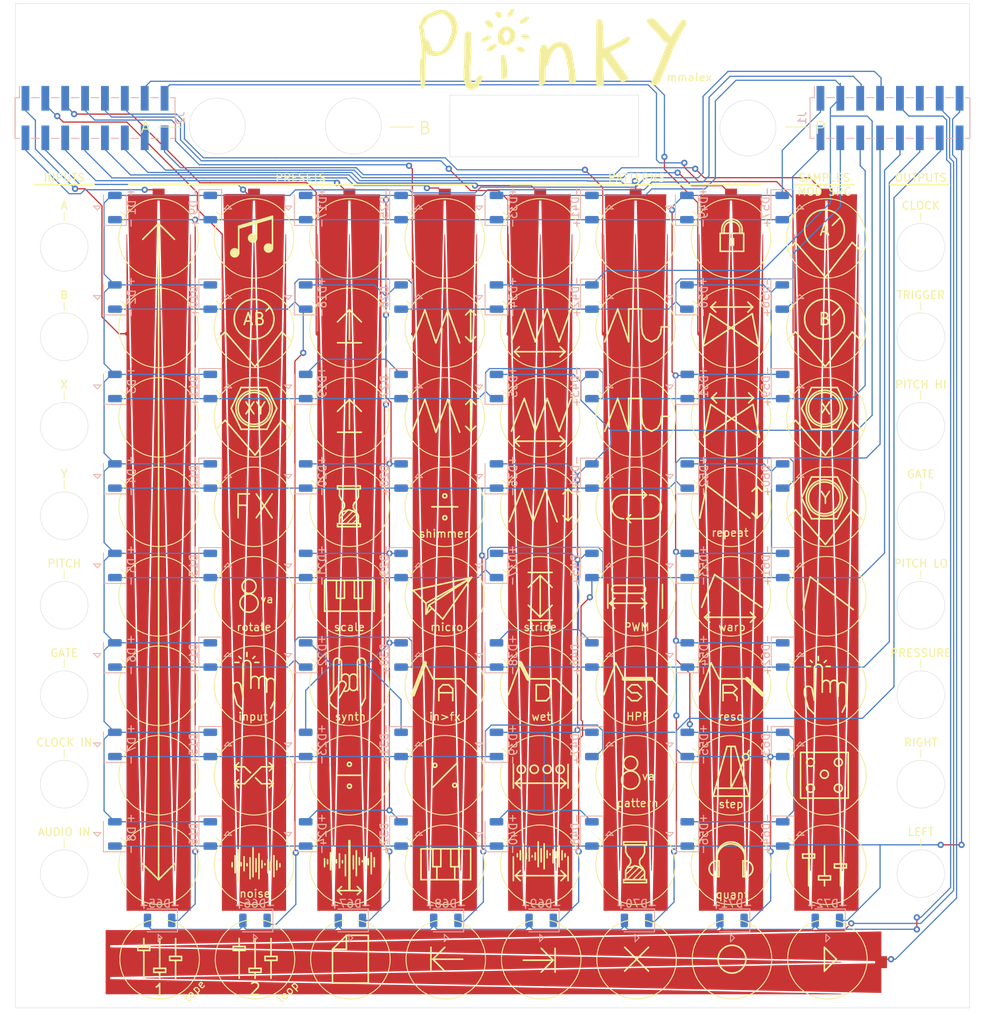
<source format=kicad_pcb>
(kicad_pcb (version 20171130) (host pcbnew "(5.1.6)-1")
  (layers (0 F.Cu signal) (31 B.Cu signal) (34 B.Paste user) (35 F.Paste user) (36 B.SilkS user) (37 F.SilkS user) (38 B.Mask user) (39 F.Mask user) (44 Edge.Cuts user))
  (net 0 "")
  (net 1 /Y1)
  (net 2 /X1)
  (net 3 /Y2)
  (net 4 /Y3)
  (net 5 /Y4)
  (net 6 /Y5)
  (net 7 /Y6)
  (net 8 /Y7)
  (net 9 /Y8)
  (net 10 /X2)
  (net 11 /X3)
  (net 12 /X4)
  (net 13 T16)
  (net 14 T15)
  (net 15 T14)
  (net 16 T13)
  (net 17 T12)
  (net 18 T11)
  (net 19 T10)
  (net 20 T9)
  (net 21 T8)
  (net 22 T7)
  (net 23 T6)
  (net 24 T5)
  (net 25 T4)
  (net 26 T3)
  (net 27 T2)
  (net 28 T1)
  (net 29 /X5)
  (net 30 "Net-(J1-Pad15)")
  (net 31 "Net-(J1-Pad13)")
  (module plinkyblackfront:led_reverse (layer B.Cu) (at 33.655 132.969 180)
    (fp_text reference D65 (at 0 2.145) (layer B.SilkS) (effects (justify mirror)))
    (fp_text value BLUE)
    (fp_text user - (at -2 2) (layer B.SilkS) (effects (justify mirror)))
    (fp_text user + (at 2 2) (layer B.SilkS) (effects (justify mirror)))
    (pad 1 smd roundrect (at -1.55 0 180) (size 0.95 1.75) (layers B.Cu B.Paste B.Mask) (roundrect_rratio 0.2) (net 1 /Y1))
    (pad 2 smd roundrect (at 1.55 0 180) (size 0.95 1.75) (layers B.Cu B.Paste B.Mask) (roundrect_rratio 0.2) (net 29 /X5))
    (pad "" np_thru_hole oval (at 0 0 180) (size 1.7018 1.7018) (drill oval 1.7018) (layers *.Cu *.Mask))
  )
  (module plinkyblackfront:led_reverse (layer B.Cu) (at 118.999 132.969 180)
    (fp_text reference D72 (at 0 2.145) (layer B.SilkS) (effects (justify mirror)))
    (fp_text value BLUE)
    (fp_text user - (at -2 2) (layer B.SilkS) (effects (justify mirror)))
    (fp_text user + (at 2 2) (layer B.SilkS) (effects (justify mirror)))
    (pad 1 smd roundrect (at -1.55 0 180) (size 0.95 1.75) (layers B.Cu B.Paste B.Mask) (roundrect_rratio 0.2) (net 9 /Y8))
    (pad 2 smd roundrect (at 1.55 0 180) (size 0.95 1.75) (layers B.Cu B.Paste B.Mask) (roundrect_rratio 0.2) (net 29 /X5))
    (pad "" np_thru_hole oval (at 0 0 180) (size 1.7018 1.7018) (drill oval 1.7018) (layers *.Cu *.Mask))
  )
  (module plinkyblackfront:led_reverse (layer B.Cu) (at 106.807 132.969 180)
    (fp_text reference D71 (at 0 2.145) (layer B.SilkS) (effects (justify mirror)))
    (fp_text value BLUE)
    (fp_text user - (at -2 2) (layer B.SilkS) (effects (justify mirror)))
    (fp_text user + (at 2 2) (layer B.SilkS) (effects (justify mirror)))
    (pad 1 smd roundrect (at -1.55 0 180) (size 0.95 1.75) (layers B.Cu B.Paste B.Mask) (roundrect_rratio 0.2) (net 8 /Y7))
    (pad 2 smd roundrect (at 1.55 0 180) (size 0.95 1.75) (layers B.Cu B.Paste B.Mask) (roundrect_rratio 0.2) (net 29 /X5))
    (pad "" np_thru_hole oval (at 0 0 180) (size 1.7018 1.7018) (drill oval 1.7018) (layers *.Cu *.Mask))
  )
  (module plinkyblackfront:led_reverse (layer B.Cu) (at 94.615 132.969 180)
    (fp_text reference D70 (at 0 2.145) (layer B.SilkS) (effects (justify mirror)))
    (fp_text value BLUE)
    (fp_text user - (at -2 2) (layer B.SilkS) (effects (justify mirror)))
    (fp_text user + (at 2 2) (layer B.SilkS) (effects (justify mirror)))
    (pad 1 smd roundrect (at -1.55 0 180) (size 0.95 1.75) (layers B.Cu B.Paste B.Mask) (roundrect_rratio 0.2) (net 7 /Y6))
    (pad 2 smd roundrect (at 1.55 0 180) (size 0.95 1.75) (layers B.Cu B.Paste B.Mask) (roundrect_rratio 0.2) (net 29 /X5))
    (pad "" np_thru_hole oval (at 0 0 180) (size 1.7018 1.7018) (drill oval 1.7018) (layers *.Cu *.Mask))
  )
  (module plinkyblackfront:led_reverse (layer B.Cu) (at 82.423 132.969 180)
    (fp_text reference D69 (at 0 2.145) (layer B.SilkS) (effects (justify mirror)))
    (fp_text value BLUE)
    (fp_text user - (at -2 2) (layer B.SilkS) (effects (justify mirror)))
    (fp_text user + (at 2 2) (layer B.SilkS) (effects (justify mirror)))
    (pad 1 smd roundrect (at -1.55 0 180) (size 0.95 1.75) (layers B.Cu B.Paste B.Mask) (roundrect_rratio 0.2) (net 6 /Y5))
    (pad 2 smd roundrect (at 1.55 0 180) (size 0.95 1.75) (layers B.Cu B.Paste B.Mask) (roundrect_rratio 0.2) (net 29 /X5))
    (pad "" np_thru_hole oval (at 0 0 180) (size 1.7018 1.7018) (drill oval 1.7018) (layers *.Cu *.Mask))
  )
  (module plinkyblackfront:led_reverse (layer B.Cu) (at 70.231 132.969 180)
    (fp_text reference D68 (at 0 2.145) (layer B.SilkS) (effects (justify mirror)))
    (fp_text value BLUE)
    (fp_text user - (at -2 2) (layer B.SilkS) (effects (justify mirror)))
    (fp_text user + (at 2 2) (layer B.SilkS) (effects (justify mirror)))
    (pad 1 smd roundrect (at -1.55 0 180) (size 0.95 1.75) (layers B.Cu B.Paste B.Mask) (roundrect_rratio 0.2) (net 5 /Y4))
    (pad 2 smd roundrect (at 1.55 0 180) (size 0.95 1.75) (layers B.Cu B.Paste B.Mask) (roundrect_rratio 0.2) (net 29 /X5))
    (pad "" np_thru_hole oval (at 0 0 180) (size 1.7018 1.7018) (drill oval 1.7018) (layers *.Cu *.Mask))
  )
  (module plinkyblackfront:led_reverse (layer B.Cu) (at 58.039 132.969 180)
    (fp_text reference D67 (at 0 2.145) (layer B.SilkS) (effects (justify mirror)))
    (fp_text value BLUE)
    (fp_text user - (at -2 2) (layer B.SilkS) (effects (justify mirror)))
    (fp_text user + (at 2 2) (layer B.SilkS) (effects (justify mirror)))
    (pad 1 smd roundrect (at -1.55 0 180) (size 0.95 1.75) (layers B.Cu B.Paste B.Mask) (roundrect_rratio 0.2) (net 4 /Y3))
    (pad 2 smd roundrect (at 1.55 0 180) (size 0.95 1.75) (layers B.Cu B.Paste B.Mask) (roundrect_rratio 0.2) (net 29 /X5))
    (pad "" np_thru_hole oval (at 0 0 180) (size 1.7018 1.7018) (drill oval 1.7018) (layers *.Cu *.Mask))
  )
  (module plinkyblackfront:led_reverse (layer B.Cu) (at 45.847 132.969 180)
    (fp_text reference D66 (at 0 2.145) (layer B.SilkS) (effects (justify mirror)))
    (fp_text value BLUE)
    (fp_text user - (at -2 2) (layer B.SilkS) (effects (justify mirror)))
    (fp_text user + (at 2 2) (layer B.SilkS) (effects (justify mirror)))
    (pad 1 smd roundrect (at -1.55 0 180) (size 0.95 1.75) (layers B.Cu B.Paste B.Mask) (roundrect_rratio 0.2) (net 3 /Y2))
    (pad 2 smd roundrect (at 1.55 0 180) (size 0.95 1.75) (layers B.Cu B.Paste B.Mask) (roundrect_rratio 0.2) (net 29 /X5))
    (pad "" np_thru_hole oval (at 0 0 180) (size 1.7018 1.7018) (drill oval 1.7018) (layers *.Cu *.Mask))
  )
  (module plinkyblackfront:led_reverse (layer B.Cu) (at 113.284 121.92 270)
    (fp_text reference D64 (at 0 2.145 90) (layer B.SilkS) (effects (justify mirror)))
    (fp_text value LED)
    (fp_text user - (at -2 2 90) (layer B.SilkS) (effects (justify mirror)))
    (fp_text user + (at 2 2 90) (layer B.SilkS) (effects (justify mirror)))
    (pad 1 smd roundrect (at -1.55 0 270) (size 0.95 1.75) (layers B.Cu B.Paste B.Mask) (roundrect_rratio 0.2) (net 12 /X4))
    (pad 2 smd roundrect (at 1.55 0 270) (size 0.95 1.75) (layers B.Cu B.Paste B.Mask) (roundrect_rratio 0.2) (net 9 /Y8))
    (pad "" np_thru_hole oval (at 0 0 270) (size 1.7018 1.7018) (drill oval 1.7018) (layers *.Cu *.Mask))
  )
  (module plinkyblackfront:led_reverse (layer B.Cu) (at 113.284 110.49 270)
    (fp_text reference D63 (at 0 2.145 90) (layer B.SilkS) (effects (justify mirror)))
    (fp_text value LED)
    (fp_text user - (at -2 2 90) (layer B.SilkS) (effects (justify mirror)))
    (fp_text user + (at 2 2 90) (layer B.SilkS) (effects (justify mirror)))
    (pad 1 smd roundrect (at -1.55 0 270) (size 0.95 1.75) (layers B.Cu B.Paste B.Mask) (roundrect_rratio 0.2) (net 12 /X4))
    (pad 2 smd roundrect (at 1.55 0 270) (size 0.95 1.75) (layers B.Cu B.Paste B.Mask) (roundrect_rratio 0.2) (net 8 /Y7))
    (pad "" np_thru_hole oval (at 0 0 270) (size 1.7018 1.7018) (drill oval 1.7018) (layers *.Cu *.Mask))
  )
  (module plinkyblackfront:led_reverse (layer B.Cu) (at 113.284 99.06 270)
    (fp_text reference D62 (at 0 2.145 90) (layer B.SilkS) (effects (justify mirror)))
    (fp_text value LED)
    (fp_text user - (at -2 2 90) (layer B.SilkS) (effects (justify mirror)))
    (fp_text user + (at 2 2 90) (layer B.SilkS) (effects (justify mirror)))
    (pad 1 smd roundrect (at -1.55 0 270) (size 0.95 1.75) (layers B.Cu B.Paste B.Mask) (roundrect_rratio 0.2) (net 12 /X4))
    (pad 2 smd roundrect (at 1.55 0 270) (size 0.95 1.75) (layers B.Cu B.Paste B.Mask) (roundrect_rratio 0.2) (net 7 /Y6))
    (pad "" np_thru_hole oval (at 0 0 270) (size 1.7018 1.7018) (drill oval 1.7018) (layers *.Cu *.Mask))
  )
  (module plinkyblackfront:led_reverse (layer B.Cu) (at 113.284 87.63 270)
    (fp_text reference D61 (at 0 2.145 90) (layer B.SilkS) (effects (justify mirror)))
    (fp_text value LED)
    (fp_text user - (at -2 2 90) (layer B.SilkS) (effects (justify mirror)))
    (fp_text user + (at 2 2 90) (layer B.SilkS) (effects (justify mirror)))
    (pad 1 smd roundrect (at -1.55 0 270) (size 0.95 1.75) (layers B.Cu B.Paste B.Mask) (roundrect_rratio 0.2) (net 12 /X4))
    (pad 2 smd roundrect (at 1.55 0 270) (size 0.95 1.75) (layers B.Cu B.Paste B.Mask) (roundrect_rratio 0.2) (net 6 /Y5))
    (pad "" np_thru_hole oval (at 0 0 270) (size 1.7018 1.7018) (drill oval 1.7018) (layers *.Cu *.Mask))
  )
  (module plinkyblackfront:led_reverse (layer B.Cu) (at 113.284 76.2 270)
    (fp_text reference D60 (at 0 2.145 90) (layer B.SilkS) (effects (justify mirror)))
    (fp_text value LED)
    (fp_text user - (at -2 2 90) (layer B.SilkS) (effects (justify mirror)))
    (fp_text user + (at 2 2 90) (layer B.SilkS) (effects (justify mirror)))
    (pad 1 smd roundrect (at -1.55 0 270) (size 0.95 1.75) (layers B.Cu B.Paste B.Mask) (roundrect_rratio 0.2) (net 12 /X4))
    (pad 2 smd roundrect (at 1.55 0 270) (size 0.95 1.75) (layers B.Cu B.Paste B.Mask) (roundrect_rratio 0.2) (net 5 /Y4))
    (pad "" np_thru_hole oval (at 0 0 270) (size 1.7018 1.7018) (drill oval 1.7018) (layers *.Cu *.Mask))
  )
  (module plinkyblackfront:led_reverse (layer B.Cu) (at 113.284 64.77 270)
    (fp_text reference D59 (at 0 2.145 90) (layer B.SilkS) (effects (justify mirror)))
    (fp_text value LED)
    (fp_text user - (at -2 2 90) (layer B.SilkS) (effects (justify mirror)))
    (fp_text user + (at 2 2 90) (layer B.SilkS) (effects (justify mirror)))
    (pad 1 smd roundrect (at -1.55 0 270) (size 0.95 1.75) (layers B.Cu B.Paste B.Mask) (roundrect_rratio 0.2) (net 12 /X4))
    (pad 2 smd roundrect (at 1.55 0 270) (size 0.95 1.75) (layers B.Cu B.Paste B.Mask) (roundrect_rratio 0.2) (net 4 /Y3))
    (pad "" np_thru_hole oval (at 0 0 270) (size 1.7018 1.7018) (drill oval 1.7018) (layers *.Cu *.Mask))
  )
  (module plinkyblackfront:led_reverse (layer B.Cu) (at 113.233 53.34 270)
    (fp_text reference D58 (at 0 2.145 90) (layer B.SilkS) (effects (justify mirror)))
    (fp_text value LED)
    (fp_text user - (at -2 2 90) (layer B.SilkS) (effects (justify mirror)))
    (fp_text user + (at 2 2 90) (layer B.SilkS) (effects (justify mirror)))
    (pad 1 smd roundrect (at -1.55 0 270) (size 0.95 1.75) (layers B.Cu B.Paste B.Mask) (roundrect_rratio 0.2) (net 12 /X4))
    (pad 2 smd roundrect (at 1.55 0 270) (size 0.95 1.75) (layers B.Cu B.Paste B.Mask) (roundrect_rratio 0.2) (net 3 /Y2))
    (pad "" np_thru_hole oval (at 0 0 270) (size 1.7018 1.7018) (drill oval 1.7018) (layers *.Cu *.Mask))
  )
  (module plinkyblackfront:led_reverse (layer B.Cu) (at 113.233 41.91 270)
    (fp_text reference D57 (at 0 2.145 90) (layer B.SilkS) (effects (justify mirror)))
    (fp_text value LED)
    (fp_text user - (at -2 2 90) (layer B.SilkS) (effects (justify mirror)))
    (fp_text user + (at 2 2 90) (layer B.SilkS) (effects (justify mirror)))
    (pad 1 smd roundrect (at -1.55 0 270) (size 0.95 1.75) (layers B.Cu B.Paste B.Mask) (roundrect_rratio 0.2) (net 12 /X4))
    (pad 2 smd roundrect (at 1.55 0 270) (size 0.95 1.75) (layers B.Cu B.Paste B.Mask) (roundrect_rratio 0.2) (net 1 /Y1))
    (pad "" np_thru_hole oval (at 0 0 270) (size 1.7018 1.7018) (drill oval 1.7018) (layers *.Cu *.Mask))
  )
  (module plinkyblackfront:led_reverse (layer B.Cu) (at 101.092 121.92 90)
    (fp_text reference D56 (at 0 2.145 90) (layer B.SilkS) (effects (justify mirror)))
    (fp_text value LED)
    (fp_text user - (at -2 2 90) (layer B.SilkS) (effects (justify mirror)))
    (fp_text user + (at 2 2 90) (layer B.SilkS) (effects (justify mirror)))
    (pad 1 smd roundrect (at -1.55 0 90) (size 0.95 1.75) (layers B.Cu B.Paste B.Mask) (roundrect_rratio 0.2) (net 9 /Y8))
    (pad 2 smd roundrect (at 1.55 0 90) (size 0.95 1.75) (layers B.Cu B.Paste B.Mask) (roundrect_rratio 0.2) (net 12 /X4))
    (pad "" np_thru_hole oval (at 0 0 90) (size 1.7018 1.7018) (drill oval 1.7018) (layers *.Cu *.Mask))
  )
  (module plinkyblackfront:led_reverse (layer B.Cu) (at 101.092 110.49 90)
    (fp_text reference D55 (at 0 2.145 90) (layer B.SilkS) (effects (justify mirror)))
    (fp_text value LED)
    (fp_text user - (at -2 2 90) (layer B.SilkS) (effects (justify mirror)))
    (fp_text user + (at 2 2 90) (layer B.SilkS) (effects (justify mirror)))
    (pad 1 smd roundrect (at -1.55 0 90) (size 0.95 1.75) (layers B.Cu B.Paste B.Mask) (roundrect_rratio 0.2) (net 8 /Y7))
    (pad 2 smd roundrect (at 1.55 0 90) (size 0.95 1.75) (layers B.Cu B.Paste B.Mask) (roundrect_rratio 0.2) (net 12 /X4))
    (pad "" np_thru_hole oval (at 0 0 90) (size 1.7018 1.7018) (drill oval 1.7018) (layers *.Cu *.Mask))
  )
  (module plinkyblackfront:led_reverse (layer B.Cu) (at 101.092 99.06 90)
    (fp_text reference D54 (at 0 2.145 90) (layer B.SilkS) (effects (justify mirror)))
    (fp_text value LED)
    (fp_text user - (at -2 2 90) (layer B.SilkS) (effects (justify mirror)))
    (fp_text user + (at 2 2 90) (layer B.SilkS) (effects (justify mirror)))
    (pad 1 smd roundrect (at -1.55 0 90) (size 0.95 1.75) (layers B.Cu B.Paste B.Mask) (roundrect_rratio 0.2) (net 7 /Y6))
    (pad 2 smd roundrect (at 1.55 0 90) (size 0.95 1.75) (layers B.Cu B.Paste B.Mask) (roundrect_rratio 0.2) (net 12 /X4))
    (pad "" np_thru_hole oval (at 0 0 90) (size 1.7018 1.7018) (drill oval 1.7018) (layers *.Cu *.Mask))
  )
  (module plinkyblackfront:led_reverse (layer B.Cu) (at 101.092 87.63 90)
    (fp_text reference D53 (at 0 2.145 90) (layer B.SilkS) (effects (justify mirror)))
    (fp_text value LED)
    (fp_text user - (at -2 2 90) (layer B.SilkS) (effects (justify mirror)))
    (fp_text user + (at 2 2 90) (layer B.SilkS) (effects (justify mirror)))
    (pad 1 smd roundrect (at -1.55 0 90) (size 0.95 1.75) (layers B.Cu B.Paste B.Mask) (roundrect_rratio 0.2) (net 6 /Y5))
    (pad 2 smd roundrect (at 1.55 0 90) (size 0.95 1.75) (layers B.Cu B.Paste B.Mask) (roundrect_rratio 0.2) (net 12 /X4))
    (pad "" np_thru_hole oval (at 0 0 90) (size 1.7018 1.7018) (drill oval 1.7018) (layers *.Cu *.Mask))
  )
  (module plinkyblackfront:led_reverse (layer B.Cu) (at 101.092 76.2 90)
    (fp_text reference D52 (at 0 2.145 90) (layer B.SilkS) (effects (justify mirror)))
    (fp_text value LED)
    (fp_text user - (at -2 2 90) (layer B.SilkS) (effects (justify mirror)))
    (fp_text user + (at 2 2 90) (layer B.SilkS) (effects (justify mirror)))
    (pad 1 smd roundrect (at -1.55 0 90) (size 0.95 1.75) (layers B.Cu B.Paste B.Mask) (roundrect_rratio 0.2) (net 5 /Y4))
    (pad 2 smd roundrect (at 1.55 0 90) (size 0.95 1.75) (layers B.Cu B.Paste B.Mask) (roundrect_rratio 0.2) (net 12 /X4))
    (pad "" np_thru_hole oval (at 0 0 90) (size 1.7018 1.7018) (drill oval 1.7018) (layers *.Cu *.Mask))
  )
  (module plinkyblackfront:led_reverse (layer B.Cu) (at 101.092 64.77 90)
    (fp_text reference D51 (at 0 2.145 90) (layer B.SilkS) (effects (justify mirror)))
    (fp_text value LED)
    (fp_text user - (at -2 2 90) (layer B.SilkS) (effects (justify mirror)))
    (fp_text user + (at 2 2 90) (layer B.SilkS) (effects (justify mirror)))
    (pad 1 smd roundrect (at -1.55 0 90) (size 0.95 1.75) (layers B.Cu B.Paste B.Mask) (roundrect_rratio 0.2) (net 4 /Y3))
    (pad 2 smd roundrect (at 1.55 0 90) (size 0.95 1.75) (layers B.Cu B.Paste B.Mask) (roundrect_rratio 0.2) (net 12 /X4))
    (pad "" np_thru_hole oval (at 0 0 90) (size 1.7018 1.7018) (drill oval 1.7018) (layers *.Cu *.Mask))
  )
  (module plinkyblackfront:led_reverse (layer B.Cu) (at 101.041 53.34 90)
    (fp_text reference D50 (at 0 2.145 90) (layer B.SilkS) (effects (justify mirror)))
    (fp_text value LED)
    (fp_text user - (at -2 2 90) (layer B.SilkS) (effects (justify mirror)))
    (fp_text user + (at 2 2 90) (layer B.SilkS) (effects (justify mirror)))
    (pad 1 smd roundrect (at -1.55 0 90) (size 0.95 1.75) (layers B.Cu B.Paste B.Mask) (roundrect_rratio 0.2) (net 3 /Y2))
    (pad 2 smd roundrect (at 1.55 0 90) (size 0.95 1.75) (layers B.Cu B.Paste B.Mask) (roundrect_rratio 0.2) (net 12 /X4))
    (pad "" np_thru_hole oval (at 0 0 90) (size 1.7018 1.7018) (drill oval 1.7018) (layers *.Cu *.Mask))
  )
  (module plinkyblackfront:led_reverse (layer B.Cu) (at 101.041 41.91 90)
    (fp_text reference D49 (at 0 2.145 90) (layer B.SilkS) (effects (justify mirror)))
    (fp_text value LED)
    (fp_text user - (at -2 2 90) (layer B.SilkS) (effects (justify mirror)))
    (fp_text user + (at 2 2 90) (layer B.SilkS) (effects (justify mirror)))
    (pad 1 smd roundrect (at -1.55 0 90) (size 0.95 1.75) (layers B.Cu B.Paste B.Mask) (roundrect_rratio 0.2) (net 1 /Y1))
    (pad 2 smd roundrect (at 1.55 0 90) (size 0.95 1.75) (layers B.Cu B.Paste B.Mask) (roundrect_rratio 0.2) (net 12 /X4))
    (pad "" np_thru_hole oval (at 0 0 90) (size 1.7018 1.7018) (drill oval 1.7018) (layers *.Cu *.Mask))
  )
  (module plinkyblackfront:led_reverse (layer B.Cu) (at 88.9 121.92 270)
    (fp_text reference D48 (at 0 2.145 90) (layer B.SilkS) (effects (justify mirror)))
    (fp_text value LED)
    (fp_text user - (at -2 2 90) (layer B.SilkS) (effects (justify mirror)))
    (fp_text user + (at 2 2 90) (layer B.SilkS) (effects (justify mirror)))
    (pad 1 smd roundrect (at -1.55 0 270) (size 0.95 1.75) (layers B.Cu B.Paste B.Mask) (roundrect_rratio 0.2) (net 11 /X3))
    (pad 2 smd roundrect (at 1.55 0 270) (size 0.95 1.75) (layers B.Cu B.Paste B.Mask) (roundrect_rratio 0.2) (net 9 /Y8))
    (pad "" np_thru_hole oval (at 0 0 270) (size 1.7018 1.7018) (drill oval 1.7018) (layers *.Cu *.Mask))
  )
  (module plinkyblackfront:led_reverse (layer B.Cu) (at 88.9 110.49 270)
    (fp_text reference D47 (at 0 2.145 90) (layer B.SilkS) (effects (justify mirror)))
    (fp_text value LED)
    (fp_text user - (at -2 2 90) (layer B.SilkS) (effects (justify mirror)))
    (fp_text user + (at 2 2 90) (layer B.SilkS) (effects (justify mirror)))
    (pad 1 smd roundrect (at -1.55 0 270) (size 0.95 1.75) (layers B.Cu B.Paste B.Mask) (roundrect_rratio 0.2) (net 11 /X3))
    (pad 2 smd roundrect (at 1.55 0 270) (size 0.95 1.75) (layers B.Cu B.Paste B.Mask) (roundrect_rratio 0.2) (net 8 /Y7))
    (pad "" np_thru_hole oval (at 0 0 270) (size 1.7018 1.7018) (drill oval 1.7018) (layers *.Cu *.Mask))
  )
  (module plinkyblackfront:led_reverse (layer B.Cu) (at 88.9 99.06 270)
    (fp_text reference D46 (at 0 2.145 90) (layer B.SilkS) (effects (justify mirror)))
    (fp_text value LED)
    (fp_text user - (at -2 2 90) (layer B.SilkS) (effects (justify mirror)))
    (fp_text user + (at 2 2 90) (layer B.SilkS) (effects (justify mirror)))
    (pad 1 smd roundrect (at -1.55 0 270) (size 0.95 1.75) (layers B.Cu B.Paste B.Mask) (roundrect_rratio 0.2) (net 11 /X3))
    (pad 2 smd roundrect (at 1.55 0 270) (size 0.95 1.75) (layers B.Cu B.Paste B.Mask) (roundrect_rratio 0.2) (net 7 /Y6))
    (pad "" np_thru_hole oval (at 0 0 270) (size 1.7018 1.7018) (drill oval 1.7018) (layers *.Cu *.Mask))
  )
  (module plinkyblackfront:led_reverse (layer B.Cu) (at 88.9 87.63 270)
    (fp_text reference D45 (at 0 2.145 90) (layer B.SilkS) (effects (justify mirror)))
    (fp_text value LED)
    (fp_text user - (at -2 2 90) (layer B.SilkS) (effects (justify mirror)))
    (fp_text user + (at 2 2 90) (layer B.SilkS) (effects (justify mirror)))
    (pad 1 smd roundrect (at -1.55 0 270) (size 0.95 1.75) (layers B.Cu B.Paste B.Mask) (roundrect_rratio 0.2) (net 11 /X3))
    (pad 2 smd roundrect (at 1.55 0 270) (size 0.95 1.75) (layers B.Cu B.Paste B.Mask) (roundrect_rratio 0.2) (net 6 /Y5))
    (pad "" np_thru_hole oval (at 0 0 270) (size 1.7018 1.7018) (drill oval 1.7018) (layers *.Cu *.Mask))
  )
  (module plinkyblackfront:led_reverse (layer B.Cu) (at 88.9 76.2 270)
    (fp_text reference D44 (at 0 2.145 90) (layer B.SilkS) (effects (justify mirror)))
    (fp_text value LED)
    (fp_text user - (at -2 2 90) (layer B.SilkS) (effects (justify mirror)))
    (fp_text user + (at 2 2 90) (layer B.SilkS) (effects (justify mirror)))
    (pad 1 smd roundrect (at -1.55 0 270) (size 0.95 1.75) (layers B.Cu B.Paste B.Mask) (roundrect_rratio 0.2) (net 11 /X3))
    (pad 2 smd roundrect (at 1.55 0 270) (size 0.95 1.75) (layers B.Cu B.Paste B.Mask) (roundrect_rratio 0.2) (net 5 /Y4))
    (pad "" np_thru_hole oval (at 0 0 270) (size 1.7018 1.7018) (drill oval 1.7018) (layers *.Cu *.Mask))
  )
  (module plinkyblackfront:led_reverse (layer B.Cu) (at 88.9 64.77 270)
    (fp_text reference D43 (at 0 2.145 90) (layer B.SilkS) (effects (justify mirror)))
    (fp_text value LED)
    (fp_text user - (at -2 2 90) (layer B.SilkS) (effects (justify mirror)))
    (fp_text user + (at 2 2 90) (layer B.SilkS) (effects (justify mirror)))
    (pad 1 smd roundrect (at -1.55 0 270) (size 0.95 1.75) (layers B.Cu B.Paste B.Mask) (roundrect_rratio 0.2) (net 11 /X3))
    (pad 2 smd roundrect (at 1.55 0 270) (size 0.95 1.75) (layers B.Cu B.Paste B.Mask) (roundrect_rratio 0.2) (net 4 /Y3))
    (pad "" np_thru_hole oval (at 0 0 270) (size 1.7018 1.7018) (drill oval 1.7018) (layers *.Cu *.Mask))
  )
  (module plinkyblackfront:led_reverse (layer B.Cu) (at 88.9 53.34 270)
    (fp_text reference D42 (at 0 2.145 90) (layer B.SilkS) (effects (justify mirror)))
    (fp_text value LED)
    (fp_text user - (at -2 2 90) (layer B.SilkS) (effects (justify mirror)))
    (fp_text user + (at 2 2 90) (layer B.SilkS) (effects (justify mirror)))
    (pad 1 smd roundrect (at -1.55 0 270) (size 0.95 1.75) (layers B.Cu B.Paste B.Mask) (roundrect_rratio 0.2) (net 11 /X3))
    (pad 2 smd roundrect (at 1.55 0 270) (size 0.95 1.75) (layers B.Cu B.Paste B.Mask) (roundrect_rratio 0.2) (net 3 /Y2))
    (pad "" np_thru_hole oval (at 0 0 270) (size 1.7018 1.7018) (drill oval 1.7018) (layers *.Cu *.Mask))
  )
  (module plinkyblackfront:led_reverse (layer B.Cu) (at 88.9 41.91 270)
    (fp_text reference D41 (at 0 2.145 90) (layer B.SilkS) (effects (justify mirror)))
    (fp_text value LED)
    (fp_text user - (at -2 2 90) (layer B.SilkS) (effects (justify mirror)))
    (fp_text user + (at 2 2 90) (layer B.SilkS) (effects (justify mirror)))
    (pad 1 smd roundrect (at -1.55 0 270) (size 0.95 1.75) (layers B.Cu B.Paste B.Mask) (roundrect_rratio 0.2) (net 11 /X3))
    (pad 2 smd roundrect (at 1.55 0 270) (size 0.95 1.75) (layers B.Cu B.Paste B.Mask) (roundrect_rratio 0.2) (net 1 /Y1))
    (pad "" np_thru_hole oval (at 0 0 270) (size 1.7018 1.7018) (drill oval 1.7018) (layers *.Cu *.Mask))
  )
  (module plinkyblackfront:led_reverse (layer B.Cu) (at 76.708 121.92 90)
    (fp_text reference D40 (at 0 2.145 90) (layer B.SilkS) (effects (justify mirror)))
    (fp_text value LED)
    (fp_text user - (at -2 2 90) (layer B.SilkS) (effects (justify mirror)))
    (fp_text user + (at 2 2 90) (layer B.SilkS) (effects (justify mirror)))
    (pad 1 smd roundrect (at -1.55 0 90) (size 0.95 1.75) (layers B.Cu B.Paste B.Mask) (roundrect_rratio 0.2) (net 9 /Y8))
    (pad 2 smd roundrect (at 1.55 0 90) (size 0.95 1.75) (layers B.Cu B.Paste B.Mask) (roundrect_rratio 0.2) (net 11 /X3))
    (pad "" np_thru_hole oval (at 0 0 90) (size 1.7018 1.7018) (drill oval 1.7018) (layers *.Cu *.Mask))
  )
  (module plinkyblackfront:led_reverse (layer B.Cu) (at 76.708 110.49 90)
    (fp_text reference D39 (at 0 2.145 90) (layer B.SilkS) (effects (justify mirror)))
    (fp_text value LED)
    (fp_text user - (at -2 2 90) (layer B.SilkS) (effects (justify mirror)))
    (fp_text user + (at 2 2 90) (layer B.SilkS) (effects (justify mirror)))
    (pad 1 smd roundrect (at -1.55 0 90) (size 0.95 1.75) (layers B.Cu B.Paste B.Mask) (roundrect_rratio 0.2) (net 8 /Y7))
    (pad 2 smd roundrect (at 1.55 0 90) (size 0.95 1.75) (layers B.Cu B.Paste B.Mask) (roundrect_rratio 0.2) (net 11 /X3))
    (pad "" np_thru_hole oval (at 0 0 90) (size 1.7018 1.7018) (drill oval 1.7018) (layers *.Cu *.Mask))
  )
  (module plinkyblackfront:led_reverse (layer B.Cu) (at 76.708 99.06 90)
    (fp_text reference D38 (at 0 2.145 90) (layer B.SilkS) (effects (justify mirror)))
    (fp_text value LED)
    (fp_text user - (at -2 2 90) (layer B.SilkS) (effects (justify mirror)))
    (fp_text user + (at 2 2 90) (layer B.SilkS) (effects (justify mirror)))
    (pad 1 smd roundrect (at -1.55 0 90) (size 0.95 1.75) (layers B.Cu B.Paste B.Mask) (roundrect_rratio 0.2) (net 7 /Y6))
    (pad 2 smd roundrect (at 1.55 0 90) (size 0.95 1.75) (layers B.Cu B.Paste B.Mask) (roundrect_rratio 0.2) (net 11 /X3))
    (pad "" np_thru_hole oval (at 0 0 90) (size 1.7018 1.7018) (drill oval 1.7018) (layers *.Cu *.Mask))
  )
  (module plinkyblackfront:led_reverse (layer B.Cu) (at 76.708 87.63 90)
    (fp_text reference D37 (at 0 2.145 90) (layer B.SilkS) (effects (justify mirror)))
    (fp_text value LED)
    (fp_text user - (at -2 2 90) (layer B.SilkS) (effects (justify mirror)))
    (fp_text user + (at 2 2 90) (layer B.SilkS) (effects (justify mirror)))
    (pad 1 smd roundrect (at -1.55 0 90) (size 0.95 1.75) (layers B.Cu B.Paste B.Mask) (roundrect_rratio 0.2) (net 6 /Y5))
    (pad 2 smd roundrect (at 1.55 0 90) (size 0.95 1.75) (layers B.Cu B.Paste B.Mask) (roundrect_rratio 0.2) (net 11 /X3))
    (pad "" np_thru_hole oval (at 0 0 90) (size 1.7018 1.7018) (drill oval 1.7018) (layers *.Cu *.Mask))
  )
  (module plinkyblackfront:led_reverse (layer B.Cu) (at 76.708 76.2 90)
    (fp_text reference D36 (at 0 2.145 90) (layer B.SilkS) (effects (justify mirror)))
    (fp_text value LED)
    (fp_text user - (at -2 2 90) (layer B.SilkS) (effects (justify mirror)))
    (fp_text user + (at 2 2 90) (layer B.SilkS) (effects (justify mirror)))
    (pad 1 smd roundrect (at -1.55 0 90) (size 0.95 1.75) (layers B.Cu B.Paste B.Mask) (roundrect_rratio 0.2) (net 5 /Y4))
    (pad 2 smd roundrect (at 1.55 0 90) (size 0.95 1.75) (layers B.Cu B.Paste B.Mask) (roundrect_rratio 0.2) (net 11 /X3))
    (pad "" np_thru_hole oval (at 0 0 90) (size 1.7018 1.7018) (drill oval 1.7018) (layers *.Cu *.Mask))
  )
  (module plinkyblackfront:led_reverse (layer B.Cu) (at 76.708 64.77 90)
    (fp_text reference D35 (at 0 2.145 90) (layer B.SilkS) (effects (justify mirror)))
    (fp_text value LED)
    (fp_text user - (at -2 2 90) (layer B.SilkS) (effects (justify mirror)))
    (fp_text user + (at 2 2 90) (layer B.SilkS) (effects (justify mirror)))
    (pad 1 smd roundrect (at -1.55 0 90) (size 0.95 1.75) (layers B.Cu B.Paste B.Mask) (roundrect_rratio 0.2) (net 4 /Y3))
    (pad 2 smd roundrect (at 1.55 0 90) (size 0.95 1.75) (layers B.Cu B.Paste B.Mask) (roundrect_rratio 0.2) (net 11 /X3))
    (pad "" np_thru_hole oval (at 0 0 90) (size 1.7018 1.7018) (drill oval 1.7018) (layers *.Cu *.Mask))
  )
  (module plinkyblackfront:led_reverse (layer B.Cu) (at 76.708 53.34 90)
    (fp_text reference D34 (at 0 2.145 90) (layer B.SilkS) (effects (justify mirror)))
    (fp_text value LED)
    (fp_text user - (at -2 2 90) (layer B.SilkS) (effects (justify mirror)))
    (fp_text user + (at 2 2 90) (layer B.SilkS) (effects (justify mirror)))
    (pad 1 smd roundrect (at -1.55 0 90) (size 0.95 1.75) (layers B.Cu B.Paste B.Mask) (roundrect_rratio 0.2) (net 3 /Y2))
    (pad 2 smd roundrect (at 1.55 0 90) (size 0.95 1.75) (layers B.Cu B.Paste B.Mask) (roundrect_rratio 0.2) (net 11 /X3))
    (pad "" np_thru_hole oval (at 0 0 90) (size 1.7018 1.7018) (drill oval 1.7018) (layers *.Cu *.Mask))
  )
  (module plinkyblackfront:led_reverse (layer B.Cu) (at 76.708 41.91 90)
    (fp_text reference D33 (at 0 2.145 90) (layer B.SilkS) (effects (justify mirror)))
    (fp_text value LED)
    (fp_text user - (at -2 2 90) (layer B.SilkS) (effects (justify mirror)))
    (fp_text user + (at 2 2 90) (layer B.SilkS) (effects (justify mirror)))
    (pad 1 smd roundrect (at -1.55 0 90) (size 0.95 1.75) (layers B.Cu B.Paste B.Mask) (roundrect_rratio 0.2) (net 1 /Y1))
    (pad 2 smd roundrect (at 1.55 0 90) (size 0.95 1.75) (layers B.Cu B.Paste B.Mask) (roundrect_rratio 0.2) (net 11 /X3))
    (pad "" np_thru_hole oval (at 0 0 90) (size 1.7018 1.7018) (drill oval 1.7018) (layers *.Cu *.Mask))
  )
  (module plinkyblackfront:led_reverse (layer B.Cu) (at 64.516 121.92 270)
    (fp_text reference D32 (at 0 2.145 90) (layer B.SilkS) (effects (justify mirror)))
    (fp_text value LED)
    (fp_text user - (at -2 2 90) (layer B.SilkS) (effects (justify mirror)))
    (fp_text user + (at 2 2 90) (layer B.SilkS) (effects (justify mirror)))
    (pad 1 smd roundrect (at -1.55 0 270) (size 0.95 1.75) (layers B.Cu B.Paste B.Mask) (roundrect_rratio 0.2) (net 10 /X2))
    (pad 2 smd roundrect (at 1.55 0 270) (size 0.95 1.75) (layers B.Cu B.Paste B.Mask) (roundrect_rratio 0.2) (net 9 /Y8))
    (pad "" np_thru_hole oval (at 0 0 270) (size 1.7018 1.7018) (drill oval 1.7018) (layers *.Cu *.Mask))
  )
  (module plinkyblackfront:led_reverse (layer B.Cu) (at 64.516 110.49 270)
    (fp_text reference D31 (at 0 2.145 90) (layer B.SilkS) (effects (justify mirror)))
    (fp_text value LED)
    (fp_text user - (at -2 2 90) (layer B.SilkS) (effects (justify mirror)))
    (fp_text user + (at 2 2 90) (layer B.SilkS) (effects (justify mirror)))
    (pad 1 smd roundrect (at -1.55 0 270) (size 0.95 1.75) (layers B.Cu B.Paste B.Mask) (roundrect_rratio 0.2) (net 10 /X2))
    (pad 2 smd roundrect (at 1.55 0 270) (size 0.95 1.75) (layers B.Cu B.Paste B.Mask) (roundrect_rratio 0.2) (net 8 /Y7))
    (pad "" np_thru_hole oval (at 0 0 270) (size 1.7018 1.7018) (drill oval 1.7018) (layers *.Cu *.Mask))
  )
  (module plinkyblackfront:led_reverse (layer B.Cu) (at 64.516 99.06 270)
    (fp_text reference D30 (at 0 2.145 90) (layer B.SilkS) (effects (justify mirror)))
    (fp_text value LED)
    (fp_text user - (at -2 2 90) (layer B.SilkS) (effects (justify mirror)))
    (fp_text user + (at 2 2 90) (layer B.SilkS) (effects (justify mirror)))
    (pad 1 smd roundrect (at -1.55 0 270) (size 0.95 1.75) (layers B.Cu B.Paste B.Mask) (roundrect_rratio 0.2) (net 10 /X2))
    (pad 2 smd roundrect (at 1.55 0 270) (size 0.95 1.75) (layers B.Cu B.Paste B.Mask) (roundrect_rratio 0.2) (net 7 /Y6))
    (pad "" np_thru_hole oval (at 0 0 270) (size 1.7018 1.7018) (drill oval 1.7018) (layers *.Cu *.Mask))
  )
  (module plinkyblackfront:led_reverse (layer B.Cu) (at 64.516 87.63 270)
    (fp_text reference D29 (at 0 2.145 90) (layer B.SilkS) (effects (justify mirror)))
    (fp_text value LED)
    (fp_text user - (at -2 2 90) (layer B.SilkS) (effects (justify mirror)))
    (fp_text user + (at 2 2 90) (layer B.SilkS) (effects (justify mirror)))
    (pad 1 smd roundrect (at -1.55 0 270) (size 0.95 1.75) (layers B.Cu B.Paste B.Mask) (roundrect_rratio 0.2) (net 10 /X2))
    (pad 2 smd roundrect (at 1.55 0 270) (size 0.95 1.75) (layers B.Cu B.Paste B.Mask) (roundrect_rratio 0.2) (net 6 /Y5))
    (pad "" np_thru_hole oval (at 0 0 270) (size 1.7018 1.7018) (drill oval 1.7018) (layers *.Cu *.Mask))
  )
  (module plinkyblackfront:led_reverse (layer B.Cu) (at 64.516 76.2 270)
    (fp_text reference D28 (at 0 2.145 90) (layer B.SilkS) (effects (justify mirror)))
    (fp_text value LED)
    (fp_text user - (at -2 2 90) (layer B.SilkS) (effects (justify mirror)))
    (fp_text user + (at 2 2 90) (layer B.SilkS) (effects (justify mirror)))
    (pad 1 smd roundrect (at -1.55 0 270) (size 0.95 1.75) (layers B.Cu B.Paste B.Mask) (roundrect_rratio 0.2) (net 10 /X2))
    (pad 2 smd roundrect (at 1.55 0 270) (size 0.95 1.75) (layers B.Cu B.Paste B.Mask) (roundrect_rratio 0.2) (net 5 /Y4))
    (pad "" np_thru_hole oval (at 0 0 270) (size 1.7018 1.7018) (drill oval 1.7018) (layers *.Cu *.Mask))
  )
  (module plinkyblackfront:led_reverse (layer B.Cu) (at 64.516 64.77 270)
    (fp_text reference D27 (at 0 2.145 90) (layer B.SilkS) (effects (justify mirror)))
    (fp_text value LED)
    (fp_text user - (at -2 2 90) (layer B.SilkS) (effects (justify mirror)))
    (fp_text user + (at 2 2 90) (layer B.SilkS) (effects (justify mirror)))
    (pad 1 smd roundrect (at -1.55 0 270) (size 0.95 1.75) (layers B.Cu B.Paste B.Mask) (roundrect_rratio 0.2) (net 10 /X2))
    (pad 2 smd roundrect (at 1.55 0 270) (size 0.95 1.75) (layers B.Cu B.Paste B.Mask) (roundrect_rratio 0.2) (net 4 /Y3))
    (pad "" np_thru_hole oval (at 0 0 270) (size 1.7018 1.7018) (drill oval 1.7018) (layers *.Cu *.Mask))
  )
  (module plinkyblackfront:led_reverse (layer B.Cu) (at 64.516 53.34 270)
    (fp_text reference D26 (at 0 2.145 90) (layer B.SilkS) (effects (justify mirror)))
    (fp_text value LED)
    (fp_text user - (at -2 2 90) (layer B.SilkS) (effects (justify mirror)))
    (fp_text user + (at 2 2 90) (layer B.SilkS) (effects (justify mirror)))
    (pad 1 smd roundrect (at -1.55 0 270) (size 0.95 1.75) (layers B.Cu B.Paste B.Mask) (roundrect_rratio 0.2) (net 10 /X2))
    (pad 2 smd roundrect (at 1.55 0 270) (size 0.95 1.75) (layers B.Cu B.Paste B.Mask) (roundrect_rratio 0.2) (net 3 /Y2))
    (pad "" np_thru_hole oval (at 0 0 270) (size 1.7018 1.7018) (drill oval 1.7018) (layers *.Cu *.Mask))
  )
  (module plinkyblackfront:led_reverse (layer B.Cu) (at 64.516 41.91 270)
    (fp_text reference D25 (at 0 2.145 90) (layer B.SilkS) (effects (justify mirror)))
    (fp_text value LED)
    (fp_text user - (at -2 2 90) (layer B.SilkS) (effects (justify mirror)))
    (fp_text user + (at 2 2 90) (layer B.SilkS) (effects (justify mirror)))
    (pad 1 smd roundrect (at -1.55 0 270) (size 0.95 1.75) (layers B.Cu B.Paste B.Mask) (roundrect_rratio 0.2) (net 10 /X2))
    (pad 2 smd roundrect (at 1.55 0 270) (size 0.95 1.75) (layers B.Cu B.Paste B.Mask) (roundrect_rratio 0.2) (net 1 /Y1))
    (pad "" np_thru_hole oval (at 0 0 270) (size 1.7018 1.7018) (drill oval 1.7018) (layers *.Cu *.Mask))
  )
  (module plinkyblackfront:led_reverse (layer B.Cu) (at 52.324 121.92 90)
    (fp_text reference D24 (at 0 2.145 90) (layer B.SilkS) (effects (justify mirror)))
    (fp_text value LED)
    (fp_text user - (at -2 2 90) (layer B.SilkS) (effects (justify mirror)))
    (fp_text user + (at 2 2 90) (layer B.SilkS) (effects (justify mirror)))
    (pad 1 smd roundrect (at -1.55 0 90) (size 0.95 1.75) (layers B.Cu B.Paste B.Mask) (roundrect_rratio 0.2) (net 9 /Y8))
    (pad 2 smd roundrect (at 1.55 0 90) (size 0.95 1.75) (layers B.Cu B.Paste B.Mask) (roundrect_rratio 0.2) (net 10 /X2))
    (pad "" np_thru_hole oval (at 0 0 90) (size 1.7018 1.7018) (drill oval 1.7018) (layers *.Cu *.Mask))
  )
  (module plinkyblackfront:led_reverse (layer B.Cu) (at 52.324 110.49 90)
    (fp_text reference D23 (at 0 2.145 90) (layer B.SilkS) (effects (justify mirror)))
    (fp_text value LED)
    (fp_text user - (at -2 2 90) (layer B.SilkS) (effects (justify mirror)))
    (fp_text user + (at 2 2 90) (layer B.SilkS) (effects (justify mirror)))
    (pad 1 smd roundrect (at -1.55 0 90) (size 0.95 1.75) (layers B.Cu B.Paste B.Mask) (roundrect_rratio 0.2) (net 8 /Y7))
    (pad 2 smd roundrect (at 1.55 0 90) (size 0.95 1.75) (layers B.Cu B.Paste B.Mask) (roundrect_rratio 0.2) (net 10 /X2))
    (pad "" np_thru_hole oval (at 0 0 90) (size 1.7018 1.7018) (drill oval 1.7018) (layers *.Cu *.Mask))
  )
  (module plinkyblackfront:led_reverse (layer B.Cu) (at 52.324 99.06 90)
    (fp_text reference D22 (at 0 2.145 90) (layer B.SilkS) (effects (justify mirror)))
    (fp_text value LED)
    (fp_text user - (at -2 2 90) (layer B.SilkS) (effects (justify mirror)))
    (fp_text user + (at 2 2 90) (layer B.SilkS) (effects (justify mirror)))
    (pad 1 smd roundrect (at -1.55 0 90) (size 0.95 1.75) (layers B.Cu B.Paste B.Mask) (roundrect_rratio 0.2) (net 7 /Y6))
    (pad 2 smd roundrect (at 1.55 0 90) (size 0.95 1.75) (layers B.Cu B.Paste B.Mask) (roundrect_rratio 0.2) (net 10 /X2))
    (pad "" np_thru_hole oval (at 0 0 90) (size 1.7018 1.7018) (drill oval 1.7018) (layers *.Cu *.Mask))
  )
  (module plinkyblackfront:led_reverse (layer B.Cu) (at 52.324 87.63 90)
    (fp_text reference D21 (at 0 2.145 90) (layer B.SilkS) (effects (justify mirror)))
    (fp_text value LED)
    (fp_text user - (at -2 2 90) (layer B.SilkS) (effects (justify mirror)))
    (fp_text user + (at 2 2 90) (layer B.SilkS) (effects (justify mirror)))
    (pad 1 smd roundrect (at -1.55 0 90) (size 0.95 1.75) (layers B.Cu B.Paste B.Mask) (roundrect_rratio 0.2) (net 6 /Y5))
    (pad 2 smd roundrect (at 1.55 0 90) (size 0.95 1.75) (layers B.Cu B.Paste B.Mask) (roundrect_rratio 0.2) (net 10 /X2))
    (pad "" np_thru_hole oval (at 0 0 90) (size 1.7018 1.7018) (drill oval 1.7018) (layers *.Cu *.Mask))
  )
  (module plinkyblackfront:led_reverse (layer B.Cu) (at 52.324 76.2 90)
    (fp_text reference D20 (at 0 2.145 90) (layer B.SilkS) (effects (justify mirror)))
    (fp_text value LED)
    (fp_text user - (at -2 2 90) (layer B.SilkS) (effects (justify mirror)))
    (fp_text user + (at 2 2 90) (layer B.SilkS) (effects (justify mirror)))
    (pad 1 smd roundrect (at -1.55 0 90) (size 0.95 1.75) (layers B.Cu B.Paste B.Mask) (roundrect_rratio 0.2) (net 5 /Y4))
    (pad 2 smd roundrect (at 1.55 0 90) (size 0.95 1.75) (layers B.Cu B.Paste B.Mask) (roundrect_rratio 0.2) (net 10 /X2))
    (pad "" np_thru_hole oval (at 0 0 90) (size 1.7018 1.7018) (drill oval 1.7018) (layers *.Cu *.Mask))
  )
  (module plinkyblackfront:led_reverse (layer B.Cu) (at 52.324 64.77 90)
    (fp_text reference D19 (at 0 2.145 90) (layer B.SilkS) (effects (justify mirror)))
    (fp_text value LED)
    (fp_text user - (at -2 2 90) (layer B.SilkS) (effects (justify mirror)))
    (fp_text user + (at 2 2 90) (layer B.SilkS) (effects (justify mirror)))
    (pad 1 smd roundrect (at -1.55 0 90) (size 0.95 1.75) (layers B.Cu B.Paste B.Mask) (roundrect_rratio 0.2) (net 4 /Y3))
    (pad 2 smd roundrect (at 1.55 0 90) (size 0.95 1.75) (layers B.Cu B.Paste B.Mask) (roundrect_rratio 0.2) (net 10 /X2))
    (pad "" np_thru_hole oval (at 0 0 90) (size 1.7018 1.7018) (drill oval 1.7018) (layers *.Cu *.Mask))
  )
  (module plinkyblackfront:led_reverse (layer B.Cu) (at 52.324 53.34 90)
    (fp_text reference D18 (at 0 2.145 90) (layer B.SilkS) (effects (justify mirror)))
    (fp_text value LED)
    (fp_text user - (at -2 2 90) (layer B.SilkS) (effects (justify mirror)))
    (fp_text user + (at 2 2 90) (layer B.SilkS) (effects (justify mirror)))
    (pad 1 smd roundrect (at -1.55 0 90) (size 0.95 1.75) (layers B.Cu B.Paste B.Mask) (roundrect_rratio 0.2) (net 3 /Y2))
    (pad 2 smd roundrect (at 1.55 0 90) (size 0.95 1.75) (layers B.Cu B.Paste B.Mask) (roundrect_rratio 0.2) (net 10 /X2))
    (pad "" np_thru_hole oval (at 0 0 90) (size 1.7018 1.7018) (drill oval 1.7018) (layers *.Cu *.Mask))
  )
  (module plinkyblackfront:led_reverse (layer B.Cu) (at 52.324 41.91 90)
    (fp_text reference D17 (at 0 2.145 90) (layer B.SilkS) (effects (justify mirror)))
    (fp_text value LED)
    (fp_text user - (at -2 2 90) (layer B.SilkS) (effects (justify mirror)))
    (fp_text user + (at 2 2 90) (layer B.SilkS) (effects (justify mirror)))
    (pad 1 smd roundrect (at -1.55 0 90) (size 0.95 1.75) (layers B.Cu B.Paste B.Mask) (roundrect_rratio 0.2) (net 1 /Y1))
    (pad 2 smd roundrect (at 1.55 0 90) (size 0.95 1.75) (layers B.Cu B.Paste B.Mask) (roundrect_rratio 0.2) (net 10 /X2))
    (pad "" np_thru_hole oval (at 0 0 90) (size 1.7018 1.7018) (drill oval 1.7018) (layers *.Cu *.Mask))
  )
  (module plinkyblackfront:led_reverse (layer B.Cu) (at 40.132 121.92 270)
    (fp_text reference D16 (at 0 2.145 90) (layer B.SilkS) (effects (justify mirror)))
    (fp_text value LED)
    (fp_text user - (at -2 2 90) (layer B.SilkS) (effects (justify mirror)))
    (fp_text user + (at 2 2 90) (layer B.SilkS) (effects (justify mirror)))
    (pad 1 smd roundrect (at -1.55 0 270) (size 0.95 1.75) (layers B.Cu B.Paste B.Mask) (roundrect_rratio 0.2) (net 2 /X1))
    (pad 2 smd roundrect (at 1.55 0 270) (size 0.95 1.75) (layers B.Cu B.Paste B.Mask) (roundrect_rratio 0.2) (net 9 /Y8))
    (pad "" np_thru_hole oval (at 0 0 270) (size 1.7018 1.7018) (drill oval 1.7018) (layers *.Cu *.Mask))
  )
  (module plinkyblackfront:led_reverse (layer B.Cu) (at 40.132 110.49 270)
    (fp_text reference D15 (at 0 2.145 90) (layer B.SilkS) (effects (justify mirror)))
    (fp_text value LED)
    (fp_text user - (at -2 2 90) (layer B.SilkS) (effects (justify mirror)))
    (fp_text user + (at 2 2 90) (layer B.SilkS) (effects (justify mirror)))
    (pad 1 smd roundrect (at -1.55 0 270) (size 0.95 1.75) (layers B.Cu B.Paste B.Mask) (roundrect_rratio 0.2) (net 2 /X1))
    (pad 2 smd roundrect (at 1.55 0 270) (size 0.95 1.75) (layers B.Cu B.Paste B.Mask) (roundrect_rratio 0.2) (net 8 /Y7))
    (pad "" np_thru_hole oval (at 0 0 270) (size 1.7018 1.7018) (drill oval 1.7018) (layers *.Cu *.Mask))
  )
  (module plinkyblackfront:led_reverse (layer B.Cu) (at 40.132 99.06 270)
    (fp_text reference D14 (at 0 2.145 90) (layer B.SilkS) (effects (justify mirror)))
    (fp_text value LED)
    (fp_text user - (at -2 2 90) (layer B.SilkS) (effects (justify mirror)))
    (fp_text user + (at 2 2 90) (layer B.SilkS) (effects (justify mirror)))
    (pad 1 smd roundrect (at -1.55 0 270) (size 0.95 1.75) (layers B.Cu B.Paste B.Mask) (roundrect_rratio 0.2) (net 2 /X1))
    (pad 2 smd roundrect (at 1.55 0 270) (size 0.95 1.75) (layers B.Cu B.Paste B.Mask) (roundrect_rratio 0.2) (net 7 /Y6))
    (pad "" np_thru_hole oval (at 0 0 270) (size 1.7018 1.7018) (drill oval 1.7018) (layers *.Cu *.Mask))
  )
  (module plinkyblackfront:led_reverse (layer B.Cu) (at 40.132 87.63 270)
    (fp_text reference D13 (at 0 2.145 90) (layer B.SilkS) (effects (justify mirror)))
    (fp_text value LED)
    (fp_text user - (at -2 2 90) (layer B.SilkS) (effects (justify mirror)))
    (fp_text user + (at 2 2 90) (layer B.SilkS) (effects (justify mirror)))
    (pad 1 smd roundrect (at -1.55 0 270) (size 0.95 1.75) (layers B.Cu B.Paste B.Mask) (roundrect_rratio 0.2) (net 2 /X1))
    (pad 2 smd roundrect (at 1.55 0 270) (size 0.95 1.75) (layers B.Cu B.Paste B.Mask) (roundrect_rratio 0.2) (net 6 /Y5))
    (pad "" np_thru_hole oval (at 0 0 270) (size 1.7018 1.7018) (drill oval 1.7018) (layers *.Cu *.Mask))
  )
  (module plinkyblackfront:led_reverse (layer B.Cu) (at 40.132 76.2 270)
    (fp_text reference D12 (at 0 2.145 90) (layer B.SilkS) (effects (justify mirror)))
    (fp_text value LED)
    (fp_text user - (at -2 2 90) (layer B.SilkS) (effects (justify mirror)))
    (fp_text user + (at 2 2 90) (layer B.SilkS) (effects (justify mirror)))
    (pad 1 smd roundrect (at -1.55 0 270) (size 0.95 1.75) (layers B.Cu B.Paste B.Mask) (roundrect_rratio 0.2) (net 2 /X1))
    (pad 2 smd roundrect (at 1.55 0 270) (size 0.95 1.75) (layers B.Cu B.Paste B.Mask) (roundrect_rratio 0.2) (net 5 /Y4))
    (pad "" np_thru_hole oval (at 0 0 270) (size 1.7018 1.7018) (drill oval 1.7018) (layers *.Cu *.Mask))
  )
  (module plinkyblackfront:led_reverse (layer B.Cu) (at 40.132 64.77 270)
    (fp_text reference D11 (at 0 2.145 90) (layer B.SilkS) (effects (justify mirror)))
    (fp_text value LED)
    (fp_text user - (at -2 2 90) (layer B.SilkS) (effects (justify mirror)))
    (fp_text user + (at 2 2 90) (layer B.SilkS) (effects (justify mirror)))
    (pad 1 smd roundrect (at -1.55 0 270) (size 0.95 1.75) (layers B.Cu B.Paste B.Mask) (roundrect_rratio 0.2) (net 2 /X1))
    (pad 2 smd roundrect (at 1.55 0 270) (size 0.95 1.75) (layers B.Cu B.Paste B.Mask) (roundrect_rratio 0.2) (net 4 /Y3))
    (pad "" np_thru_hole oval (at 0 0 270) (size 1.7018 1.7018) (drill oval 1.7018) (layers *.Cu *.Mask))
  )
  (module plinkyblackfront:led_reverse (layer B.Cu) (at 40.132 53.34 270)
    (fp_text reference D10 (at 0 2.145 90) (layer B.SilkS) (effects (justify mirror)))
    (fp_text value LED)
    (fp_text user - (at -2 2 90) (layer B.SilkS) (effects (justify mirror)))
    (fp_text user + (at 2 2 90) (layer B.SilkS) (effects (justify mirror)))
    (pad 1 smd roundrect (at -1.55 0 270) (size 0.95 1.75) (layers B.Cu B.Paste B.Mask) (roundrect_rratio 0.2) (net 2 /X1))
    (pad 2 smd roundrect (at 1.55 0 270) (size 0.95 1.75) (layers B.Cu B.Paste B.Mask) (roundrect_rratio 0.2) (net 3 /Y2))
    (pad "" np_thru_hole oval (at 0 0 270) (size 1.7018 1.7018) (drill oval 1.7018) (layers *.Cu *.Mask))
  )
  (module plinkyblackfront:led_reverse (layer B.Cu) (at 40.132 41.91 270)
    (fp_text reference D9 (at 0 2.145 90) (layer B.SilkS) (effects (justify mirror)))
    (fp_text value LED)
    (fp_text user - (at -2 2 90) (layer B.SilkS) (effects (justify mirror)))
    (fp_text user + (at 2 2 90) (layer B.SilkS) (effects (justify mirror)))
    (pad 1 smd roundrect (at -1.55 0 270) (size 0.95 1.75) (layers B.Cu B.Paste B.Mask) (roundrect_rratio 0.2) (net 2 /X1))
    (pad 2 smd roundrect (at 1.55 0 270) (size 0.95 1.75) (layers B.Cu B.Paste B.Mask) (roundrect_rratio 0.2) (net 1 /Y1))
    (pad "" np_thru_hole oval (at 0 0 270) (size 1.7018 1.7018) (drill oval 1.7018) (layers *.Cu *.Mask))
  )
  (module plinkyblackfront:led_reverse (layer B.Cu) (at 27.94 121.92 90)
    (fp_text reference D8 (at 0 2.145 90) (layer B.SilkS) (effects (justify mirror)))
    (fp_text value LED)
    (fp_text user - (at -2 2 90) (layer B.SilkS) (effects (justify mirror)))
    (fp_text user + (at 2 2 90) (layer B.SilkS) (effects (justify mirror)))
    (pad 1 smd roundrect (at -1.55 0 90) (size 0.95 1.75) (layers B.Cu B.Paste B.Mask) (roundrect_rratio 0.2) (net 9 /Y8))
    (pad 2 smd roundrect (at 1.55 0 90) (size 0.95 1.75) (layers B.Cu B.Paste B.Mask) (roundrect_rratio 0.2) (net 2 /X1))
    (pad "" np_thru_hole oval (at 0 0 90) (size 1.7018 1.7018) (drill oval 1.7018) (layers *.Cu *.Mask))
  )
  (module plinkyblackfront:led_reverse (layer B.Cu) (at 27.94 110.49 90)
    (fp_text reference D7 (at 0 2.145 90) (layer B.SilkS) (effects (justify mirror)))
    (fp_text value LED)
    (fp_text user - (at -2 2 90) (layer B.SilkS) (effects (justify mirror)))
    (fp_text user + (at 2 2 90) (layer B.SilkS) (effects (justify mirror)))
    (pad 1 smd roundrect (at -1.55 0 90) (size 0.95 1.75) (layers B.Cu B.Paste B.Mask) (roundrect_rratio 0.2) (net 8 /Y7))
    (pad 2 smd roundrect (at 1.55 0 90) (size 0.95 1.75) (layers B.Cu B.Paste B.Mask) (roundrect_rratio 0.2) (net 2 /X1))
    (pad "" np_thru_hole oval (at 0 0 90) (size 1.7018 1.7018) (drill oval 1.7018) (layers *.Cu *.Mask))
  )
  (module plinkyblackfront:led_reverse (layer B.Cu) (at 27.94 99.06 90)
    (fp_text reference D6 (at 0 2.145 90) (layer B.SilkS) (effects (justify mirror)))
    (fp_text value LED)
    (fp_text user - (at -2 2 90) (layer B.SilkS) (effects (justify mirror)))
    (fp_text user + (at 2 2 90) (layer B.SilkS) (effects (justify mirror)))
    (pad 1 smd roundrect (at -1.55 0 90) (size 0.95 1.75) (layers B.Cu B.Paste B.Mask) (roundrect_rratio 0.2) (net 7 /Y6))
    (pad 2 smd roundrect (at 1.55 0 90) (size 0.95 1.75) (layers B.Cu B.Paste B.Mask) (roundrect_rratio 0.2) (net 2 /X1))
    (pad "" np_thru_hole oval (at 0 0 90) (size 1.7018 1.7018) (drill oval 1.7018) (layers *.Cu *.Mask))
  )
  (module plinkyblackfront:led_reverse (layer B.Cu) (at 27.94 87.63 90)
    (fp_text reference D5 (at 0 2.145 90) (layer B.SilkS) (effects (justify mirror)))
    (fp_text value LED)
    (fp_text user - (at -2 2 90) (layer B.SilkS) (effects (justify mirror)))
    (fp_text user + (at 2 2 90) (layer B.SilkS) (effects (justify mirror)))
    (pad 1 smd roundrect (at -1.55 0 90) (size 0.95 1.75) (layers B.Cu B.Paste B.Mask) (roundrect_rratio 0.2) (net 6 /Y5))
    (pad 2 smd roundrect (at 1.55 0 90) (size 0.95 1.75) (layers B.Cu B.Paste B.Mask) (roundrect_rratio 0.2) (net 2 /X1))
    (pad "" np_thru_hole oval (at 0 0 90) (size 1.7018 1.7018) (drill oval 1.7018) (layers *.Cu *.Mask))
  )
  (module plinkyblackfront:led_reverse (layer B.Cu) (at 27.94 76.2 90)
    (fp_text reference D4 (at 0 2.145 90) (layer B.SilkS) (effects (justify mirror)))
    (fp_text value LED)
    (fp_text user - (at -2 2 90) (layer B.SilkS) (effects (justify mirror)))
    (fp_text user + (at 2 2 90) (layer B.SilkS) (effects (justify mirror)))
    (pad 1 smd roundrect (at -1.55 0 90) (size 0.95 1.75) (layers B.Cu B.Paste B.Mask) (roundrect_rratio 0.2) (net 5 /Y4))
    (pad 2 smd roundrect (at 1.55 0 90) (size 0.95 1.75) (layers B.Cu B.Paste B.Mask) (roundrect_rratio 0.2) (net 2 /X1))
    (pad "" np_thru_hole oval (at 0 0 90) (size 1.7018 1.7018) (drill oval 1.7018) (layers *.Cu *.Mask))
  )
  (module plinkyblackfront:led_reverse (layer B.Cu) (at 27.94 64.77 90)
    (fp_text reference D3 (at 0 2.145 90) (layer B.SilkS) (effects (justify mirror)))
    (fp_text value LED)
    (fp_text user - (at -2 2 90) (layer B.SilkS) (effects (justify mirror)))
    (fp_text user + (at 2 2 90) (layer B.SilkS) (effects (justify mirror)))
    (pad 1 smd roundrect (at -1.55 0 90) (size 0.95 1.75) (layers B.Cu B.Paste B.Mask) (roundrect_rratio 0.2) (net 4 /Y3))
    (pad 2 smd roundrect (at 1.55 0 90) (size 0.95 1.75) (layers B.Cu B.Paste B.Mask) (roundrect_rratio 0.2) (net 2 /X1))
    (pad "" np_thru_hole oval (at 0 0 90) (size 1.7018 1.7018) (drill oval 1.7018) (layers *.Cu *.Mask))
  )
  (module plinkyblackfront:led_reverse (layer B.Cu) (at 27.94 53.34 90)
    (fp_text reference D2 (at 0 2.145 90) (layer B.SilkS) (effects (justify mirror)))
    (fp_text value LED)
    (fp_text user - (at -2 2 90) (layer B.SilkS) (effects (justify mirror)))
    (fp_text user + (at 2 2 90) (layer B.SilkS) (effects (justify mirror)))
    (pad 1 smd roundrect (at -1.55 0 90) (size 0.95 1.75) (layers B.Cu B.Paste B.Mask) (roundrect_rratio 0.2) (net 3 /Y2))
    (pad 2 smd roundrect (at 1.55 0 90) (size 0.95 1.75) (layers B.Cu B.Paste B.Mask) (roundrect_rratio 0.2) (net 2 /X1))
    (pad "" np_thru_hole oval (at 0 0 90) (size 1.7018 1.7018) (drill oval 1.7018) (layers *.Cu *.Mask))
  )
  (module plinkyblackfront:led_reverse (layer B.Cu) (at 27.94 41.91 90)
    (fp_text reference D1 (at 0 2.145 90) (layer B.SilkS) (effects (justify mirror)))
    (fp_text value LED)
    (fp_text user - (at -2 2 90) (layer B.SilkS) (effects (justify mirror)))
    (fp_text user + (at 2 2 90) (layer B.SilkS) (effects (justify mirror)))
    (pad 1 smd roundrect (at -1.55 0 90) (size 0.95 1.75) (layers B.Cu B.Paste B.Mask) (roundrect_rratio 0.2) (net 1 /Y1))
    (pad 2 smd roundrect (at 1.55 0 90) (size 0.95 1.75) (layers B.Cu B.Paste B.Mask) (roundrect_rratio 0.2) (net 2 /X1))
    (pad "" np_thru_hole oval (at 0 0 90) (size 1.7018 1.7018) (drill oval 1.7018) (layers *.Cu *.Mask))
  )
  (module cap:touchy7horiz (layer F.Cu) (at 76.327 140.208 270)
    (fp_text reference J4 hide)
    (fp_text value Conn_01x02)
    (pad 2 smd custom (at -5.969 -29.21 90) (size 0.508 0.508) (layers F.Cu) (net 31 "Net-(J1-Pad13)") (options (clearance outline) (anchor circle)) (primitives (gr_poly (pts (xy 0 -78.74) (xy 0 15.24) (xy -1.8542 -78.232) (xy -2.2098 -78.232) (xy -4.064 15.24) (xy -5.9182 -78.232) (xy -6.2738 -78.232) (xy -8.128 15.24) (xy -8.128 -78.74)) (width 0.0762))))
    (pad 1 smd custom (at -1.905 -49.53 90) (size 1.524 1.524) (layers F.Cu) (net 30 "Net-(J1-Pad15)") (options (clearance outline) (anchor rect)) (primitives (gr_poly (pts (xy 3.8862 0) (xy 2.032 -93.98) (xy 0.1778 -0.508) (xy -0.1778 -0.508) (xy -2.032 -93.98) (xy -3.8862 0)) (width 0.0762))))
  )
  (module cap:touchy7 (layer F.Cu) (at 77.978 85.725)
    (fp_text reference J3 hide)
    (fp_text value Conn_02x08_Top_Bottom)
    (pad 1 smd custom (at -44.45 -45.466 180) (size 1.524 1.524) (layers F.Cu) (net 28 T1) (options (clearance outline) (anchor rect)) (primitives (gr_poly (pts (xy 3.8862 0) (xy 2.032 -86.36) (xy 0.1778 -0.508) (xy -0.1778 -0.508) (xy -2.032 -86.36) (xy -3.8862 0)) (width 0.0762))))
    (pad 9 smd custom (at -48.514 -27.686 180) (size 0.508 0.508) (layers F.Cu) (net 20 T9) (options (clearance outline) (anchor circle)) (primitives (gr_poly (pts (xy 0 -73.66) (xy 0 12.7) (xy -1.8542 -73.152) (xy -2.2098 -73.152) (xy -4.064 12.7) (xy -5.9182 -73.152) (xy -6.2738 -73.152) (xy -8.128 12.7) (xy -8.128 -73.66)) (width 0.0762))))
    (pad 2 smd custom (at -32.258 -45.466 180) (size 1.524 1.524) (layers F.Cu) (net 27 T2) (options (clearance outline) (anchor rect)) (primitives (gr_poly (pts (xy 3.8862 0) (xy 2.032 -86.36) (xy 0.1778 -0.508) (xy -0.1778 -0.508) (xy -2.032 -86.36) (xy -3.8862 0)) (width 0.0762))))
    (pad 3 smd custom (at -20.066 -45.466 180) (size 1.524 1.524) (layers F.Cu) (net 26 T3) (options (clearance outline) (anchor rect)) (primitives (gr_poly (pts (xy 3.8862 0) (xy 2.032 -86.36) (xy 0.1778 -0.508) (xy -0.1778 -0.508) (xy -2.032 -86.36) (xy -3.8862 0)) (width 0.0762))))
    (pad 4 smd custom (at -7.874 -45.466 180) (size 1.524 1.524) (layers F.Cu) (net 25 T4) (options (clearance outline) (anchor rect)) (primitives (gr_poly (pts (xy 3.8862 0) (xy 2.032 -86.36) (xy 0.1778 -0.508) (xy -0.1778 -0.508) (xy -2.032 -86.36) (xy -3.8862 0)) (width 0.0762))))
    (pad 5 smd custom (at 4.318 -45.466 180) (size 1.524 1.524) (layers F.Cu) (net 24 T5) (options (clearance outline) (anchor rect)) (primitives (gr_poly (pts (xy 3.8862 0) (xy 2.032 -86.36) (xy 0.1778 -0.508) (xy -0.1778 -0.508) (xy -2.032 -86.36) (xy -3.8862 0)) (width 0.0762))))
    (pad 6 smd custom (at 16.51 -45.466 180) (size 1.524 1.524) (layers F.Cu) (net 23 T6) (options (clearance outline) (anchor rect)) (primitives (gr_poly (pts (xy 3.8862 0) (xy 2.032 -86.36) (xy 0.1778 -0.508) (xy -0.1778 -0.508) (xy -2.032 -86.36) (xy -3.8862 0)) (width 0.0762))))
    (pad 7 smd custom (at 28.702 -45.466 180) (size 1.524 1.524) (layers F.Cu) (net 22 T7) (options (clearance outline) (anchor rect)) (primitives (gr_poly (pts (xy 3.8862 0) (xy 2.032 -86.36) (xy 0.1778 -0.508) (xy -0.1778 -0.508) (xy -2.032 -86.36) (xy -3.8862 0)) (width 0.0762))))
    (pad 8 smd custom (at 40.894 -45.466 180) (size 1.524 1.524) (layers F.Cu) (net 21 T8) (options (clearance outline) (anchor rect)) (primitives (gr_poly (pts (xy 3.8862 0) (xy 2.032 -86.36) (xy 0.1778 -0.508) (xy -0.1778 -0.508) (xy -2.032 -86.36) (xy -3.8862 0)) (width 0.0762))))
    (pad 10 smd custom (at -36.322 -27.686 180) (size 0.508 0.508) (layers F.Cu) (net 19 T10) (options (clearance outline) (anchor circle)) (primitives (gr_poly (pts (xy 0 -73.66) (xy 0 12.7) (xy -1.8542 -73.152) (xy -2.2098 -73.152) (xy -4.064 12.7) (xy -5.9182 -73.152) (xy -6.2738 -73.152) (xy -8.128 12.7) (xy -8.128 -73.66)) (width 0.0762))))
    (pad 11 smd custom (at -24.13 -27.686 180) (size 0.508 0.508) (layers F.Cu) (net 18 T11) (options (clearance outline) (anchor circle)) (primitives (gr_poly (pts (xy 0 -73.66) (xy 0 12.7) (xy -1.8542 -73.152) (xy -2.2098 -73.152) (xy -4.064 12.7) (xy -5.9182 -73.152) (xy -6.2738 -73.152) (xy -8.128 12.7) (xy -8.128 -73.66)) (width 0.0762))))
    (pad 12 smd custom (at -11.938 -27.686 180) (size 0.508 0.508) (layers F.Cu) (net 17 T12) (options (clearance outline) (anchor circle)) (primitives (gr_poly (pts (xy 0 -73.66) (xy 0 12.7) (xy -1.8542 -73.152) (xy -2.2098 -73.152) (xy -4.064 12.7) (xy -5.9182 -73.152) (xy -6.2738 -73.152) (xy -8.128 12.7) (xy -8.128 -73.66)) (width 0.0762))))
    (pad 13 smd custom (at 0.254 -27.686 180) (size 0.508 0.508) (layers F.Cu) (net 16 T13) (options (clearance outline) (anchor circle)) (primitives (gr_poly (pts (xy 0 -73.66) (xy 0 12.7) (xy -1.8542 -73.152) (xy -2.2098 -73.152) (xy -4.064 12.7) (xy -5.9182 -73.152) (xy -6.2738 -73.152) (xy -8.128 12.7) (xy -8.128 -73.66)) (width 0.0762))))
    (pad 14 smd custom (at 12.446 -27.686 180) (size 0.508 0.508) (layers F.Cu) (net 15 T14) (options (clearance outline) (anchor circle)) (primitives (gr_poly (pts (xy 0 -73.66) (xy 0 12.7) (xy -1.8542 -73.152) (xy -2.2098 -73.152) (xy -4.064 12.7) (xy -5.9182 -73.152) (xy -6.2738 -73.152) (xy -8.128 12.7) (xy -8.128 -73.66)) (width 0.0762))))
    (pad 15 smd custom (at 24.638 -27.686 180) (size 0.508 0.508) (layers F.Cu) (net 14 T15) (options (clearance outline) (anchor circle)) (primitives (gr_poly (pts (xy 0 -73.66) (xy 0 12.7) (xy -1.8542 -73.152) (xy -2.2098 -73.152) (xy -4.064 12.7) (xy -5.9182 -73.152) (xy -6.2738 -73.152) (xy -8.128 12.7) (xy -8.128 -73.66)) (width 0.0762))))
    (pad 16 smd custom (at 36.83 -27.686 180) (size 0.508 0.508) (layers F.Cu) (net 13 T16) (options (clearance outline) (anchor circle)) (primitives (gr_poly (pts (xy 0 -73.66) (xy 0 12.7) (xy -1.8542 -73.152) (xy -2.2098 -73.152) (xy -4.064 12.7) (xy -5.9182 -73.152) (xy -6.2738 -73.152) (xy -8.128 12.7) (xy -8.128 -73.66)) (width 0.0762))))
  )
  (module cap:oled0.91hole (layer F.Cu) (at 82.804 31.496)
    (fp_text reference REF** hide)
    (fp_text value oled0.91hole)
  )
  (module plinky:plinky_no_underline (layer F.Cu) (at 82.423 22.225)
    (fp_text reference LOGO hide)
    (fp_text value LOGO hide)
  )
  (module MountingHole:MountingHole_3.2mm_M3 (layer F.Cu) (at 129.66 18.875)
    (fp_text reference M2 hide)
    (fp_text value MountingHole_3.2mm_M3)
    (pad 1 np_thru_hole circle (at 0 0) (size 3.2 3.2) (drill 3.2) (layers *.Cu *.Mask))
  )
  (module MountingHole:MountingHole_3.2mm_M3 (layer F.Cu) (at 129.66 141.145)
    (fp_text reference M3 hide)
    (fp_text value MountingHole_3.2mm_M3)
    (pad 1 np_thru_hole circle (at 0 0) (size 3.2 3.2) (drill 3.2) (layers *.Cu *.Mask))
  )
  (module MountingHole:MountingHole_3.2mm_M3 (layer F.Cu) (at 22.74 141.145)
    (fp_text reference M4 hide)
    (fp_text value MountingHole_3.2mm_M3)
    (pad 1 np_thru_hole circle (at 0 0) (size 3.2 3.2) (drill 3.2) (layers *.Cu *.Mask))
  )
  (module MountingHole:MountingHole_3.2mm_M3 (layer F.Cu) (at 22.74 18.875)
    (fp_text reference M1 hide)
    (fp_text value MountingHole_3.2mm_M3)
    (pad 1 np_thru_hole circle (at 0 0) (size 3.2 3.2) (drill 3.2) (layers *.Cu *.Mask))
  )
  (module Connector_PinHeader_2.54mm:PinHeader_2x08_P2.54mm_Vertical_SMD (layer B.Cu) (at 25.4 30.48 270)
    (fp_text reference J2 (at 0 -10.922 90) (layer B.SilkS) (effects (justify mirror)))
    (fp_text value Conn_02x08_Odd_Even)
    (pad 16 smd rect (at 2.525 -8.89 270) (size 3.15 1) (layers B.Cu B.Paste B.Mask) (net 21 T8))
    (pad 15 smd rect (at -2.525 -8.89 270) (size 3.15 1) (layers B.Cu B.Paste B.Mask) (net 13 T16))
    (pad 14 smd rect (at 2.525 -6.35 270) (size 3.15 1) (layers B.Cu B.Paste B.Mask) (net 22 T7))
    (pad 13 smd rect (at -2.525 -6.35 270) (size 3.15 1) (layers B.Cu B.Paste B.Mask) (net 14 T15))
    (pad 12 smd rect (at 2.525 -3.81 270) (size 3.15 1) (layers B.Cu B.Paste B.Mask) (net 23 T6))
    (pad 11 smd rect (at -2.525 -3.81 270) (size 3.15 1) (layers B.Cu B.Paste B.Mask) (net 15 T14))
    (pad 10 smd rect (at 2.525 -1.27 270) (size 3.15 1) (layers B.Cu B.Paste B.Mask) (net 24 T5))
    (pad 9 smd rect (at -2.525 -1.27 270) (size 3.15 1) (layers B.Cu B.Paste B.Mask) (net 16 T13))
    (pad 8 smd rect (at 2.525 1.27 270) (size 3.15 1) (layers B.Cu B.Paste B.Mask) (net 25 T4))
    (pad 7 smd rect (at -2.525 1.27 270) (size 3.15 1) (layers B.Cu B.Paste B.Mask) (net 17 T12))
    (pad 6 smd rect (at 2.525 3.81 270) (size 3.15 1) (layers B.Cu B.Paste B.Mask) (net 26 T3))
    (pad 5 smd rect (at -2.525 3.81 270) (size 3.15 1) (layers B.Cu B.Paste B.Mask) (net 18 T11))
    (pad 4 smd rect (at 2.525 6.35 270) (size 3.15 1) (layers B.Cu B.Paste B.Mask) (net 27 T2))
    (pad 3 smd rect (at -2.525 6.35 270) (size 3.15 1) (layers B.Cu B.Paste B.Mask) (net 19 T10))
    (pad 2 smd rect (at 2.525 8.89 270) (size 3.15 1) (layers B.Cu B.Paste B.Mask) (net 28 T1))
    (pad 1 smd rect (at -2.525 8.89 270) (size 3.15 1) (layers B.Cu B.Paste B.Mask) (net 20 T9))
  )
  (module Connector_PinHeader_2.54mm:PinHeader_2x08_P2.54mm_Vertical_SMD (layer B.Cu) (at 127 30.48 270)
    (fp_text reference J1 (at 0 11.22 90) (layer B.SilkS) (effects (justify mirror)))
    (fp_text value Conn_02x08_Odd_Even)
    (pad 16 smd rect (at 2.525 -8.89 270) (size 3.15 1) (layers B.Cu B.Paste B.Mask) (net 9 /Y8))
    (pad 15 smd rect (at -2.525 -8.89 270) (size 3.15 1) (layers B.Cu B.Paste B.Mask) (net 30 "Net-(J1-Pad15)"))
    (pad 14 smd rect (at 2.525 -6.35 270) (size 3.15 1) (layers B.Cu B.Paste B.Mask) (net 8 /Y7))
    (pad 13 smd rect (at -2.525 -6.35 270) (size 3.15 1) (layers B.Cu B.Paste B.Mask) (net 31 "Net-(J1-Pad13)"))
    (pad 12 smd rect (at 2.525 -3.81 270) (size 3.15 1) (layers B.Cu B.Paste B.Mask) (net 7 /Y6))
    (pad 11 smd rect (at -2.525 -3.81 270) (size 3.15 1) (layers B.Cu B.Paste B.Mask))
    (pad 10 smd rect (at 2.525 -1.27 270) (size 3.15 1) (layers B.Cu B.Paste B.Mask) (net 6 /Y5))
    (pad 9 smd rect (at -2.525 -1.27 270) (size 3.15 1) (layers B.Cu B.Paste B.Mask) (net 29 /X5))
    (pad 8 smd rect (at 2.525 1.27 270) (size 3.15 1) (layers B.Cu B.Paste B.Mask) (net 5 /Y4))
    (pad 7 smd rect (at -2.525 1.27 270) (size 3.15 1) (layers B.Cu B.Paste B.Mask) (net 2 /X1))
    (pad 6 smd rect (at 2.525 3.81 270) (size 3.15 1) (layers B.Cu B.Paste B.Mask) (net 4 /Y3))
    (pad 5 smd rect (at -2.525 3.81 270) (size 3.15 1) (layers B.Cu B.Paste B.Mask) (net 10 /X2))
    (pad 4 smd rect (at 2.525 6.35 270) (size 3.15 1) (layers B.Cu B.Paste B.Mask) (net 3 /Y2))
    (pad 3 smd rect (at -2.525 6.35 270) (size 3.15 1) (layers B.Cu B.Paste B.Mask) (net 11 /X3))
    (pad 2 smd rect (at 2.525 8.89 270) (size 3.15 1) (layers B.Cu B.Paste B.Mask) (net 1 /Y1))
    (pad 1 smd rect (at -2.525 8.89 270) (size 3.15 1) (layers B.Cu B.Paste B.Mask) (net 12 /X4))
  )
  (gr_line (start 116.713 31.623) (end 113.665 31.623) (layer F.SilkS) (width 0.1016))
  (gr_text P (at 118.11 31.75) (layer F.SilkS) (effects (font (size 1.524 1.524))))
  (gr_circle (center 58.42 31.496) (end 61.996352 31.496) (layer Edge.Cuts) (width 0.05))
  (gr_text shimmer (at 69.977 83.566) (layer F.SilkS) (effects (font (size 1 1))))
  (gr_text PWM (at 94.615 95.504) (layer F.SilkS) (effects (font (size 1 1))))
  (gr_line (start 56.388 129.159) (end 56.896 129.667) (layer F.SilkS) (width 0.2032))
  (gr_line (start 56.388 129.159) (end 56.896 128.651) (layer F.SilkS) (width 0.2032))
  (gr_line (start 59.436 129.159) (end 58.928 129.667) (layer F.SilkS) (width 0.2032))
  (gr_line (start 59.436 129.159) (end 58.928 128.651) (layer F.SilkS) (width 0.2032))
  (gr_line (start 56.388 129.159) (end 59.182 129.159) (layer F.SilkS) (width 0.2032))
  (gr_line (start 58.42 124.714) (end 58.42 126.365) (layer F.SilkS) (width 0.2032))
  (gr_line (start 54.737 125.095) (end 54.737 126.111) (layer F.SilkS) (width 0.2032))
  (gr_line (start 60.706 127) (end 60.706 124.333) (layer F.SilkS) (width 0.2032))
  (gr_line (start 58.801 124.079) (end 58.801 127.254) (layer F.SilkS) (width 0.2032))
  (gr_line (start 61.087 124.968) (end 61.087 126.111) (layer F.SilkS) (width 0.2032))
  (gr_line (start 59.563 125.349) (end 59.563 125.476) (layer F.SilkS) (width 0.2032))
  (gr_line (start 57.912 122.809) (end 57.912 129.032) (layer F.SilkS) (width 0.3048))
  (gr_line (start 55.88 123.571) (end 55.88 127.635) (layer F.SilkS) (width 0.2032))
  (gr_line (start 56.642 124.46) (end 56.642 126.238) (layer F.SilkS) (width 0.2032))
  (gr_line (start 57.023 125.603) (end 57.023 125.349) (layer F.SilkS) (width 0.2032))
  (gr_line (start 60.325 125.857) (end 60.325 125.095) (layer F.SilkS) (width 0.2032))
  (gr_line (start 59.944 126.492) (end 59.944 124.841) (layer F.SilkS) (width 0.2032))
  (gr_line (start 55.118 125.73) (end 55.118 125.222) (layer F.SilkS) (width 0.2032))
  (gr_line (start 55.499 126.492) (end 55.499 124.333) (layer F.SilkS) (width 0.2032))
  (gr_line (start 59.182 124.968) (end 59.182 125.857) (layer F.SilkS) (width 0.2032))
  (gr_line (start 56.261 125.222) (end 56.261 125.603) (layer F.SilkS) (width 0.2032))
  (gr_line (start 57.404 124.587) (end 57.404 127.254) (layer F.SilkS) (width 0.2032))
  (gr_text step (at 106.68 118.11) (layer F.SilkS) (effects (font (size 1 1))))
  (gr_text pattern (at 94.742 117.983) (layer F.SilkS) (effects (font (size 1 1))))
  (gr_text 1 (at 33.655 141.859) (layer F.SilkS) (effects (font (size 1.524 1.524) (thickness 0.2032))))
  (gr_text 2 (at 45.847 141.732) (layer F.SilkS) (effects (font (size 1.524 1.524) (thickness 0.2032))))
  (gr_line (start 91.948 91.186) (end 95.25 91.186) (layer F.SilkS) (width 0.2032))
  (gr_line (start 91.948 90.17) (end 95.25 90.17) (layer F.SilkS) (width 0.2032))
  (gr_arc (start 95.25 90.678) (end 95.25 91.186) (angle -180) (layer F.SilkS) (width 0.2032))
  (gr_arc (start 91.948 90.678) (end 91.948 90.17) (angle -180) (layer F.SilkS) (width 0.2032))
  (gr_line (start 91.186 92.456) (end 91.821 91.821) (layer F.SilkS) (width 0.2032))
  (gr_line (start 90.932 93.091) (end 90.932 90.043) (layer F.SilkS) (width 0.2032))
  (gr_line (start 91.186 92.456) (end 91.821 93.091) (layer F.SilkS) (width 0.2032))
  (gr_line (start 91.186 92.456) (end 95.885 92.456) (layer F.SilkS) (width 0.2032))
  (gr_line (start 95.885 92.456) (end 95.25 93.091) (layer F.SilkS) (width 0.2032))
  (gr_line (start 97.917 93.091) (end 97.917 90.043) (layer F.SilkS) (width 0.2032))
  (gr_line (start 95.885 92.456) (end 95.25 91.821) (layer F.SilkS) (width 0.2032))
  (gr_line (start 116.794 89.076) (end 122.308 93.267) (layer F.SilkS) (width 0.2032))
  (gr_line (start 115.905 93.267) (end 116.794 89.076) (layer F.SilkS) (width 0.2032))
  (gr_arc (start 117.83568 100.77704) (end 118.34368 100.77704) (angle -180) (layer F.SilkS) (width 0.2032))
  (gr_line (start 117.83568 99.76104) (end 117.83568 99.25304) (layer F.SilkS) (width 0.2032))
  (gr_line (start 116.05768 104.07904) (end 116.56568 105.85704) (layer F.SilkS) (width 0.2032))
  (gr_arc (start 120.88368 103.06304) (end 121.39168 103.06304) (angle -180) (layer F.SilkS) (width 0.2032))
  (gr_line (start 116.81968 100.52304) (end 116.31168 100.52304) (layer F.SilkS) (width 0.2032))
  (gr_line (start 118.34368 102.80904) (end 118.34368 103.82504) (layer F.SilkS) (width 0.2032))
  (gr_line (start 118.59768 100.01504) (end 118.85168 99.76104) (layer F.SilkS) (width 0.2032))
  (gr_line (start 119.35968 102.80904) (end 119.35968 103.31704) (layer F.SilkS) (width 0.2032))
  (gr_line (start 117.32768 101.28504) (end 117.32768 100.77704) (layer F.SilkS) (width 0.2032))
  (gr_arc (start 116.56568 103.57104) (end 117.07368 103.57104) (angle -180) (layer F.SilkS) (width 0.2032))
  (gr_line (start 120.37568 102.80904) (end 120.37568 103.31704) (layer F.SilkS) (width 0.2032))
  (gr_line (start 117.32768 103.31704) (end 117.32768 101.79304) (layer F.SilkS) (width 0.2032))
  (gr_line (start 121.39168 105.34904) (end 120.88368 106.36504) (layer F.SilkS) (width 0.2032))
  (gr_line (start 117.07368 100.01504) (end 116.81968 99.76104) (layer F.SilkS) (width 0.2032))
  (gr_line (start 121.39168 103.06304) (end 121.39168 104.84104) (layer F.SilkS) (width 0.2032))
  (gr_line (start 119.35968 103.31704) (end 119.35968 103.82504) (layer F.SilkS) (width 0.2032))
  (gr_line (start 121.39168 104.84104) (end 121.39168 105.34904) (layer F.SilkS) (width 0.2032))
  (gr_line (start 117.32768 103.31704) (end 117.32768 103.82504) (layer F.SilkS) (width 0.2032))
  (gr_line (start 117.32768 104.84104) (end 117.32768 103.82504) (layer F.SilkS) (width 0.2032))
  (gr_line (start 118.85168 100.52304) (end 119.35968 100.52304) (layer F.SilkS) (width 0.2032))
  (gr_line (start 118.34368 100.77704) (end 118.34368 102.80904) (layer F.SilkS) (width 0.2032))
  (gr_line (start 116.05768 103.57104) (end 116.05768 104.07904) (layer F.SilkS) (width 0.2032))
  (gr_line (start 120.37568 103.31704) (end 120.37568 104.33304) (layer F.SilkS) (width 0.2032))
  (gr_line (start 117.07368 103.57104) (end 117.32768 104.84104) (layer F.SilkS) (width 0.2032))
  (gr_line (start 117.32768 101.79304) (end 117.32768 101.28504) (layer F.SilkS) (width 0.2032))
  (gr_line (start 116.56568 105.85704) (end 117.32768 106.61904) (layer F.SilkS) (width 0.2032))
  (gr_arc (start 118.85168 102.80904) (end 119.35968 102.80904) (angle -180) (layer F.SilkS) (width 0.2032))
  (gr_arc (start 119.86768 102.80904) (end 120.37568 102.80904) (angle -180) (layer F.SilkS) (width 0.2032))
  (gr_text quant (at 106.807 129.667) (layer F.SilkS) (effects (font (size 1 1))))
  (gr_line (start 80.137 123.19) (end 80.137 125.857) (layer F.SilkS) (width 0.2032))
  (gr_line (start 79.756 125.222) (end 79.756 124.079) (layer F.SilkS) (width 0.2032))
  (gr_line (start 80.899 123.698) (end 80.899 125.349) (layer F.SilkS) (width 0.2032))
  (gr_line (start 82.423 125.476) (end 82.423 123.825) (layer F.SilkS) (width 0.2032))
  (gr_line (start 81.28 124.841) (end 81.28 124.714) (layer F.SilkS) (width 0.2032))
  (gr_line (start 81.661 125.222) (end 81.661 124.333) (layer F.SilkS) (width 0.2032))
  (gr_line (start 79.375 124.841) (end 79.375 124.46) (layer F.SilkS) (width 0.2032))
  (gr_line (start 82.042 126.111) (end 82.042 122.936) (layer F.SilkS) (width 0.2032))
  (gr_line (start 80.518 124.333) (end 80.518 125.095) (layer F.SilkS) (width 0.2032))
  (gr_line (start 82.423 123.825) (end 82.423 125.476) (layer F.SilkS) (width 0.2032))
  (gr_line (start 83.566 124.46) (end 83.566 124.587) (layer F.SilkS) (width 0.2032))
  (gr_line (start 83.185 124.079) (end 83.185 124.968) (layer F.SilkS) (width 0.2032))
  (gr_line (start 83.947 125.603) (end 83.947 123.952) (layer F.SilkS) (width 0.2032))
  (gr_line (start 84.709 126.111) (end 84.709 123.444) (layer F.SilkS) (width 0.2032))
  (gr_line (start 85.09 124.079) (end 85.09 125.222) (layer F.SilkS) (width 0.2032))
  (gr_line (start 85.471 124.46) (end 85.471 124.841) (layer F.SilkS) (width 0.2032))
  (gr_line (start 84.328 124.968) (end 84.328 124.206) (layer F.SilkS) (width 0.2032))
  (gr_line (start 82.804 123.19) (end 82.804 126.365) (layer F.SilkS) (width 0.2032))
  (gr_line (start 78.867 127.889) (end 78.867 124.841) (layer F.SilkS) (width 0.2032))
  (gr_line (start 79.121 127.254) (end 79.756 126.619) (layer F.SilkS) (width 0.2032))
  (gr_line (start 79.121 127.254) (end 79.756 127.889) (layer F.SilkS) (width 0.2032))
  (gr_line (start 85.598 127.254) (end 84.963 127.889) (layer F.SilkS) (width 0.2032))
  (gr_line (start 85.852 127.889) (end 85.852 124.841) (layer F.SilkS) (width 0.2032))
  (gr_line (start 79.121 127.254) (end 85.598 127.254) (layer F.SilkS) (width 0.2032))
  (gr_line (start 85.598 127.254) (end 84.963 126.619) (layer F.SilkS) (width 0.2032))
  (gr_arc (start 106.68 124.968) (end 108.458 124.968) (angle -180) (layer F.SilkS) (width 0.2032))
  (gr_line (start 108.458 124.714) (end 108.458 125.349) (layer F.SilkS) (width 0.2032))
  (gr_line (start 104.902 124.714) (end 104.902 125.349) (layer F.SilkS) (width 0.2032))
  (gr_line (start 108.204 125.349) (end 108.458 125.349) (layer F.SilkS) (width 0.2032))
  (gr_line (start 108.204 127.381) (end 108.204 125.349) (layer F.SilkS) (width 0.2032))
  (gr_line (start 108.458 127.381) (end 108.204 127.381) (layer F.SilkS) (width 0.2032))
  (gr_line (start 105.156 125.349) (end 104.902 125.349) (layer F.SilkS) (width 0.2032))
  (gr_line (start 105.156 127.381) (end 105.156 125.349) (layer F.SilkS) (width 0.2032))
  (gr_line (start 104.902 127.381) (end 105.156 127.381) (layer F.SilkS) (width 0.2032))
  (gr_line (start 108.458 125.349) (end 108.458 127.381) (layer F.SilkS) (width 0.2032))
  (gr_line (start 104.902 125.349) (end 104.902 127.381) (layer F.SilkS) (width 0.2032))
  (gr_arc (start 108.458 126.365) (end 108.458 127.381) (angle -180) (layer F.SilkS) (width 0.2032))
  (gr_arc (start 106.68 124.714) (end 108.458 124.714) (angle -180) (layer F.SilkS) (width 0.2032))
  (gr_arc (start 104.902 126.365) (end 104.902 125.349) (angle -180) (layer F.SilkS) (width 0.2032))
  (gr_line (start 67.056 127.762) (end 67.056 123.825) (layer F.SilkS) (width 0.2032))
  (gr_line (start 67.056 123.825) (end 73.406 123.825) (layer F.SilkS) (width 0.2032))
  (gr_line (start 68.58 123.825) (end 68.58 126.111) (layer F.SilkS) (width 0.2032))
  (gr_line (start 70.866 126.111) (end 71.882 126.111) (layer F.SilkS) (width 0.2032))
  (gr_line (start 70.866 123.825) (end 70.866 126.111) (layer F.SilkS) (width 0.2032))
  (gr_line (start 71.882 126.111) (end 71.882 123.825) (layer F.SilkS) (width 0.2032))
  (gr_line (start 68.58 126.111) (end 69.596 126.111) (layer F.SilkS) (width 0.2032))
  (gr_line (start 71.374 126.238) (end 71.374 127.762) (layer F.SilkS) (width 0.2032))
  (gr_line (start 73.406 127.762) (end 67.056 127.762) (layer F.SilkS) (width 0.2032))
  (gr_line (start 69.596 126.111) (end 69.596 123.825) (layer F.SilkS) (width 0.2032))
  (gr_line (start 73.406 123.825) (end 73.406 127.762) (layer F.SilkS) (width 0.2032))
  (gr_line (start 69.088 126.238) (end 69.088 127.762) (layer F.SilkS) (width 0.2032))
  (gr_text loop (at 50.038 142.113 45) (layer F.SilkS) (effects (font (size 1 1))))
  (gr_text tape (at 38.1 141.986 45) (layer F.SilkS) (effects (font (size 1 1))))
  (gr_line (start 127 38.989) (end 134.62 38.989) (layer F.SilkS) (width 0.2032))
  (gr_line (start 17.653 38.989) (end 25.273 38.989) (layer F.SilkS) (width 0.2032))
  (gr_line (start 114.808 38.989) (end 122.428 38.989) (layer F.SilkS) (width 0.2032))
  (gr_text "MOD SRC" (at 118.618 39.878) (layer F.SilkS) (effects (font (size 1 1))))
  (gr_text INPUTS (at 21.463 38.1) (layer F.SilkS) (effects (font (size 1 1))))
  (gr_text OUTPUTS (at 130.937 38.1) (layer F.SilkS) (effects (font (size 1 1))))
  (gr_text SAMPLES (at 118.618 38.1) (layer F.SilkS) (effects (font (size 1 1))))
  (gr_text PATTERNS (at 94.615 38.1) (layer F.SilkS) (effects (font (size 1 1))))
  (gr_text PRESETS (at 51.689 38.1) (layer F.SilkS) (effects (font (size 1 1))))
  (gr_line (start 110.49 38.989) (end 110.109 38.989) (layer F.SilkS) (width 0.2032))
  (gr_line (start 78.486 38.989) (end 110.109 38.989) (layer F.SilkS) (width 0.2032))
  (gr_line (start 73.914 38.989) (end 66.548 38.989) (layer F.SilkS) (width 0.2032))
  (gr_line (start 29.718 38.989) (end 66.548 38.989) (layer F.SilkS) (width 0.2032))
  (gr_line (start 33.528 125.857) (end 33.528 45.847) (layer F.SilkS) (width 0.2032))
  (gr_line (start 33.528 127.762) (end 35.56 125.73) (layer F.SilkS) (width 0.2032))
  (gr_line (start 33.528 127.762) (end 31.496 125.73) (layer F.SilkS) (width 0.2032))
  (gr_line (start 33.528 125.857) (end 33.528 127.762) (layer F.SilkS) (width 0.2032))
  (gr_line (start 33.528 43.942) (end 31.496 45.974) (layer F.SilkS) (width 0.2032))
  (gr_line (start 33.528 43.942) (end 35.56 45.974) (layer F.SilkS) (width 0.2032))
  (gr_line (start 33.528 45.847) (end 33.528 43.942) (layer F.SilkS) (width 0.2032))
  (gr_text noise (at 45.847 129.54) (layer F.SilkS) (effects (font (size 1 1))))
  (gr_text warp (at 106.807 95.504) (layer F.SilkS) (effects (font (size 1 1))))
  (gr_line (start 110.006 77.519) (end 110.641 78.154) (layer F.SilkS) (width 0.2032))
  (gr_line (start 110.006 81.583) (end 109.371 80.948) (layer F.SilkS) (width 0.2032))
  (gr_line (start 110.006 77.519) (end 110.006 81.583) (layer F.SilkS) (width 0.2032))
  (gr_line (start 110.006 77.519) (end 109.371 78.154) (layer F.SilkS) (width 0.2032))
  (gr_line (start 110.006 81.583) (end 110.641 80.948) (layer F.SilkS) (width 0.2032))
  (gr_line (start 107.8 44.7) (end 107.8 45.2) (layer F.SilkS) (width 0.2032))
  (gr_line (start 105.8 44.7) (end 105.8 45.2) (layer F.SilkS) (width 0.2032))
  (gr_arc (start 106.8 44.7) (end 107.8 44.7) (angle -180) (layer F.SilkS) (width 0.2032))
  (gr_line (start 107 45.9) (end 106.7 45.9) (layer F.SilkS) (width 0.2032))
  (gr_line (start 107 46.7) (end 107 45.9) (layer F.SilkS) (width 0.2032))
  (gr_line (start 106.9 46.7) (end 107 46.7) (layer F.SilkS) (width 0.2032))
  (gr_line (start 106.7 46.7) (end 106.9 46.7) (layer F.SilkS) (width 0.2032))
  (gr_line (start 106.7 45.9) (end 106.7 46.7) (layer F.SilkS) (width 0.2032))
  (gr_line (start 108.1 44.7) (end 108.1 45.2) (layer F.SilkS) (width 0.2032))
  (gr_line (start 105.5 44.7) (end 105.5 45.2) (layer F.SilkS) (width 0.2032))
  (gr_arc (start 106.8 44.7) (end 108.1 44.7) (angle -180) (layer F.SilkS) (width 0.2032))
  (gr_line (start 105.3 47.5) (end 105.3 45.2) (layer F.SilkS) (width 0.2032))
  (gr_line (start 108.3 47.5) (end 105.3 47.5) (layer F.SilkS) (width 0.2032))
  (gr_line (start 108.3 45.2) (end 108.3 47.5) (layer F.SilkS) (width 0.2032))
  (gr_line (start 105.3 45.2) (end 108.3 45.2) (layer F.SilkS) (width 0.2032))
  (gr_line (start 104.194 66.225) (end 109.5 66.21) (layer F.SilkS) (width 0.2032))
  (gr_line (start 109.571 66.225) (end 108.936 65.59) (layer F.SilkS) (width 0.2032))
  (gr_line (start 103.197 71.255) (end 104.086 67.064) (layer F.SilkS) (width 0.2032))
  (gr_line (start 104.194 66.225) (end 104.829 65.59) (layer F.SilkS) (width 0.2032))
  (gr_line (start 104.086 67.064) (end 110.309 71.255) (layer F.SilkS) (width 0.2032))
  (gr_line (start 109.571 66.225) (end 108.936 66.86) (layer F.SilkS) (width 0.2032))
  (gr_line (start 104.194 66.225) (end 104.829 66.86) (layer F.SilkS) (width 0.2032))
  (gr_line (start 110.311 71.255) (end 109.5 67.064) (layer F.SilkS) (width 0.2032))
  (gr_line (start 103.197 71.255) (end 109.486 67.064) (layer F.SilkS) (width 0.2032))
  (gr_line (start 104.094 54.625) (end 104.729 55.26) (layer F.SilkS) (width 0.2032))
  (gr_line (start 104.094 54.625) (end 104.729 53.99) (layer F.SilkS) (width 0.2032))
  (gr_line (start 104.094 54.625) (end 109.4 54.61) (layer F.SilkS) (width 0.2032))
  (gr_line (start 109.471 54.625) (end 108.836 53.99) (layer F.SilkS) (width 0.2032))
  (gr_line (start 109.471 54.625) (end 108.836 55.26) (layer F.SilkS) (width 0.2032))
  (gr_line (start 110.211 59.655) (end 109.4 55.464) (layer F.SilkS) (width 0.2032))
  (gr_line (start 103.097 59.655) (end 109.386 55.464) (layer F.SilkS) (width 0.2032))
  (gr_line (start 103.986 55.464) (end 110.209 59.655) (layer F.SilkS) (width 0.2032))
  (gr_line (start 103.097 59.655) (end 103.986 55.464) (layer F.SilkS) (width 0.2032))
  (gr_line (start 102.697 81.583) (end 103.586 77.392) (layer F.SilkS) (width 0.2032))
  (gr_line (start 103.586 77.392) (end 109.1 81.583) (layer F.SilkS) (width 0.2032))
  (gr_line (start 103.313 94.245) (end 103.948 94.88) (layer F.SilkS) (width 0.2032))
  (gr_line (start 109.79 94.245) (end 109.155 93.61) (layer F.SilkS) (width 0.2032))
  (gr_line (start 104.583 88.784) (end 110.619 92.975) (layer F.SilkS) (width 0.2032))
  (gr_line (start 103.313 94.245) (end 103.948 93.61) (layer F.SilkS) (width 0.2032))
  (gr_line (start 102.932 92.975) (end 104.583 88.784) (layer F.SilkS) (width 0.2032))
  (gr_line (start 103.313 94.245) (end 109.79 94.245) (layer F.SilkS) (width 0.2032))
  (gr_line (start 109.79 94.245) (end 109.155 94.88) (layer F.SilkS) (width 0.2032))
  (gr_text repeat (at 106.553 83.439) (layer F.SilkS) (effects (font (size 1 1))))
  (gr_text stride (at 82.296 95.504) (layer F.SilkS) (effects (font (size 1 1))))
  (gr_text micro (at 70.358 95.504) (layer F.SilkS) (effects (font (size 1 1))))
  (gr_text scale (at 57.912 95.504) (layer F.SilkS) (effects (font (size 1 1))))
  (gr_text rotate (at 45.72 95.504) (layer F.SilkS) (effects (font (size 1 1))))
  (gr_text FX (at 45.72 80.137) (layer F.SilkS) (effects (font (size 3.048 3.048) (thickness 0.2032))))
  (gr_line (start 49.276 69.088) (end 50.546 70.358) (layer F.SilkS) (width 0.2032))
  (gr_line (start 47.371 70.231) (end 48.641 67.564) (layer F.SilkS) (width 0.2032))
  (gr_line (start 47.371 64.897) (end 45.72 64.897) (layer F.SilkS) (width 0.2032))
  (gr_line (start 42.799 67.564) (end 44.069 70.231) (layer F.SilkS) (width 0.2032))
  (gr_line (start 48.641 67.564) (end 47.371 64.897) (layer F.SilkS) (width 0.2032))
  (gr_line (start 44.069 70.231) (end 45.72 70.231) (layer F.SilkS) (width 0.2032))
  (gr_line (start 44.069 64.897) (end 42.799 67.564) (layer F.SilkS) (width 0.2032))
  (gr_line (start 45.847 62.23) (end 42.037 57.785) (layer F.SilkS) (width 0.2032))
  (gr_line (start 45.72 70.231) (end 47.371 70.231) (layer F.SilkS) (width 0.2032))
  (gr_line (start 47.244 55.118) (end 47.752 54.61) (layer F.SilkS) (width 0.2032))
  (gr_line (start 45.72 64.897) (end 44.069 64.897) (layer F.SilkS) (width 0.2032))
  (gr_line (start 49.276 57.785) (end 50.419 58.928) (layer F.SilkS) (width 0.2032))
  (gr_line (start 45.847 73.533) (end 42.037 69.088) (layer F.SilkS) (width 0.2032))
  (gr_line (start 42.037 57.785) (end 41.021 58.801) (layer F.SilkS) (width 0.2032))
  (gr_circle (center 45.72 67.564) (end 45.339 69.85) (layer F.SilkS) (width 0.2032))
  (gr_line (start 45.847 73.533) (end 49.276 69.088) (layer F.SilkS) (width 0.2032))
  (gr_circle (center 45.72 67.564) (end 47.752 67.564) (layer F.SilkS) (width 0.2032))
  (gr_circle (center 45.73016 56.16448) (end 48.27016 56.16448) (layer F.SilkS) (width 0.2032))
  (gr_line (start 45.847 62.23) (end 49.276 57.785) (layer F.SilkS) (width 0.2032))
  (gr_line (start 42.037 69.088) (end 40.894 70.231) (layer F.SilkS) (width 0.2032))
  (gr_text AB (at 45.74032 56.1594) (layer F.SilkS) (effects (font (size 1.524 1.524) (thickness 0.2032))))
  (gr_text XY (at 45.847 67.564) (layer F.SilkS) (effects (font (size 1.524 1.524) (thickness 0.2032))))
  (gr_line (start 119.634 44.196) (end 120.65 43.18) (layer F.SilkS) (width 0.2032))
  (gr_line (start 119.634 55.626) (end 120.65 54.61) (layer F.SilkS) (width 0.2032))
  (gr_text X (at 118.745 67.564) (layer F.SilkS) (effects (font (size 1.524 1.524) (thickness 0.2032))))
  (gr_line (start 118.745 73.533) (end 114.935 69.088) (layer F.SilkS) (width 0.2032))
  (gr_line (start 118.745 73.533) (end 122.174 69.088) (layer F.SilkS) (width 0.2032))
  (gr_line (start 114.935 69.088) (end 113.792 70.231) (layer F.SilkS) (width 0.2032))
  (gr_line (start 122.174 69.088) (end 123.444 70.358) (layer F.SilkS) (width 0.2032))
  (gr_line (start 116.967 70.231) (end 118.618 70.231) (layer F.SilkS) (width 0.2032))
  (gr_circle (center 118.618 67.564) (end 118.237 69.85) (layer F.SilkS) (width 0.2032))
  (gr_line (start 115.697 67.564) (end 116.967 70.231) (layer F.SilkS) (width 0.2032))
  (gr_line (start 118.618 70.231) (end 120.269 70.231) (layer F.SilkS) (width 0.2032))
  (gr_line (start 120.269 64.897) (end 118.618 64.897) (layer F.SilkS) (width 0.2032))
  (gr_line (start 118.618 64.897) (end 116.967 64.897) (layer F.SilkS) (width 0.2032))
  (gr_line (start 121.539 67.564) (end 120.269 64.897) (layer F.SilkS) (width 0.2032))
  (gr_line (start 116.967 64.897) (end 115.697 67.564) (layer F.SilkS) (width 0.2032))
  (gr_line (start 120.269 70.231) (end 121.539 67.564) (layer F.SilkS) (width 0.2032))
  (gr_circle (center 118.618 67.564) (end 120.65 67.564) (layer F.SilkS) (width 0.2032))
  (gr_text B (at 118.63832 56.1594) (layer F.SilkS) (effects (font (size 1.524 1.524) (thickness 0.2032))))
  (gr_line (start 118.745 62.23) (end 114.935 57.785) (layer F.SilkS) (width 0.2032))
  (gr_line (start 114.935 57.785) (end 113.919 58.801) (layer F.SilkS) (width 0.2032))
  (gr_line (start 122.174 57.785) (end 123.317 58.928) (layer F.SilkS) (width 0.2032))
  (gr_line (start 118.745 62.23) (end 122.174 57.785) (layer F.SilkS) (width 0.2032))
  (gr_circle (center 118.62816 56.16448) (end 121.16816 56.16448) (layer F.SilkS) (width 0.2032))
  (gr_line (start 45.8597 137.9474) (end 45.8597 139.0904) (layer F.SilkS) (width 0.2032))
  (gr_line (start 47.8917 138.0744) (end 47.8917 140.3604) (layer F.SilkS) (width 0.2032))
  (gr_line (start 45.8597 139.5984) (end 45.8597 140.3604) (layer F.SilkS) (width 0.2032))
  (gr_line (start 44.5897 136.8044) (end 44.5897 136.2964) (layer F.SilkS) (width 0.2032))
  (gr_line (start 43.8277 136.2964) (end 43.8277 135.2804) (layer F.SilkS) (width 0.2032))
  (gr_line (start 48.6537 138.0744) (end 47.8917 138.0744) (layer F.SilkS) (width 0.2032))
  (gr_line (start 48.6537 137.5664) (end 48.6537 138.0744) (layer F.SilkS) (width 0.2032))
  (gr_line (start 47.8917 135.2804) (end 47.8917 137.5664) (layer F.SilkS) (width 0.2032))
  (gr_line (start 45.0977 139.0904) (end 46.6217 139.0904) (layer F.SilkS) (width 0.2032))
  (gr_line (start 46.6217 139.5984) (end 45.8597 139.5984) (layer F.SilkS) (width 0.2032))
  (gr_line (start 47.1297 138.0744) (end 47.1297 137.5664) (layer F.SilkS) (width 0.2032))
  (gr_line (start 45.8597 137.9474) (end 45.8597 135.2804) (layer F.SilkS) (width 0.2032))
  (gr_line (start 47.1297 137.5664) (end 48.6537 137.5664) (layer F.SilkS) (width 0.2032))
  (gr_line (start 43.0657 136.8044) (end 44.5897 136.8044) (layer F.SilkS) (width 0.2032))
  (gr_line (start 45.0977 139.5984) (end 45.0977 139.0904) (layer F.SilkS) (width 0.2032))
  (gr_line (start 46.6217 139.0904) (end 46.6217 139.5984) (layer F.SilkS) (width 0.2032))
  (gr_line (start 47.8917 138.0744) (end 47.1297 138.0744) (layer F.SilkS) (width 0.2032))
  (gr_line (start 45.8597 139.5984) (end 45.0977 139.5984) (layer F.SilkS) (width 0.2032))
  (gr_line (start 43.8277 136.8044) (end 43.8277 140.3604) (layer F.SilkS) (width 0.2032))
  (gr_line (start 43.0657 136.2964) (end 44.5897 136.2964) (layer F.SilkS) (width 0.2032))
  (gr_line (start 43.0657 136.2964) (end 43.0657 136.8044) (layer F.SilkS) (width 0.2032))
  (gr_line (start 95.631 124.333) (end 95.377 124.841) (layer F.SilkS) (width 0.2032))
  (gr_line (start 92.964 122.936) (end 95.758 122.936) (layer F.SilkS) (width 0.2032))
  (gr_line (start 93.853 125.603) (end 93.853 125.222) (layer F.SilkS) (width 0.2032))
  (gr_line (start 93.218 127.762) (end 93.218 126.619) (layer F.SilkS) (width 0.2032))
  (gr_line (start 93.091 123.317) (end 92.964 123.317) (layer F.SilkS) (width 0.2032))
  (gr_line (start 95.377 124.841) (end 95.123 125.095) (layer F.SilkS) (width 0.2032))
  (gr_line (start 93.472 124.714) (end 93.218 124.206) (layer F.SilkS) (width 0.2032))
  (gr_line (start 93.218 124.206) (end 93.218 123.317) (layer F.SilkS) (width 0.2032))
  (gr_line (start 95.631 123.317) (end 95.631 124.333) (layer F.SilkS) (width 0.2032))
  (gr_line (start 93.218 126.619) (end 93.472 126.111) (layer F.SilkS) (width 0.2032))
  (gr_line (start 93.472 126.111) (end 93.726 125.857) (layer F.SilkS) (width 0.2032))
  (gr_line (start 93.853 125.222) (end 93.726 124.968) (layer F.SilkS) (width 0.2032))
  (gr_line (start 93.726 125.857) (end 93.853 125.603) (layer F.SilkS) (width 0.2032))
  (gr_line (start 93.726 124.968) (end 93.472 124.714) (layer F.SilkS) (width 0.2032))
  (gr_line (start 93.218 123.317) (end 93.091 123.317) (layer F.SilkS) (width 0.2032))
  (gr_line (start 92.964 123.317) (end 92.964 122.936) (layer F.SilkS) (width 0.2032))
  (gr_line (start 95.123 125.095) (end 94.996 125.349) (layer F.SilkS) (width 0.2032))
  (gr_line (start 94.996 125.349) (end 94.996 125.73) (layer F.SilkS) (width 0.2032))
  (gr_line (start 95.631 127.762) (end 93.218 127.762) (layer F.SilkS) (width 0.2032))
  (gr_line (start 94.996 125.73) (end 95.123 125.984) (layer F.SilkS) (width 0.2032))
  (gr_line (start 95.377 126.238) (end 95.631 126.746) (layer F.SilkS) (width 0.2032))
  (gr_line (start 93.218 123.317) (end 95.631 123.317) (layer F.SilkS) (width 0.2032))
  (gr_line (start 95.123 125.984) (end 95.377 126.238) (layer F.SilkS) (width 0.2032))
  (gr_line (start 95.631 126.746) (end 95.631 127.762) (layer F.SilkS) (width 0.2032))
  (gr_line (start 93.218 127.762) (end 92.964 127.762) (layer F.SilkS) (width 0.2032))
  (gr_line (start 92.964 127.762) (end 92.964 128.143) (layer F.SilkS) (width 0.2032))
  (gr_line (start 94.107 126.111) (end 94.361 125.984) (layer F.SilkS) (width 0.2032))
  (gr_line (start 95.885 127.762) (end 95.631 127.762) (layer F.SilkS) (width 0.2032))
  (gr_line (start 94.361 125.984) (end 94.869 126.111) (layer F.SilkS) (width 0.2032))
  (gr_line (start 92.964 128.143) (end 95.885 128.143) (layer F.SilkS) (width 0.2032))
  (gr_line (start 95.885 128.143) (end 95.885 127.762) (layer F.SilkS) (width 0.2032))
  (gr_line (start 93.472 126.238) (end 94.107 126.111) (layer F.SilkS) (width 0.2032))
  (gr_line (start 94.869 126.111) (end 95.504 126.492) (layer F.SilkS) (width 0.2032))
  (gr_line (start 93.345 127.762) (end 94.869 126.238) (layer F.SilkS) (width 0.1524))
  (gr_line (start 93.218 127.127) (end 94.361 125.984) (layer F.SilkS) (width 0.1524))
  (gr_line (start 94.869 127.762) (end 95.631 127) (layer F.SilkS) (width 0.1524))
  (gr_line (start 94.107 127.762) (end 95.377 126.492) (layer F.SilkS) (width 0.1524))
  (gr_line (start 95.758 122.936) (end 95.885 122.936) (layer F.SilkS) (width 0.2032))
  (gr_line (start 95.885 123.317) (end 95.631 123.317) (layer F.SilkS) (width 0.2032))
  (gr_line (start 95.885 122.936) (end 95.885 123.317) (layer F.SilkS) (width 0.2032))
  (gr_line (start 43.307 126.873) (end 43.307 124.714) (layer F.SilkS) (width 0.2032))
  (gr_line (start 45.212 124.968) (end 45.212 127.635) (layer F.SilkS) (width 0.2032))
  (gr_line (start 44.45 124.841) (end 44.45 126.619) (layer F.SilkS) (width 0.2032))
  (gr_line (start 48.26 127.381) (end 48.26 124.714) (layer F.SilkS) (width 0.2032))
  (gr_line (start 49.022 125.73) (end 49.022 126.111) (layer F.SilkS) (width 0.2032))
  (gr_line (start 46.355 124.46) (end 46.355 127.635) (layer F.SilkS) (width 0.2032))
  (gr_line (start 43.688 123.952) (end 43.688 128.016) (layer F.SilkS) (width 0.2032))
  (gr_line (start 47.879 126.238) (end 47.879 125.476) (layer F.SilkS) (width 0.2032))
  (gr_line (start 48.641 125.349) (end 48.641 126.492) (layer F.SilkS) (width 0.2032))
  (gr_line (start 47.498 126.873) (end 47.498 125.222) (layer F.SilkS) (width 0.2032))
  (gr_line (start 45.593 123.698) (end 45.593 127.381) (layer F.SilkS) (width 0.2032))
  (gr_line (start 45.974 125.095) (end 45.974 126.746) (layer F.SilkS) (width 0.2032))
  (gr_line (start 47.117 125.73) (end 47.117 125.857) (layer F.SilkS) (width 0.2032))
  (gr_line (start 42.926 126.111) (end 42.926 125.603) (layer F.SilkS) (width 0.2032))
  (gr_line (start 44.069 125.603) (end 44.069 125.984) (layer F.SilkS) (width 0.2032))
  (gr_line (start 44.831 125.984) (end 44.831 125.73) (layer F.SilkS) (width 0.2032))
  (gr_line (start 46.736 125.349) (end 46.736 126.238) (layer F.SilkS) (width 0.2032))
  (gr_circle (center 118.618 114.3) (end 119.126 114.3) (layer F.SilkS) (width 0.2032))
  (gr_circle (center 120.396 112.776) (end 120.904 112.776) (layer F.SilkS) (width 0.2032))
  (gr_circle (center 120.396 116.078) (end 120.904 116.078) (layer F.SilkS) (width 0.2032))
  (gr_circle (center 116.84 116.078) (end 117.348 116.078) (layer F.SilkS) (width 0.2032))
  (gr_circle (center 116.84 112.776) (end 117.348 112.776) (layer F.SilkS) (width 0.2032))
  (gr_arc (start 57.39892 103.2256) (end 57.15 103.632) (angle -121.4874694) (layer F.SilkS) (width 0.2032))
  (gr_arc (start 58.41492 103.0986) (end 57.90692 103.0986) (angle -180) (layer F.SilkS) (width 0.2032))
  (gr_line (start 56.642 81.661) (end 57.785 80.518) (layer F.SilkS) (width 0.1524))
  (gr_line (start 56.769 82.296) (end 58.293 80.772) (layer F.SilkS) (width 0.1524))
  (gr_line (start 57.531 82.296) (end 58.801 81.026) (layer F.SilkS) (width 0.1524))
  (gr_line (start 58.293 82.296) (end 59.055 81.534) (layer F.SilkS) (width 0.1524))
  (gr_line (start 118.618 81.661) (end 120.269 81.661) (layer F.SilkS) (width 0.2032))
  (gr_line (start 120.269 76.327) (end 118.618 76.327) (layer F.SilkS) (width 0.2032))
  (gr_line (start 120.269 81.661) (end 121.539 78.994) (layer F.SilkS) (width 0.2032))
  (gr_line (start 121.539 78.994) (end 120.269 76.327) (layer F.SilkS) (width 0.2032))
  (gr_line (start 116.967 81.661) (end 118.618 81.661) (layer F.SilkS) (width 0.2032))
  (gr_line (start 115.697 78.994) (end 116.967 81.661) (layer F.SilkS) (width 0.2032))
  (gr_line (start 116.967 76.327) (end 115.697 78.994) (layer F.SilkS) (width 0.2032))
  (gr_line (start 118.618 76.327) (end 116.967 76.327) (layer F.SilkS) (width 0.2032))
  (gr_text A (at 118.63832 44.7294) (layer F.SilkS) (effects (font (size 1.524 1.524) (thickness 0.2032))))
  (gr_text Y (at 118.745 78.994) (layer F.SilkS) (effects (font (size 1.524 1.524) (thickness 0.2032))))
  (gr_circle (center 118.618 78.994) (end 118.237 81.28) (layer F.SilkS) (width 0.2032))
  (gr_circle (center 118.618 78.994) (end 120.65 78.994) (layer F.SilkS) (width 0.2032))
  (gr_circle (center 118.62816 44.73448) (end 121.16816 44.73448) (layer F.SilkS) (width 0.2032))
  (gr_text RIGHT (at 130.937 110.238) (layer F.SilkS) (effects (font (size 1 1))))
  (gr_text PRESSURE (at 130.937 98.808) (layer F.SilkS) (effects (font (size 1 1))))
  (gr_text LEFT (at 130.937 121.668) (layer F.SilkS) (effects (font (size 1 1))))
  (gr_text "PITCH HI" (at 130.937 64.518) (layer F.SilkS) (effects (font (size 1 1))))
  (gr_text "PITCH LO" (at 130.937 87.378) (layer F.SilkS) (effects (font (size 1 1))))
  (gr_text GATE (at 130.937 75.948) (layer F.SilkS) (effects (font (size 1 1))))
  (gr_text CLOCK (at 130.937 41.658) (layer F.SilkS) (effects (font (size 1 1))))
  (gr_text TRIGGER (at 130.937 53.088) (layer F.SilkS) (effects (font (size 1 1))))
  (gr_line (start 130.937 54.993) (end 130.937 53.977) (layer F.SilkS) (width 0.1016))
  (gr_line (start 130.937 123.573) (end 130.937 122.557) (layer F.SilkS) (width 0.1016))
  (gr_line (start 130.937 66.423) (end 130.937 65.407) (layer F.SilkS) (width 0.1016))
  (gr_line (start 130.937 77.853) (end 130.937 76.837) (layer F.SilkS) (width 0.1016))
  (gr_line (start 130.937 43.563) (end 130.937 42.547) (layer F.SilkS) (width 0.1016))
  (gr_line (start 130.937 100.713) (end 130.937 99.697) (layer F.SilkS) (width 0.1016))
  (gr_line (start 130.937 112.143) (end 130.937 111.127) (layer F.SilkS) (width 0.1016))
  (gr_line (start 130.937 89.283) (end 130.937 88.267) (layer F.SilkS) (width 0.1016))
  (gr_text "AUDIO IN" (at 21.463 121.666) (layer F.SilkS) (effects (font (size 1 1))))
  (gr_text "CLOCK IN" (at 21.463 110.236) (layer F.SilkS) (effects (font (size 1 1))))
  (gr_text GATE (at 21.463 98.806) (layer F.SilkS) (effects (font (size 1 1))))
  (gr_text PITCH (at 21.463 87.376) (layer F.SilkS) (effects (font (size 1 1))))
  (gr_text Y (at 21.463 75.946) (layer F.SilkS) (effects (font (size 1 1))))
  (gr_text X (at 21.463 64.516) (layer F.SilkS) (effects (font (size 1 1))))
  (gr_text B (at 21.463 53.086) (layer F.SilkS) (effects (font (size 1 1))))
  (gr_line (start 21.463 123.571) (end 21.463 122.555) (layer F.SilkS) (width 0.1016))
  (gr_line (start 21.463 112.141) (end 21.463 111.125) (layer F.SilkS) (width 0.1016))
  (gr_line (start 21.463 100.711) (end 21.463 99.695) (layer F.SilkS) (width 0.1016))
  (gr_line (start 21.463 89.281) (end 21.463 88.265) (layer F.SilkS) (width 0.1016))
  (gr_line (start 21.463 77.851) (end 21.463 76.835) (layer F.SilkS) (width 0.1016))
  (gr_line (start 21.463 66.421) (end 21.463 65.405) (layer F.SilkS) (width 0.1016))
  (gr_line (start 21.463 54.991) (end 21.463 53.975) (layer F.SilkS) (width 0.1016))
  (gr_line (start 21.463 43.561) (end 21.463 42.545) (layer F.SilkS) (width 0.1016))
  (gr_text A (at 21.463 41.656) (layer F.SilkS) (effects (font (size 1 1))))
  (gr_line (start 80.01 77.851) (end 81.407 82.042) (layer F.SilkS) (width 0.2032))
  (gr_line (start 85.852 77.851) (end 85.852 81.915) (layer F.SilkS) (width 0.2032))
  (gr_line (start 85.852 81.915) (end 86.487 81.28) (layer F.SilkS) (width 0.2032))
  (gr_line (start 78.359 82.042) (end 80.01 77.851) (layer F.SilkS) (width 0.2032))
  (gr_line (start 85.852 77.851) (end 85.217 78.486) (layer F.SilkS) (width 0.2032))
  (gr_line (start 82.931 77.851) (end 84.455 82.042) (layer F.SilkS) (width 0.2032))
  (gr_line (start 85.852 77.851) (end 86.487 78.486) (layer F.SilkS) (width 0.2032))
  (gr_line (start 81.407 82.042) (end 82.931 77.851) (layer F.SilkS) (width 0.2032))
  (gr_line (start 85.852 81.915) (end 85.217 81.28) (layer F.SilkS) (width 0.2032))
  (gr_circle (center 70.104 78.74) (end 70.104 78.994) (layer F.SilkS) (width 0.2032))
  (gr_circle (center 70.104 81.534) (end 70.104 81.788) (layer F.SilkS) (width 0.2032))
  (gr_line (start 70.104 80.137) (end 68.453 80.137) (layer F.SilkS) (width 0.2032))
  (gr_line (start 70.104 80.137) (end 71.755 80.137) (layer F.SilkS) (width 0.2032))
  (gr_line (start 43.2435 115.5065) (end 43.7515 114.9985) (layer F.SilkS) (width 0.2032))
  (gr_line (start 43.2435 115.5065) (end 43.7515 116.0145) (layer F.SilkS) (width 0.2032))
  (gr_line (start 43.2435 113.3475) (end 43.7515 112.8395) (layer F.SilkS) (width 0.2032))
  (gr_line (start 43.2435 113.3475) (end 43.7515 113.8555) (layer F.SilkS) (width 0.2032))
  (gr_line (start 44.5135 113.3475) (end 43.2435 113.3475) (layer F.SilkS) (width 0.2032))
  (gr_line (start 45.2755 114.1095) (end 44.5135 113.3475) (layer F.SilkS) (width 0.2032))
  (gr_line (start 46.6725 115.5065) (end 45.9105 114.7445) (layer F.SilkS) (width 0.2032))
  (gr_line (start 48.1965 115.5065) (end 46.6725 115.5065) (layer F.SilkS) (width 0.2032))
  (gr_line (start 44.5135 115.5065) (end 43.2435 115.5065) (layer F.SilkS) (width 0.2032))
  (gr_line (start 46.6725 113.3475) (end 44.5135 115.5065) (layer F.SilkS) (width 0.2032))
  (gr_line (start 48.1965 113.3475) (end 46.6725 113.3475) (layer F.SilkS) (width 0.2032))
  (gr_line (start 48.1965 115.5065) (end 47.6885 116.0145) (layer F.SilkS) (width 0.2032))
  (gr_line (start 48.1965 115.5065) (end 47.6885 114.9985) (layer F.SilkS) (width 0.2032))
  (gr_line (start 48.1965 113.3475) (end 47.6885 113.8555) (layer F.SilkS) (width 0.2032))
  (gr_line (start 48.1965 113.3475) (end 47.6885 112.8395) (layer F.SilkS) (width 0.2032))
  (gr_text input (at 45.593 106.934) (layer F.SilkS) (effects (font (size 1 1))))
  (gr_text HPF (at 94.742 106.934) (layer F.SilkS) (effects (font (size 1 1))))
  (gr_text reso (at 106.68 106.934) (layer F.SilkS) (effects (font (size 1 1))))
  (gr_text wet (at 82.423 106.934) (layer F.SilkS) (effects (font (size 1 1))))
  (gr_text in>fx (at 70.104 106.934) (layer F.SilkS) (effects (font (size 1 1))))
  (gr_text synth (at 58.039 106.934) (layer F.SilkS) (effects (font (size 1 1))))
  (gr_line (start 93.345 81.661) (end 93.853 82.169) (layer F.SilkS) (width 0.2032))
  (gr_line (start 93.345 81.661) (end 93.853 81.153) (layer F.SilkS) (width 0.2032))
  (gr_line (start 96.266 81.661) (end 93.345 81.661) (layer F.SilkS) (width 0.2032))
  (gr_line (start 95.885 78.613) (end 95.377 79.121) (layer F.SilkS) (width 0.2032))
  (gr_line (start 95.885 78.613) (end 95.377 78.105) (layer F.SilkS) (width 0.2032))
  (gr_line (start 92.964 78.613) (end 95.885 78.613) (layer F.SilkS) (width 0.2032))
  (gr_arc (start 96.266 80.137) (end 96.266 81.661) (angle -180) (layer F.SilkS) (width 0.2032))
  (gr_arc (start 92.964 80.137) (end 92.964 78.613) (angle -180) (layer F.SilkS) (width 0.2032))
  (gr_line (start 58.293 80.645) (end 58.928 81.026) (layer F.SilkS) (width 0.2032))
  (gr_line (start 57.785 80.518) (end 58.293 80.645) (layer F.SilkS) (width 0.2032))
  (gr_line (start 57.531 80.645) (end 57.785 80.518) (layer F.SilkS) (width 0.2032))
  (gr_line (start 56.896 80.772) (end 57.531 80.645) (layer F.SilkS) (width 0.2032))
  (gr_line (start 59.309 82.296) (end 59.055 82.296) (layer F.SilkS) (width 0.2032))
  (gr_line (start 59.309 82.677) (end 59.309 82.296) (layer F.SilkS) (width 0.2032))
  (gr_line (start 56.388 82.677) (end 59.309 82.677) (layer F.SilkS) (width 0.2032))
  (gr_line (start 56.388 82.296) (end 56.388 82.677) (layer F.SilkS) (width 0.2032))
  (gr_line (start 56.642 82.296) (end 56.388 82.296) (layer F.SilkS) (width 0.2032))
  (gr_line (start 59.309 77.851) (end 59.055 77.851) (layer F.SilkS) (width 0.2032))
  (gr_line (start 59.309 77.47) (end 59.309 77.851) (layer F.SilkS) (width 0.2032))
  (gr_line (start 59.182 77.47) (end 59.309 77.47) (layer F.SilkS) (width 0.2032))
  (gr_line (start 56.388 77.47) (end 59.182 77.47) (layer F.SilkS) (width 0.2032))
  (gr_line (start 56.388 77.851) (end 56.388 77.47) (layer F.SilkS) (width 0.2032))
  (gr_line (start 56.515 77.851) (end 56.388 77.851) (layer F.SilkS) (width 0.2032))
  (gr_line (start 56.642 77.851) (end 56.515 77.851) (layer F.SilkS) (width 0.2032))
  (gr_line (start 56.896 79.248) (end 56.642 78.74) (layer F.SilkS) (width 0.2032))
  (gr_line (start 57.15 79.502) (end 56.896 79.248) (layer F.SilkS) (width 0.2032))
  (gr_line (start 57.277 80.137) (end 57.277 79.756) (layer F.SilkS) (width 0.2032))
  (gr_line (start 56.642 78.74) (end 56.642 77.851) (layer F.SilkS) (width 0.2032))
  (gr_line (start 57.15 80.391) (end 57.277 80.137) (layer F.SilkS) (width 0.2032))
  (gr_line (start 56.642 82.296) (end 56.642 81.153) (layer F.SilkS) (width 0.2032))
  (gr_line (start 57.277 79.756) (end 57.15 79.502) (layer F.SilkS) (width 0.2032))
  (gr_line (start 56.896 80.645) (end 57.15 80.391) (layer F.SilkS) (width 0.2032))
  (gr_line (start 56.642 81.153) (end 56.896 80.645) (layer F.SilkS) (width 0.2032))
  (gr_line (start 59.055 78.867) (end 58.801 79.375) (layer F.SilkS) (width 0.2032))
  (gr_line (start 58.801 79.375) (end 58.547 79.629) (layer F.SilkS) (width 0.2032))
  (gr_line (start 59.055 77.851) (end 59.055 78.867) (layer F.SilkS) (width 0.2032))
  (gr_line (start 58.547 79.629) (end 58.42 79.883) (layer F.SilkS) (width 0.2032))
  (gr_line (start 59.055 82.296) (end 56.642 82.296) (layer F.SilkS) (width 0.2032))
  (gr_line (start 59.055 81.28) (end 59.055 82.296) (layer F.SilkS) (width 0.2032))
  (gr_line (start 58.801 80.772) (end 59.055 81.28) (layer F.SilkS) (width 0.2032))
  (gr_line (start 58.547 80.518) (end 58.801 80.772) (layer F.SilkS) (width 0.2032))
  (gr_line (start 58.42 80.264) (end 58.547 80.518) (layer F.SilkS) (width 0.2032))
  (gr_line (start 58.42 79.883) (end 58.42 80.264) (layer F.SilkS) (width 0.2032))
  (gr_line (start 56.642 77.851) (end 59.055 77.851) (layer F.SilkS) (width 0.2032))
  (gr_line (start 55.753 105.537) (end 56.261 105.918) (layer F.SilkS) (width 0.2032))
  (gr_line (start 55.88508 103.0224) (end 55.88 103.632) (layer F.SilkS) (width 0.2032))
  (gr_line (start 57.15 103.632) (end 56.642 104.521) (layer F.SilkS) (width 0.2032))
  (gr_line (start 55.372 105.029) (end 55.753 105.537) (layer F.SilkS) (width 0.2032))
  (gr_line (start 55.372 104.394) (end 55.372 105.029) (layer F.SilkS) (width 0.2032))
  (gr_line (start 56.613437 102.665219) (end 55.372 104.394) (layer F.SilkS) (width 0.2032))
  (gr_line (start 57.404 103.124) (end 57.15 103.632) (layer F.SilkS) (width 0.2032))
  (gr_arc (start 57.023 102.87) (end 57.404 103.124) (angle -187.1250163) (layer F.SilkS) (width 0.2032))
  (gr_text B (at 67.564 31.75) (layer F.SilkS) (effects (font (size 1.524 1.524))))
  (gr_line (start 66.167 31.623) (end 63.119 31.623) (layer F.SilkS) (width 0.1016))
  (gr_line (start 36.449 31.623) (end 33.401 31.623) (layer F.SilkS) (width 0.1016))
  (gr_text A (at 31.877 31.623) (layer F.SilkS) (effects (font (size 1.524 1.524))))
  (gr_line (start 106.68 110.744) (end 106.68 116.078) (layer F.SilkS) (width 0.2032))
  (gr_line (start 108.712 111.76) (end 108.966 111.252) (layer F.SilkS) (width 0.2032))
  (gr_line (start 106.68 116.078) (end 108.3945 112.4585) (layer F.SilkS) (width 0.2032))
  (gr_circle (center 108.564391 112.0775) (end 108.437391 112.4585) (layer F.SilkS) (width 0.2032))
  (gr_line (start 104.648 116.078) (end 108.712 116.078) (layer F.SilkS) (width 0.2032))
  (gr_line (start 108.966 117.094) (end 107.188 110.744) (layer F.SilkS) (width 0.2032))
  (gr_line (start 104.394 117.094) (end 108.966 117.094) (layer F.SilkS) (width 0.2032))
  (gr_line (start 106.172 110.744) (end 104.394 117.094) (layer F.SilkS) (width 0.2032))
  (gr_line (start 107.188 110.744) (end 106.172 110.744) (layer F.SilkS) (width 0.2032))
  (gr_circle (center 93.853 112.903) (end 93.726 113.792) (layer F.SilkS) (width 0.2032))
  (gr_circle (center 93.853 115.042927) (end 93.599 116.176902) (layer F.SilkS) (width 0.2032))
  (gr_text va (at 96.139 114.554) (layer F.SilkS) (effects (font (size 1 1))))
  (gr_line (start 85.852 116.078) (end 85.852 113.03) (layer F.SilkS) (width 0.2032))
  (gr_line (start 78.867 116.078) (end 78.867 113.03) (layer F.SilkS) (width 0.2032))
  (gr_line (start 79.121 115.443) (end 79.756 116.078) (layer F.SilkS) (width 0.2032))
  (gr_line (start 85.598 115.443) (end 84.963 114.808) (layer F.SilkS) (width 0.2032))
  (gr_line (start 79.121 115.443) (end 85.598 115.443) (layer F.SilkS) (width 0.2032))
  (gr_line (start 85.598 115.443) (end 84.963 116.078) (layer F.SilkS) (width 0.2032))
  (gr_line (start 79.121 115.443) (end 79.756 114.808) (layer F.SilkS) (width 0.2032))
  (gr_circle (center 84.836 113.665) (end 84.709 114.173) (layer F.SilkS) (width 0.2032))
  (gr_circle (center 79.883 113.665) (end 79.756 114.173) (layer F.SilkS) (width 0.2032))
  (gr_circle (center 81.534 113.665) (end 81.407 114.173) (layer F.SilkS) (width 0.2032))
  (gr_circle (center 83.185 113.665) (end 83.058 114.173) (layer F.SilkS) (width 0.2032))
  (gr_circle (center 71.374 115.697) (end 71.374 115.951) (layer F.SilkS) (width 0.2032))
  (gr_circle (center 68.834 113.157) (end 68.834 113.411) (layer F.SilkS) (width 0.2032))
  (gr_line (start 70.104 114.427) (end 71.628 112.903) (layer F.SilkS) (width 0.2032))
  (gr_line (start 70.104 114.427) (end 68.58 115.951) (layer F.SilkS) (width 0.2032))
  (gr_circle (center 57.912 115.824) (end 57.912 116.078) (layer F.SilkS) (width 0.2032))
  (gr_circle (center 57.912 113.03) (end 57.912 113.284) (layer F.SilkS) (width 0.2032))
  (gr_line (start 57.912 114.427) (end 59.563 114.427) (layer F.SilkS) (width 0.2032))
  (gr_line (start 57.912 114.427) (end 56.261 114.427) (layer F.SilkS) (width 0.2032))
  (gr_line (start 58.547 91.821) (end 59.563 91.821) (layer F.SilkS) (width 0.2032))
  (gr_line (start 59.563 91.821) (end 59.563 89.535) (layer F.SilkS) (width 0.2032))
  (gr_line (start 58.547 89.535) (end 58.547 91.821) (layer F.SilkS) (width 0.2032))
  (gr_line (start 57.277 91.821) (end 57.277 89.535) (layer F.SilkS) (width 0.2032))
  (gr_line (start 56.261 91.821) (end 57.277 91.821) (layer F.SilkS) (width 0.2032))
  (gr_line (start 56.261 89.535) (end 56.261 91.821) (layer F.SilkS) (width 0.2032))
  (gr_line (start 59.055 91.948) (end 59.055 93.472) (layer F.SilkS) (width 0.2032))
  (gr_line (start 56.769 91.948) (end 56.769 93.472) (layer F.SilkS) (width 0.2032))
  (gr_line (start 54.737 93.472) (end 54.737 89.535) (layer F.SilkS) (width 0.2032))
  (gr_line (start 61.087 93.472) (end 54.737 93.472) (layer F.SilkS) (width 0.2032))
  (gr_line (start 61.087 89.535) (end 61.087 93.472) (layer F.SilkS) (width 0.2032))
  (gr_line (start 54.737 89.535) (end 61.087 89.535) (layer F.SilkS) (width 0.2032))
  (gr_line (start 82.296 88.519) (end 80.772 88.519) (layer F.SilkS) (width 0.2032))
  (gr_line (start 82.296 88.519) (end 83.82 88.519) (layer F.SilkS) (width 0.2032))
  (gr_line (start 82.296 94.234) (end 83.82 92.71) (layer F.SilkS) (width 0.2032))
  (gr_line (start 81.026 92.964) (end 80.772 92.71) (layer F.SilkS) (width 0.2032))
  (gr_line (start 82.296 94.234) (end 81.026 92.964) (layer F.SilkS) (width 0.2032))
  (gr_line (start 82.296 94.234) (end 82.296 88.9) (layer F.SilkS) (width 0.2032))
  (gr_line (start 82.296 94.615) (end 83.82 94.615) (layer F.SilkS) (width 0.2032))
  (gr_line (start 83.566 90.17) (end 83.82 90.424) (layer F.SilkS) (width 0.2032))
  (gr_line (start 82.296 94.615) (end 80.772 94.615) (layer F.SilkS) (width 0.2032))
  (gr_line (start 82.296 88.9) (end 80.772 90.424) (layer F.SilkS) (width 0.2032))
  (gr_line (start 82.296 88.9) (end 83.566 90.17) (layer F.SilkS) (width 0.2032))
  (gr_line (start 67.691 93.853) (end 68.453 93.091) (layer F.SilkS) (width 0.2032))
  (gr_line (start 67.691 93.853) (end 68.072 92.71) (layer F.SilkS) (width 0.2032))
  (gr_line (start 67.691 92.456) (end 67.691 93.853) (layer F.SilkS) (width 0.2032))
  (gr_line (start 73.533 89.154) (end 67.691 92.456) (layer F.SilkS) (width 0.2032))
  (gr_line (start 68.072 92.71) (end 73.533 89.154) (layer F.SilkS) (width 0.2032))
  (gr_line (start 69.85 94.488) (end 73.533 89.154) (layer F.SilkS) (width 0.2032))
  (gr_line (start 68.072 92.71) (end 69.85 94.488) (layer F.SilkS) (width 0.2032))
  (gr_line (start 66.04 90.805) (end 67.691 92.456) (layer F.SilkS) (width 0.2032))
  (gr_line (start 73.533 89.154) (end 66.04 90.805) (layer F.SilkS) (width 0.2032))
  (gr_text va (at 47.371 91.948) (layer F.SilkS) (effects (font (size 1 1))))
  (gr_circle (center 45.085 92.436927) (end 44.831 93.570902) (layer F.SilkS) (width 0.2032))
  (gr_circle (center 45.085 90.297) (end 44.958 91.186) (layer F.SilkS) (width 0.2032))
  (gr_line (start 95.25 66.294) (end 95.25 68.58) (layer F.SilkS) (width 0.2032))
  (gr_line (start 93.599 66.294) (end 95.25 66.294) (layer F.SilkS) (width 0.2032))
  (gr_line (start 95.377 69.469) (end 95.758 70.104) (layer F.SilkS) (width 0.2032))
  (gr_line (start 95.758 70.104) (end 96.266 70.358) (layer F.SilkS) (width 0.2032))
  (gr_line (start 92.202 66.294) (end 93.599 70.485) (layer F.SilkS) (width 0.2032))
  (gr_line (start 97.79 68.58) (end 98.806 68.58) (layer F.SilkS) (width 0.2032))
  (gr_line (start 97.282 70.104) (end 97.663 69.469) (layer F.SilkS) (width 0.2032))
  (gr_line (start 96.52 70.485) (end 97.282 70.104) (layer F.SilkS) (width 0.2032))
  (gr_line (start 95.25 68.58) (end 95.377 69.469) (layer F.SilkS) (width 0.2032))
  (gr_line (start 97.663 69.469) (end 97.79 68.58) (layer F.SilkS) (width 0.2032))
  (gr_line (start 96.266 70.358) (end 96.52 70.485) (layer F.SilkS) (width 0.2032))
  (gr_line (start 90.551 70.485) (end 92.202 66.294) (layer F.SilkS) (width 0.2032))
  (gr_line (start 84.709 70.485) (end 86.233 66.294) (layer F.SilkS) (width 0.2032))
  (gr_line (start 93.599 70.485) (end 93.599 66.294) (layer F.SilkS) (width 0.2032))
  (gr_line (start 67.564 66.421) (end 68.961 70.612) (layer F.SilkS) (width 0.2032))
  (gr_line (start 73.406 66.421) (end 73.406 70.485) (layer F.SilkS) (width 0.2032))
  (gr_line (start 73.406 70.485) (end 74.041 69.85) (layer F.SilkS) (width 0.2032))
  (gr_line (start 65.913 70.612) (end 67.564 66.421) (layer F.SilkS) (width 0.2032))
  (gr_line (start 78.994 71.755) (end 79.629 72.39) (layer F.SilkS) (width 0.2032))
  (gr_line (start 78.994 71.755) (end 85.471 71.755) (layer F.SilkS) (width 0.2032))
  (gr_line (start 81.661 70.485) (end 83.185 66.294) (layer F.SilkS) (width 0.2032))
  (gr_line (start 78.613 70.485) (end 80.264 66.294) (layer F.SilkS) (width 0.2032))
  (gr_line (start 85.471 71.755) (end 84.836 71.12) (layer F.SilkS) (width 0.2032))
  (gr_line (start 73.406 66.421) (end 72.771 67.056) (layer F.SilkS) (width 0.2032))
  (gr_line (start 70.485 66.421) (end 72.009 70.612) (layer F.SilkS) (width 0.2032))
  (gr_line (start 83.185 66.294) (end 84.709 70.485) (layer F.SilkS) (width 0.2032))
  (gr_line (start 85.471 71.755) (end 84.836 72.39) (layer F.SilkS) (width 0.2032))
  (gr_line (start 73.406 66.421) (end 74.041 67.056) (layer F.SilkS) (width 0.2032))
  (gr_line (start 68.961 70.612) (end 70.485 66.421) (layer F.SilkS) (width 0.2032))
  (gr_line (start 80.264 66.294) (end 81.661 70.485) (layer F.SilkS) (width 0.2032))
  (gr_line (start 78.994 71.755) (end 79.629 71.12) (layer F.SilkS) (width 0.2032))
  (gr_line (start 73.406 70.485) (end 72.771 69.85) (layer F.SilkS) (width 0.2032))
  (gr_line (start 57.912 70.231) (end 57.912 66.421) (layer F.SilkS) (width 0.2032))
  (gr_line (start 57.912 70.612) (end 56.388 70.612) (layer F.SilkS) (width 0.2032))
  (gr_line (start 57.912 70.612) (end 59.436 70.612) (layer F.SilkS) (width 0.2032))
  (gr_line (start 59.182 67.691) (end 59.436 67.945) (layer F.SilkS) (width 0.2032))
  (gr_line (start 57.912 66.421) (end 56.388 67.945) (layer F.SilkS) (width 0.2032))
  (gr_line (start 57.912 66.421) (end 59.182 67.691) (layer F.SilkS) (width 0.2032))
  (gr_line (start 97.79 57.15) (end 98.806 57.15) (layer F.SilkS) (width 0.2032))
  (gr_line (start 97.663 58.039) (end 97.79 57.15) (layer F.SilkS) (width 0.2032))
  (gr_line (start 97.282 58.674) (end 97.663 58.039) (layer F.SilkS) (width 0.2032))
  (gr_line (start 96.52 59.055) (end 97.282 58.674) (layer F.SilkS) (width 0.2032))
  (gr_line (start 96.266 58.928) (end 96.52 59.055) (layer F.SilkS) (width 0.2032))
  (gr_line (start 95.758 58.674) (end 96.266 58.928) (layer F.SilkS) (width 0.2032))
  (gr_line (start 95.377 58.039) (end 95.758 58.674) (layer F.SilkS) (width 0.2032))
  (gr_line (start 95.25 57.15) (end 95.377 58.039) (layer F.SilkS) (width 0.2032))
  (gr_line (start 95.25 54.864) (end 95.25 57.15) (layer F.SilkS) (width 0.2032))
  (gr_line (start 93.599 54.864) (end 95.25 54.864) (layer F.SilkS) (width 0.2032))
  (gr_line (start 93.599 59.055) (end 93.599 54.864) (layer F.SilkS) (width 0.2032))
  (gr_line (start 90.551 59.055) (end 92.202 54.864) (layer F.SilkS) (width 0.2032))
  (gr_line (start 92.202 54.864) (end 93.599 59.055) (layer F.SilkS) (width 0.2032))
  (gr_line (start 84.709 59.055) (end 86.233 54.864) (layer F.SilkS) (width 0.2032))
  (gr_line (start 80.264 54.864) (end 81.661 59.055) (layer F.SilkS) (width 0.2032))
  (gr_line (start 78.994 60.325) (end 85.471 60.325) (layer F.SilkS) (width 0.2032))
  (gr_line (start 85.471 60.325) (end 84.836 59.69) (layer F.SilkS) (width 0.2032))
  (gr_line (start 78.613 59.055) (end 80.264 54.864) (layer F.SilkS) (width 0.2032))
  (gr_line (start 78.994 60.325) (end 79.629 60.96) (layer F.SilkS) (width 0.2032))
  (gr_line (start 83.185 54.864) (end 84.709 59.055) (layer F.SilkS) (width 0.2032))
  (gr_line (start 78.994 60.325) (end 79.629 59.69) (layer F.SilkS) (width 0.2032))
  (gr_line (start 81.661 59.055) (end 83.185 54.864) (layer F.SilkS) (width 0.2032))
  (gr_line (start 85.471 60.325) (end 84.836 60.96) (layer F.SilkS) (width 0.2032))
  (gr_line (start 73.406 59.055) (end 74.041 58.42) (layer F.SilkS) (width 0.2032))
  (gr_line (start 73.406 59.055) (end 72.771 58.42) (layer F.SilkS) (width 0.2032))
  (gr_line (start 73.406 54.991) (end 73.406 59.055) (layer F.SilkS) (width 0.2032))
  (gr_line (start 73.406 54.991) (end 74.041 55.626) (layer F.SilkS) (width 0.2032))
  (gr_line (start 73.406 54.991) (end 72.771 55.626) (layer F.SilkS) (width 0.2032))
  (gr_line (start 70.485 54.991) (end 72.009 59.182) (layer F.SilkS) (width 0.2032))
  (gr_line (start 68.961 59.182) (end 70.485 54.991) (layer F.SilkS) (width 0.2032))
  (gr_line (start 67.564 54.991) (end 68.961 59.182) (layer F.SilkS) (width 0.2032))
  (gr_line (start 65.913 59.182) (end 67.564 54.991) (layer F.SilkS) (width 0.2032))
  (gr_line (start 57.912 58.801) (end 57.912 54.991) (layer F.SilkS) (width 0.2032))
  (gr_line (start 57.912 59.182) (end 56.388 59.182) (layer F.SilkS) (width 0.2032))
  (gr_line (start 57.912 59.182) (end 59.436 59.182) (layer F.SilkS) (width 0.2032))
  (gr_line (start 59.182 56.261) (end 59.436 56.515) (layer F.SilkS) (width 0.2032))
  (gr_line (start 57.912 54.991) (end 56.388 56.515) (layer F.SilkS) (width 0.2032))
  (gr_line (start 57.912 54.991) (end 59.182 56.261) (layer F.SilkS) (width 0.2032))
  (gr_line (start 30.8737 136.2964) (end 30.8737 136.8044) (layer F.SilkS) (width 0.2032))
  (gr_line (start 33.6677 137.9474) (end 33.6677 135.2804) (layer F.SilkS) (width 0.2032))
  (gr_line (start 30.8737 136.2964) (end 32.3977 136.2964) (layer F.SilkS) (width 0.2032))
  (gr_line (start 34.9377 137.5664) (end 36.4617 137.5664) (layer F.SilkS) (width 0.2032))
  (gr_line (start 34.9377 138.0744) (end 34.9377 137.5664) (layer F.SilkS) (width 0.2032))
  (gr_line (start 34.4297 139.5984) (end 33.6677 139.5984) (layer F.SilkS) (width 0.2032))
  (gr_line (start 33.6677 139.5984) (end 32.9057 139.5984) (layer F.SilkS) (width 0.2032))
  (gr_line (start 32.9057 139.0904) (end 34.4297 139.0904) (layer F.SilkS) (width 0.2032))
  (gr_line (start 31.6357 136.8044) (end 31.6357 140.3604) (layer F.SilkS) (width 0.2032))
  (gr_line (start 35.6997 138.0744) (end 34.9377 138.0744) (layer F.SilkS) (width 0.2032))
  (gr_line (start 34.4297 139.0904) (end 34.4297 139.5984) (layer F.SilkS) (width 0.2032))
  (gr_line (start 32.9057 139.5984) (end 32.9057 139.0904) (layer F.SilkS) (width 0.2032))
  (gr_line (start 30.8737 136.8044) (end 32.3977 136.8044) (layer F.SilkS) (width 0.2032))
  (gr_line (start 31.6357 136.2964) (end 31.6357 135.2804) (layer F.SilkS) (width 0.2032))
  (gr_line (start 32.3977 136.8044) (end 32.3977 136.2964) (layer F.SilkS) (width 0.2032))
  (gr_line (start 33.6677 139.5984) (end 33.6677 140.3604) (layer F.SilkS) (width 0.2032))
  (gr_line (start 35.6997 135.2804) (end 35.6997 137.5664) (layer F.SilkS) (width 0.2032))
  (gr_line (start 35.6997 138.0744) (end 35.6997 140.3604) (layer F.SilkS) (width 0.2032))
  (gr_line (start 33.6677 137.9474) (end 33.6677 139.0904) (layer F.SilkS) (width 0.2032))
  (gr_line (start 36.4617 138.0744) (end 35.6997 138.0744) (layer F.SilkS) (width 0.2032))
  (gr_line (start 36.4617 137.5664) (end 36.4617 138.0744) (layer F.SilkS) (width 0.2032))
  (gr_line (start 57.531 136.652) (end 55.753 136.652) (layer F.SilkS) (width 0.2032))
  (gr_line (start 57.531 136.525) (end 57.531 136.652) (layer F.SilkS) (width 0.2032))
  (gr_line (start 57.531 134.874) (end 57.531 136.525) (layer F.SilkS) (width 0.2032))
  (gr_line (start 55.753 136.652) (end 57.531 134.874) (layer F.SilkS) (width 0.2032))
  (gr_line (start 55.753 140.97) (end 55.753 136.652) (layer F.SilkS) (width 0.2032))
  (gr_line (start 60.325 140.97) (end 55.753 140.97) (layer F.SilkS) (width 0.2032))
  (gr_line (start 60.325 134.874) (end 60.325 140.97) (layer F.SilkS) (width 0.2032))
  (gr_line (start 57.531 134.874) (end 60.325 134.874) (layer F.SilkS) (width 0.2032))
  (gr_line (start 94.615 137.922) (end 93.091 139.446) (layer F.SilkS) (width 0.2032))
  (gr_line (start 94.615 137.922) (end 93.091 136.398) (layer F.SilkS) (width 0.2032))
  (gr_line (start 94.615 137.922) (end 96.139 136.398) (layer F.SilkS) (width 0.2032))
  (gr_line (start 94.615 137.922) (end 96.139 139.446) (layer F.SilkS) (width 0.2032))
  (gr_circle (center 106.807 137.922) (end 106.807 139.7) (layer F.SilkS) (width 0.2032))
  (gr_line (start 118.618 137.922) (end 118.618 136.398) (layer F.SilkS) (width 0.2032))
  (gr_line (start 118.618 137.922) (end 118.618 139.446) (layer F.SilkS) (width 0.2032))
  (gr_line (start 118.872 139.192) (end 118.618 139.446) (layer F.SilkS) (width 0.2032))
  (gr_line (start 120.142 137.922) (end 118.618 136.398) (layer F.SilkS) (width 0.2032))
  (gr_line (start 120.142 137.922) (end 118.872 139.192) (layer F.SilkS) (width 0.2032))
  (gr_line (start 80.137 138.049) (end 83.947 138.049) (layer F.SilkS) (width 0.2032))
  (gr_line (start 84.201 138.049) (end 84.201 136.525) (layer F.SilkS) (width 0.2032))
  (gr_line (start 84.201 138.049) (end 84.201 139.573) (layer F.SilkS) (width 0.2032))
  (gr_line (start 82.677 139.319) (end 82.423 139.573) (layer F.SilkS) (width 0.2032))
  (gr_line (start 83.947 138.049) (end 82.423 136.525) (layer F.SilkS) (width 0.2032))
  (gr_line (start 83.947 138.049) (end 82.677 139.319) (layer F.SilkS) (width 0.2032))
  (gr_line (start 68.326 137.922) (end 68.326 139.446) (layer F.SilkS) (width 0.2032))
  (gr_line (start 68.326 137.922) (end 68.326 136.398) (layer F.SilkS) (width 0.2032))
  (gr_line (start 68.58 137.922) (end 70.104 139.446) (layer F.SilkS) (width 0.2032))
  (gr_line (start 69.85 136.652) (end 70.104 136.398) (layer F.SilkS) (width 0.2032))
  (gr_line (start 68.58 137.922) (end 69.85 136.652) (layer F.SilkS) (width 0.2032))
  (gr_line (start 72.39 137.922) (end 68.58 137.922) (layer F.SilkS) (width 0.2032))
  (gr_line (start 114.935 46.355) (end 113.919 47.371) (layer F.SilkS) (width 0.2032))
  (gr_line (start 118.745 50.8) (end 114.935 46.355) (layer F.SilkS) (width 0.2032))
  (gr_line (start 122.174 46.355) (end 123.317 47.498) (layer F.SilkS) (width 0.2032))
  (gr_line (start 118.745 50.8) (end 122.174 46.355) (layer F.SilkS) (width 0.2032))
  (gr_line (start 122.174 80.518) (end 123.444 81.788) (layer F.SilkS) (width 0.2032))
  (gr_line (start 118.745 84.963) (end 122.174 80.518) (layer F.SilkS) (width 0.2032))
  (gr_line (start 114.935 80.518) (end 113.792 81.661) (layer F.SilkS) (width 0.2032))
  (gr_line (start 118.745 84.963) (end 114.935 80.518) (layer F.SilkS) (width 0.2032))
  (gr_line (start 115.57 117.348) (end 115.57 111.506) (layer F.SilkS) (width 0.2032))
  (gr_line (start 121.666 117.348) (end 115.57 117.348) (layer F.SilkS) (width 0.2032))
  (gr_line (start 121.666 111.506) (end 121.666 117.348) (layer F.SilkS) (width 0.2032))
  (gr_line (start 115.57 111.506) (end 121.666 111.506) (layer F.SilkS) (width 0.2032))
  (gr_line (start 43.76674 44.40174) (end 48.08474 43.13174) (layer F.SilkS) (width 0.2032))
  (gr_circle (center 47.57166 47.08398) (end 47.82566 47.08398) (layer F.SilkS) (width 0.508))
  (gr_circle (center 45.53966 45.81398) (end 45.79366 45.81398) (layer F.SilkS) (width 0.508))
  (gr_circle (center 43.20286 47.69358) (end 43.45686 47.69358) (layer F.SilkS) (width 0.508))
  (gr_line (start 48.07966 47.08398) (end 48.07966 46.32198) (layer F.SilkS) (width 0.2032))
  (gr_circle (center 47.57166 47.08398) (end 48.07966 47.08398) (layer F.SilkS) (width 0.2032))
  (gr_circle (center 45.53966 45.81398) (end 46.04766 45.81398) (layer F.SilkS) (width 0.2032))
  (gr_line (start 43.76166 44.28998) (end 48.07966 43.01998) (layer F.SilkS) (width 0.2032))
  (gr_line (start 43.76166 44.54398) (end 48.07966 43.27398) (layer F.SilkS) (width 0.2032))
  (gr_circle (center 43.25366 47.69358) (end 43.76166 47.69358) (layer F.SilkS) (width 0.2032))
  (gr_line (start 46.04766 43.78198) (end 46.04766 45.81398) (layer F.SilkS) (width 0.2032))
  (gr_line (start 48.07966 43.01998) (end 48.07966 46.32198) (layer F.SilkS) (width 0.2032))
  (gr_line (start 43.76166 47.74438) (end 43.76166 44.28998) (layer F.SilkS) (width 0.2032))
  (gr_line (start 120.6627 123.4694) (end 120.6627 125.7554) (layer F.SilkS) (width 0.2032))
  (gr_line (start 120.6627 126.2634) (end 120.6627 128.5494) (layer F.SilkS) (width 0.2032))
  (gr_line (start 118.6307 127.7874) (end 118.6307 128.5494) (layer F.SilkS) (width 0.2032))
  (gr_line (start 118.6307 126.1364) (end 118.6307 127.2794) (layer F.SilkS) (width 0.2032))
  (gr_line (start 121.4247 126.2634) (end 120.6627 126.2634) (layer F.SilkS) (width 0.2032))
  (gr_line (start 121.4247 125.7554) (end 121.4247 126.2634) (layer F.SilkS) (width 0.2032))
  (gr_line (start 119.9007 125.7554) (end 121.4247 125.7554) (layer F.SilkS) (width 0.2032))
  (gr_line (start 119.9007 126.2634) (end 119.9007 125.7554) (layer F.SilkS) (width 0.2032))
  (gr_line (start 120.6627 126.2634) (end 119.9007 126.2634) (layer F.SilkS) (width 0.2032))
  (gr_line (start 119.3927 127.7874) (end 118.6307 127.7874) (layer F.SilkS) (width 0.2032))
  (gr_line (start 119.3927 127.2794) (end 119.3927 127.7874) (layer F.SilkS) (width 0.2032))
  (gr_line (start 117.8687 127.2794) (end 119.3927 127.2794) (layer F.SilkS) (width 0.2032))
  (gr_line (start 117.8687 127.7874) (end 117.8687 127.2794) (layer F.SilkS) (width 0.2032))
  (gr_line (start 118.6307 127.7874) (end 117.8687 127.7874) (layer F.SilkS) (width 0.2032))
  (gr_line (start 116.5987 124.9934) (end 116.5987 128.5494) (layer F.SilkS) (width 0.2032))
  (gr_line (start 116.5987 124.4854) (end 116.5987 123.4694) (layer F.SilkS) (width 0.2032))
  (gr_line (start 117.3607 124.9934) (end 117.3607 124.4854) (layer F.SilkS) (width 0.2032))
  (gr_line (start 115.8367 124.9934) (end 117.3607 124.9934) (layer F.SilkS) (width 0.2032))
  (gr_line (start 115.8367 124.4854) (end 115.8367 124.9934) (layer F.SilkS) (width 0.2032))
  (gr_line (start 115.8367 124.4854) (end 117.3607 124.4854) (layer F.SilkS) (width 0.2032))
  (gr_line (start 118.6307 126.1364) (end 118.6307 123.4694) (layer F.SilkS) (width 0.2032))
  (gr_line (start 55.88508 102.5144) (end 55.88508 103.0224) (layer F.SilkS) (width 0.2032))
  (gr_line (start 55.88508 102.5144) (end 55.88508 100.9904) (layer F.SilkS) (width 0.2032))
  (gr_line (start 59.94908 104.0384) (end 59.94908 104.5464) (layer F.SilkS) (width 0.2032))
  (gr_line (start 55.88508 100.9904) (end 55.88508 100.4824) (layer F.SilkS) (width 0.2032))
  (gr_line (start 55.88508 100.4824) (end 55.88508 99.9744) (layer F.SilkS) (width 0.2032))
  (gr_line (start 59.94908 104.5464) (end 59.44108 105.5624) (layer F.SilkS) (width 0.2032))
  (gr_line (start 59.94908 99.9744) (end 59.94908 104.0384) (layer F.SilkS) (width 0.2032))
  (gr_line (start 57.91708 102.0064) (end 57.91708 102.5144) (layer F.SilkS) (width 0.2032))
  (gr_line (start 56.90108 99.9744) (end 56.90108 102.0064) (layer F.SilkS) (width 0.2032))
  (gr_line (start 58.93308 99.9744) (end 58.93308 102.5144) (layer F.SilkS) (width 0.2032))
  (gr_arc (start 57.40908 102.0064) (end 57.91708 102.0064) (angle -180) (layer F.SilkS) (width 0.2032))
  (gr_arc (start 58.42508 102.0064) (end 58.93308 102.0064) (angle -180) (layer F.SilkS) (width 0.2032))
  (gr_arc (start 59.44108 99.9744) (end 59.94908 99.9744) (angle -180) (layer F.SilkS) (width 0.2032))
  (gr_arc (start 56.39308 99.9744) (end 56.90108 99.9744) (angle -180) (layer F.SilkS) (width 0.2032))
  (gr_line (start 58.93308 102.5144) (end 58.93308 103.5304) (layer F.SilkS) (width 0.2032))
  (gr_line (start 57.91708 102.5144) (end 57.91708 103.0224) (layer F.SilkS) (width 0.2032))
  (gr_line (start 56.90108 102.0064) (end 56.90108 102.362) (layer F.SilkS) (width 0.2032))
  (gr_line (start 43.54068 105.34904) (end 44.30268 106.11104) (layer F.SilkS) (width 0.2032))
  (gr_line (start 43.03268 103.57104) (end 43.54068 105.34904) (layer F.SilkS) (width 0.2032))
  (gr_line (start 43.03268 103.06304) (end 43.03268 103.57104) (layer F.SilkS) (width 0.2032))
  (gr_line (start 44.30268 104.33304) (end 44.30268 103.31704) (layer F.SilkS) (width 0.2032))
  (gr_line (start 44.04868 103.06304) (end 44.30268 104.33304) (layer F.SilkS) (width 0.2032))
  (gr_arc (start 47.85868 102.55504) (end 48.36668 102.55504) (angle -180) (layer F.SilkS) (width 0.2032))
  (gr_arc (start 45.82668 102.30104) (end 46.33468 102.30104) (angle -180) (layer F.SilkS) (width 0.2032))
  (gr_arc (start 46.84268 102.30104) (end 47.35068 102.30104) (angle -180) (layer F.SilkS) (width 0.2032))
  (gr_arc (start 43.54068 103.06304) (end 44.04868 103.06304) (angle -180) (layer F.SilkS) (width 0.2032))
  (gr_line (start 47.35068 102.30104) (end 47.35068 102.80904) (layer F.SilkS) (width 0.2032))
  (gr_line (start 46.33468 102.30104) (end 46.33468 102.80904) (layer F.SilkS) (width 0.2032))
  (gr_arc (start 44.81068 100.26904) (end 45.31868 100.26904) (angle -180) (layer F.SilkS) (width 0.2032))
  (gr_line (start 107.442 104.394) (end 107.442 104.902) (layer F.SilkS) (width 0.2032))
  (gr_line (start 106.934 103.886) (end 107.442 104.394) (layer F.SilkS) (width 0.2032))
  (gr_line (start 105.664 103.886) (end 106.934 103.886) (layer F.SilkS) (width 0.2032))
  (gr_line (start 106.934 103.886) (end 105.664 103.886) (layer F.SilkS) (width 0.2032))
  (gr_line (start 107.442 103.378) (end 106.934 103.886) (layer F.SilkS) (width 0.2032))
  (gr_line (start 106.934 102.87) (end 107.442 103.378) (layer F.SilkS) (width 0.2032))
  (gr_line (start 105.664 102.87) (end 106.934 102.87) (layer F.SilkS) (width 0.2032))
  (gr_line (start 105.664 102.87) (end 105.664 104.902) (layer F.SilkS) (width 0.2032))
  (gr_line (start 105.156 102.108) (end 108.712 102.108) (layer F.SilkS) (width 0.2032))
  (gr_line (start 108.712 102.108) (end 110.744 104.14) (layer F.SilkS) (width 0.508))
  (gr_line (start 102.616 104.14) (end 104.14 100.076) (layer F.SilkS) (width 0.2032))
  (gr_line (start 104.14 100.076) (end 105.156 102.108) (layer F.SilkS) (width 0.2032))
  (gr_line (start 94.742 102.87) (end 95.25 103.378) (layer F.SilkS) (width 0.2032))
  (gr_line (start 93.98 102.87) (end 94.742 102.87) (layer F.SilkS) (width 0.2032))
  (gr_line (start 93.98 104.902) (end 93.472 104.394) (layer F.SilkS) (width 0.2032))
  (gr_line (start 94.742 104.902) (end 93.98 104.902) (layer F.SilkS) (width 0.2032))
  (gr_line (start 95.25 104.394) (end 94.742 104.902) (layer F.SilkS) (width 0.2032))
  (gr_line (start 94.742 103.886) (end 95.25 104.394) (layer F.SilkS) (width 0.2032))
  (gr_line (start 93.98 103.886) (end 94.742 103.886) (layer F.SilkS) (width 0.2032))
  (gr_line (start 93.472 103.378) (end 93.98 103.886) (layer F.SilkS) (width 0.2032))
  (gr_line (start 93.98 102.87) (end 93.472 103.378) (layer F.SilkS) (width 0.2032))
  (gr_line (start 83.058 102.87) (end 81.788 102.87) (layer F.SilkS) (width 0.2032))
  (gr_line (start 83.566 103.378) (end 83.058 102.87) (layer F.SilkS) (width 0.2032))
  (gr_line (start 83.566 104.394) (end 83.566 103.378) (layer F.SilkS) (width 0.2032))
  (gr_line (start 83.058 104.902) (end 83.566 104.394) (layer F.SilkS) (width 0.2032))
  (gr_line (start 81.788 104.902) (end 83.058 104.902) (layer F.SilkS) (width 0.2032))
  (gr_line (start 81.788 102.87) (end 81.788 104.902) (layer F.SilkS) (width 0.2032))
  (gr_line (start 69.342 103.886) (end 71.12 103.886) (layer F.SilkS) (width 0.2032))
  (gr_line (start 69.342 103.378) (end 69.342 104.902) (layer F.SilkS) (width 0.2032))
  (gr_line (start 69.85 102.87) (end 69.342 103.378) (layer F.SilkS) (width 0.2032))
  (gr_line (start 71.12 104.648) (end 71.12 104.902) (layer F.SilkS) (width 0.2032))
  (gr_line (start 71.12 103.378) (end 71.12 104.648) (layer F.SilkS) (width 0.2032))
  (gr_line (start 70.866 103.124) (end 71.12 103.378) (layer F.SilkS) (width 0.2032))
  (gr_line (start 70.612 102.87) (end 70.866 103.124) (layer F.SilkS) (width 0.2032))
  (gr_line (start 69.85 102.87) (end 70.612 102.87) (layer F.SilkS) (width 0.2032))
  (gr_line (start 45.82668 100.01504) (end 46.33468 100.01504) (layer F.SilkS) (width 0.2032))
  (gr_line (start 43.79468 100.01504) (end 43.28668 100.01504) (layer F.SilkS) (width 0.2032))
  (gr_line (start 44.04868 99.50704) (end 43.79468 99.25304) (layer F.SilkS) (width 0.2032))
  (gr_line (start 45.57268 99.50704) (end 45.82668 99.25304) (layer F.SilkS) (width 0.2032))
  (gr_line (start 44.81068 99.25304) (end 44.81068 98.74504) (layer F.SilkS) (width 0.2032))
  (gr_line (start 47.35068 102.80904) (end 47.35068 103.82504) (layer F.SilkS) (width 0.2032))
  (gr_line (start 46.33468 102.80904) (end 46.33468 103.31704) (layer F.SilkS) (width 0.2032))
  (gr_line (start 45.31868 102.30104) (end 45.31868 103.31704) (layer F.SilkS) (width 0.2032))
  (gr_line (start 44.30268 102.80904) (end 44.30268 103.31704) (layer F.SilkS) (width 0.2032))
  (gr_line (start 48.36668 104.84104) (end 47.85868 105.85704) (layer F.SilkS) (width 0.2032))
  (gr_line (start 48.36668 104.33304) (end 48.36668 104.84104) (layer F.SilkS) (width 0.2032))
  (gr_line (start 48.36668 102.55504) (end 48.36668 104.33304) (layer F.SilkS) (width 0.2032))
  (gr_line (start 45.31868 100.26904) (end 45.31868 102.30104) (layer F.SilkS) (width 0.2032))
  (gr_line (start 44.30268 100.77704) (end 44.30268 100.26904) (layer F.SilkS) (width 0.2032))
  (gr_line (start 44.30268 101.28504) (end 44.30268 100.77704) (layer F.SilkS) (width 0.2032))
  (gr_line (start 44.30268 102.80904) (end 44.30268 101.28504) (layer F.SilkS) (width 0.2032))
  (gr_line (start 92.964 102.108) (end 96.52 102.108) (layer F.SilkS) (width 0.508))
  (gr_line (start 96.52 102.108) (end 98.552 104.14) (layer F.SilkS) (width 0.2032))
  (gr_line (start 90.424 104.14) (end 91.948 100.076) (layer F.SilkS) (width 0.2032))
  (gr_line (start 91.948 100.076) (end 92.964 102.108) (layer F.SilkS) (width 0.2032))
  (gr_line (start 80.772 102.108) (end 84.328 102.108) (layer F.SilkS) (width 0.2032))
  (gr_line (start 84.328 102.108) (end 86.36 104.14) (layer F.SilkS) (width 0.2032))
  (gr_line (start 78.232 104.14) (end 79.756 100.076) (layer F.SilkS) (width 0.2032))
  (gr_line (start 79.756 100.076) (end 80.772 102.108) (layer F.SilkS) (width 0.508))
  (gr_line (start 68.58 102.108) (end 72.136 102.108) (layer F.SilkS) (width 0.2032))
  (gr_line (start 72.136 102.108) (end 74.168 104.14) (layer F.SilkS) (width 0.2032))
  (gr_line (start 66.04 104.14) (end 67.564 100.076) (layer F.SilkS) (width 0.508))
  (gr_line (start 67.564 100.076) (end 68.58 102.108) (layer F.SilkS) (width 0.2032))
  (gr_line (start 94.869 35.433) (end 70.739 35.433) (layer Edge.Cuts) (width 0.05))
  (gr_line (start 94.869 27.559) (end 94.869 35.433) (layer Edge.Cuts) (width 0.05))
  (gr_line (start 70.739 27.559) (end 94.869 27.559) (layer Edge.Cuts) (width 0.05))
  (gr_line (start 70.739 35.433) (end 70.739 27.559) (layer Edge.Cuts) (width 0.05))
  (gr_circle (center 130.937 115.57) (end 133.987 115.57) (layer Edge.Cuts) (width 0.05))
  (gr_circle (center 130.937 81.28) (end 133.987 81.28) (layer Edge.Cuts) (width 0.05))
  (gr_circle (center 130.937 104.14) (end 133.987 104.14) (layer Edge.Cuts) (width 0.05))
  (gr_circle (center 130.937 127) (end 133.987 127) (layer Edge.Cuts) (width 0.05))
  (gr_circle (center 130.937 46.99) (end 133.987 46.99) (layer Edge.Cuts) (width 0.05))
  (gr_circle (center 130.937 58.42) (end 133.987 58.42) (layer Edge.Cuts) (width 0.05))
  (gr_circle (center 130.937 92.71) (end 133.987 92.71) (layer Edge.Cuts) (width 0.05))
  (gr_circle (center 130.937 69.85) (end 133.987 69.85) (layer Edge.Cuts) (width 0.05))
  (gr_circle (center 21.463 127) (end 24.513 127) (layer Edge.Cuts) (width 0.05))
  (gr_circle (center 21.463 115.57) (end 24.513 115.57) (layer Edge.Cuts) (width 0.05))
  (gr_circle (center 21.463 104.14) (end 24.513 104.14) (layer Edge.Cuts) (width 0.05))
  (gr_circle (center 21.463 92.71) (end 24.513 92.71) (layer Edge.Cuts) (width 0.05))
  (gr_circle (center 21.463 81.28) (end 24.513 81.28) (layer Edge.Cuts) (width 0.05))
  (gr_circle (center 21.463 69.85) (end 24.513 69.85) (layer Edge.Cuts) (width 0.05))
  (gr_circle (center 21.463 58.42) (end 24.513 58.42) (layer Edge.Cuts) (width 0.05))
  (gr_circle (center 21.463 46.99) (end 24.513 46.99) (layer Edge.Cuts) (width 0.05))
  (gr_text mmalex (at 101.346 25.273) (layer F.SilkS) (effects (font (size 1 1))))
  (gr_circle (center 108.839 31.75) (end 112.415352 31.75) (layer Edge.Cuts) (width 0.05))
  (gr_circle (center 41.021 31.496) (end 44.597352 31.496) (layer Edge.Cuts) (width 0.05))
  (gr_line (start 137.16 144.145) (end 15.24 144.145) (layer Edge.Cuts) (width 0.05))
  (gr_line (start 137.16 15.875) (end 137.16 144.145) (layer Edge.Cuts) (width 0.05))
  (gr_line (start 15.24 15.875) (end 137.16 15.875) (layer Edge.Cuts) (width 0.05))
  (gr_line (start 15.24 15.875) (end 15.24 144.145) (layer Edge.Cuts) (width 0.05))
  (segment (start 101.041 43.46) (end 88.9 43.46) (width 0.1524) (layer B.Cu) (net 1))
  (segment (start 113.233 43.46) (end 101.041 43.46) (width 0.1524) (layer B.Cu) (net 1))
  (segment (start 38.2033 124.1628) (end 38.2033 43.46) (width 0.1524) (layer F.Cu) (net 1))
  (segment (start 38.2033 43.46) (end 40.132 43.46) (width 0.1524) (layer B.Cu) (net 1))
  (segment (start 27.94 43.46) (end 38.2033 43.46) (width 0.1524) (layer B.Cu) (net 1))
  (segment (start 38.2033 124.1628) (end 38.2033 130.4787) (width 0.1524) (layer B.Cu) (net 1))
  (segment (start 76.708 43.46) (end 88.9 43.46) (width 0.1524) (layer B.Cu) (net 1))
  (segment (start 64.516 43.46) (end 76.708 43.46) (width 0.1524) (layer B.Cu) (net 1))
  (segment (start 40.132 43.46) (end 52.324 43.46) (width 0.1524) (layer B.Cu) (net 1))
  (segment (start 52.324 43.46) (end 64.516 43.46) (width 0.1524) (layer B.Cu) (net 1))
  (via (at 38.2033 124.1628) (size 0.8) (layers F.Cu B.Cu) (net 1))
  (via (at 38.2033 43.46) (size 0.8) (layers F.Cu B.Cu) (net 1))
  (segment (start 36.094 132.969) (end 35.179 132.969) (width 0.1524) (layer B.Cu) (net 1))
  (segment (start 38.2033 130.429) (end 38.2033 130.8597) (width 0.1524) (layer B.Cu) (net 1))
  (segment (start 38.2033 130.8597) (end 36.094 132.969) (width 0.1524) (layer B.Cu) (net 1))
  (segment (start 113.6921 43.46) (end 113.233 43.46) (width 0.1524) (layer B.Cu) (net 1))
  (segment (start 114.554 42.5981) (end 113.6921 43.46) (width 0.1524) (layer B.Cu) (net 1))
  (segment (start 114.554 37.973) (end 114.554 42.5981) (width 0.1524) (layer B.Cu) (net 1))
  (segment (start 118.11 32.639) (end 118.11 34.417) (width 0.1524) (layer B.Cu) (net 1))
  (segment (start 118.11 34.417) (end 114.554 37.973) (width 0.1524) (layer B.Cu) (net 1))
  (segment (start 27.7365 97.3064) (end 27.94 97.51) (width 0.1524) (layer B.Cu) (net 2))
  (segment (start 27.7365 85.8764) (end 26.561 87.0519) (width 0.1524) (layer B.Cu) (net 2))
  (segment (start 26.561 87.0519) (end 26.561 96.131) (width 0.1524) (layer B.Cu) (net 2))
  (segment (start 26.561 96.131) (end 27.7365 97.3064) (width 0.1524) (layer B.Cu) (net 2))
  (segment (start 27.7365 97.3064) (end 26.561 98.4819) (width 0.1524) (layer B.Cu) (net 2))
  (segment (start 26.561 98.4819) (end 26.561 107.561) (width 0.1524) (layer B.Cu) (net 2))
  (segment (start 26.561 107.561) (end 27.6942 108.6942) (width 0.1524) (layer B.Cu) (net 2))
  (segment (start 27.6942 108.6942) (end 27.94 108.94) (width 0.1524) (layer B.Cu) (net 2))
  (segment (start 27.94 120.37) (end 26.5567 118.9867) (width 0.1524) (layer B.Cu) (net 2))
  (segment (start 26.5567 118.9867) (end 26.5567 109.8317) (width 0.1524) (layer B.Cu) (net 2))
  (segment (start 26.5567 109.8317) (end 27.6942 108.6942) (width 0.1524) (layer B.Cu) (net 2))
  (segment (start 27.7365 85.8764) (end 27.94 86.08) (width 0.1524) (layer B.Cu) (net 2))
  (segment (start 27.7365 74.4464) (end 26.561 75.6219) (width 0.1524) (layer B.Cu) (net 2))
  (segment (start 26.561 75.6219) (end 26.561 84.701) (width 0.1524) (layer B.Cu) (net 2))
  (segment (start 26.561 84.701) (end 27.7365 85.8764) (width 0.1524) (layer B.Cu) (net 2))
  (segment (start 27.7365 74.4464) (end 27.94 74.65) (width 0.1524) (layer B.Cu) (net 2))
  (segment (start 27.7365 63.0164) (end 26.561 64.1919) (width 0.1524) (layer B.Cu) (net 2))
  (segment (start 26.561 64.1919) (end 26.561 73.271) (width 0.1524) (layer B.Cu) (net 2))
  (segment (start 26.561 73.271) (end 27.7365 74.4464) (width 0.1524) (layer B.Cu) (net 2))
  (segment (start 40.132 120.37) (end 27.94 120.37) (width 0.1524) (layer B.Cu) (net 2))
  (segment (start 27.94 51.79) (end 40.132 51.79) (width 0.1524) (layer B.Cu) (net 2))
  (segment (start 27.7358 51.5858) (end 27.94 51.79) (width 0.1524) (layer B.Cu) (net 2))
  (segment (start 27.7365 63.0164) (end 27.94 63.22) (width 0.1524) (layer B.Cu) (net 2))
  (segment (start 27.7358 51.5858) (end 26.561 52.7606) (width 0.1524) (layer B.Cu) (net 2))
  (segment (start 26.561 52.7606) (end 26.561 61.841) (width 0.1524) (layer B.Cu) (net 2))
  (segment (start 26.561 61.841) (end 27.7365 63.0164) (width 0.1524) (layer B.Cu) (net 2))
  (segment (start 27.94 108.94) (end 40.132 108.94) (width 0.1524) (layer B.Cu) (net 2))
  (segment (start 27.5317 40.36) (end 26.5528 41.3389) (width 0.1524) (layer B.Cu) (net 2))
  (segment (start 26.5528 41.3389) (end 26.5528 50.4028) (width 0.1524) (layer B.Cu) (net 2))
  (segment (start 26.5528 50.4028) (end 27.7358 51.5858) (width 0.1524) (layer B.Cu) (net 2))
  (segment (start 27.94 97.51) (end 40.132 97.51) (width 0.1524) (layer B.Cu) (net 2))
  (segment (start 27.94 86.08) (end 40.132 86.08) (width 0.1524) (layer B.Cu) (net 2))
  (segment (start 27.94 74.65) (end 40.132 74.65) (width 0.1524) (layer B.Cu) (net 2))
  (segment (start 27.94 63.22) (end 40.132 63.22) (width 0.1524) (layer B.Cu) (net 2))
  (segment (start 125.857 27.432) (end 125.857 25.356) (width 0.1524) (layer B.Cu) (net 2))
  (segment (start 125.857 25.356) (end 125.139 24.638) (width 0.1524) (layer B.Cu) (net 2))
  (segment (start 38.862 40.36) (end 27.686 40.36) (width 0.1524) (layer B.Cu) (net 2))
  (segment (start 40.4882 40.36) (end 38.862 40.36) (width 0.1524) (layer B.Cu) (net 2))
  (segment (start 50.318 40.36) (end 40.132 40.36) (width 0.1524) (layer B.Cu) (net 2))
  (segment (start 103.1107 37.4783) (end 102.489 38.1) (width 0.1524) (layer B.Cu) (net 2))
  (segment (start 106.299 24.511) (end 103.1107 27.6993) (width 0.1524) (layer B.Cu) (net 2))
  (segment (start 103.1107 27.6993) (end 103.1107 37.4783) (width 0.1524) (layer B.Cu) (net 2))
  (segment (start 65.551 39.6506) (end 51.0274 39.6506) (width 0.1524) (layer B.Cu) (net 2))
  (segment (start 124.968 24.511) (end 106.299 24.511) (width 0.1524) (layer B.Cu) (net 2))
  (segment (start 73.96262 40.043022) (end 65.943422 40.043022) (width 0.1524) (layer B.Cu) (net 2))
  (segment (start 102.489 38.1) (end 95.7314 38.1) (width 0.1524) (layer B.Cu) (net 2))
  (segment (start 51.0274 39.6506) (end 50.318 40.36) (width 0.1524) (layer B.Cu) (net 2))
  (segment (start 65.943422 40.043022) (end 65.551 39.6506) (width 0.1524) (layer B.Cu) (net 2))
  (segment (start 125.095 24.638) (end 124.968 24.511) (width 0.1524) (layer B.Cu) (net 2))
  (segment (start 95.7314 38.1) (end 94.5219 39.3095) (width 0.1524) (layer B.Cu) (net 2))
  (segment (start 94.5219 39.3095) (end 74.696142 39.3095) (width 0.1524) (layer B.Cu) (net 2))
  (segment (start 74.696142 39.3095) (end 73.96262 40.043022) (width 0.1524) (layer B.Cu) (net 2))
  (segment (start 52.0138 54.89) (end 52.324 54.89) (width 0.1524) (layer B.Cu) (net 3))
  (segment (start 50.9376 53.9658) (end 51.8618 54.89) (width 0.1524) (layer B.Cu) (net 3))
  (segment (start 51.8618 54.89) (end 52.0138 54.89) (width 0.1524) (layer B.Cu) (net 3))
  (segment (start 52.0138 60.4622) (end 52.0138 54.89) (width 0.1524) (layer B.Cu) (net 3))
  (segment (start 51.0637 124.3203) (end 50.945 124.2016) (width 0.1524) (layer F.Cu) (net 3))
  (segment (start 50.945 124.2016) (end 50.945 61.531) (width 0.1524) (layer F.Cu) (net 3))
  (segment (start 50.945 61.531) (end 52.0138 60.4622) (width 0.1524) (layer F.Cu) (net 3))
  (segment (start 65.9464 54.89) (end 65.9464 51.6483) (width 0.1524) (layer B.Cu) (net 3))
  (segment (start 65.9464 51.6483) (end 65.3543 51.0562) (width 0.1524) (layer B.Cu) (net 3))
  (segment (start 65.3543 51.0562) (end 51.43 51.0562) (width 0.1524) (layer B.Cu) (net 3))
  (segment (start 51.43 51.0562) (end 50.9376 51.5486) (width 0.1524) (layer B.Cu) (net 3))
  (segment (start 50.9376 51.5486) (end 50.9376 53.9658) (width 0.1524) (layer B.Cu) (net 3))
  (segment (start 40.132 54.89) (end 50.0134 54.89) (width 0.1524) (layer B.Cu) (net 3))
  (segment (start 50.0134 54.89) (end 50.9376 53.9658) (width 0.1524) (layer B.Cu) (net 3))
  (segment (start 27.94 54.89) (end 40.132 54.89) (width 0.1524) (layer B.Cu) (net 3))
  (segment (start 65.9464 54.89) (end 64.516 54.89) (width 0.1524) (layer B.Cu) (net 3))
  (segment (start 76.708 54.89) (end 65.9464 54.89) (width 0.1524) (layer B.Cu) (net 3))
  (segment (start 99.6323 53.9419) (end 100.5804 54.89) (width 0.1524) (layer B.Cu) (net 3))
  (segment (start 100.5804 54.89) (end 101.041 54.89) (width 0.1524) (layer B.Cu) (net 3))
  (segment (start 114.6229 51.0321) (end 100.2287 51.0321) (width 0.1524) (layer B.Cu) (net 3))
  (segment (start 100.2287 51.0321) (end 99.6323 51.6285) (width 0.1524) (layer B.Cu) (net 3))
  (segment (start 99.6323 51.6285) (end 99.6323 53.9419) (width 0.1524) (layer B.Cu) (net 3))
  (segment (start 99.6323 53.9419) (end 98.6842 54.89) (width 0.1524) (layer B.Cu) (net 3))
  (segment (start 98.6842 54.89) (end 88.9 54.89) (width 0.1524) (layer B.Cu) (net 3))
  (segment (start 88.9 54.89) (end 76.708 54.89) (width 0.1524) (layer B.Cu) (net 3))
  (segment (start 113.233 54.89) (end 113.693 54.89) (width 0.1524) (layer B.Cu) (net 3))
  (segment (start 113.693 54.89) (end 114.6229 53.9601) (width 0.1524) (layer B.Cu) (net 3))
  (segment (start 114.6229 53.9601) (end 114.6229 51.0321) (width 0.1524) (layer B.Cu) (net 3))
  (via (at 52.0138 60.4622) (size 0.8) (layers F.Cu B.Cu) (net 3))
  (via (at 51.0637 124.3203) (size 0.8) (layers F.Cu B.Cu) (net 3))
  (segment (start 51.0637 124.3203) (end 51.0637 130.9273) (width 0.1524) (layer B.Cu) (net 3))
  (segment (start 48.514 133.477) (end 47.397 133.477) (width 0.1524) (layer B.Cu) (net 3))
  (segment (start 51.0637 130.9273) (end 48.514 133.477) (width 0.1524) (layer B.Cu) (net 3))
  (segment (start 114.6229 47.8101) (end 114.6229 51.0321) (width 0.1524) (layer B.Cu) (net 3))
  (segment (start 120.65 32.893) (end 120.65 41.783) (width 0.1524) (layer B.Cu) (net 3))
  (segment (start 120.65 41.783) (end 114.6229 47.8101) (width 0.1524) (layer B.Cu) (net 3))
  (segment (start 62.5831 66.32) (end 64.516 66.32) (width 0.1524) (layer B.Cu) (net 4))
  (segment (start 52.324 66.32) (end 62.5831 66.32) (width 0.1524) (layer B.Cu) (net 4))
  (segment (start 62.5831 66.32) (end 62.5831 67.0627) (width 0.1524) (layer B.Cu) (net 4))
  (segment (start 63.0266 124.1628) (end 62.3791 123.5153) (width 0.1524) (layer F.Cu) (net 4))
  (segment (start 62.3791 123.5153) (end 62.3791 67.2667) (width 0.1524) (layer F.Cu) (net 4))
  (segment (start 62.3791 67.2667) (end 62.5831 67.0627) (width 0.1524) (layer F.Cu) (net 4))
  (segment (start 75.3216 65.3958) (end 76.2458 66.32) (width 0.1524) (layer B.Cu) (net 4))
  (segment (start 76.2458 66.32) (end 76.708 66.32) (width 0.1524) (layer B.Cu) (net 4))
  (segment (start 90.3217 66.32) (end 90.3217 63.0702) (width 0.1524) (layer B.Cu) (net 4))
  (segment (start 90.3217 63.0702) (end 89.7377 62.4862) (width 0.1524) (layer B.Cu) (net 4))
  (segment (start 89.7377 62.4862) (end 75.814 62.4862) (width 0.1524) (layer B.Cu) (net 4))
  (segment (start 75.814 62.4862) (end 75.3216 62.9786) (width 0.1524) (layer B.Cu) (net 4))
  (segment (start 75.3216 62.9786) (end 75.3216 65.3958) (width 0.1524) (layer B.Cu) (net 4))
  (segment (start 64.516 66.32) (end 74.3974 66.32) (width 0.1524) (layer B.Cu) (net 4))
  (segment (start 74.3974 66.32) (end 75.3216 65.3958) (width 0.1524) (layer B.Cu) (net 4))
  (segment (start 90.3217 66.32) (end 88.9 66.32) (width 0.1524) (layer B.Cu) (net 4))
  (segment (start 101.092 66.32) (end 90.3217 66.32) (width 0.1524) (layer B.Cu) (net 4))
  (segment (start 63.0266 124.1628) (end 63.0266 130.0394) (width 0.1524) (layer B.Cu) (net 4))
  (segment (start 40.132 66.32) (end 52.324 66.32) (width 0.1524) (layer B.Cu) (net 4))
  (segment (start 113.284 66.32) (end 101.092 66.32) (width 0.1524) (layer B.Cu) (net 4))
  (segment (start 27.94 66.32) (end 40.132 66.32) (width 0.1524) (layer B.Cu) (net 4))
  (via (at 63.0266 124.1628) (size 0.8) (layers F.Cu B.Cu) (net 4))
  (via (at 62.5831 67.0627) (size 0.8) (layers F.Cu B.Cu) (net 4))
  (segment (start 60.478 132.969) (end 59.589 132.969) (width 0.1524) (layer B.Cu) (net 4))
  (segment (start 63.0266 129.921) (end 63.0266 130.4204) (width 0.1524) (layer B.Cu) (net 4))
  (segment (start 63.0266 130.4204) (end 60.478 132.969) (width 0.1524) (layer B.Cu) (net 4))
  (segment (start 123.19 32.766) (end 123.19 33.528) (width 0.1524) (layer B.Cu) (net 4))
  (segment (start 122.148 66.32) (end 113.284 66.32) (width 0.1524) (layer B.Cu) (net 4))
  (segment (start 123.825 64.643) (end 122.148 66.32) (width 0.1524) (layer B.Cu) (net 4))
  (segment (start 123.825 37.211) (end 123.825 64.643) (width 0.1524) (layer B.Cu) (net 4))
  (segment (start 123.19 33.274) (end 123.19 36.576) (width 0.1524) (layer B.Cu) (net 4))
  (segment (start 123.19 36.576) (end 123.825 37.211) (width 0.1524) (layer B.Cu) (net 4))
  (segment (start 114.1576 73.8993) (end 114.663 74.4047) (width 0.1524) (layer B.Cu) (net 5))
  (segment (start 114.663 74.4047) (end 114.663 76.8434) (width 0.1524) (layer B.Cu) (net 5))
  (segment (start 114.663 76.8434) (end 113.7564 77.75) (width 0.1524) (layer B.Cu) (net 5))
  (segment (start 113.7564 77.75) (end 113.284 77.75) (width 0.1524) (layer B.Cu) (net 5))
  (segment (start 99.6748 76.8603) (end 99.6748 74.4892) (width 0.1524) (layer B.Cu) (net 5))
  (segment (start 99.6748 74.4892) (end 100.2647 73.8993) (width 0.1524) (layer B.Cu) (net 5))
  (segment (start 100.2647 73.8993) (end 114.1576 73.8993) (width 0.1524) (layer B.Cu) (net 5))
  (segment (start 101.092 77.75) (end 100.5645 77.75) (width 0.1524) (layer B.Cu) (net 5))
  (segment (start 100.5645 77.75) (end 99.6748 76.8603) (width 0.1524) (layer B.Cu) (net 5))
  (segment (start 99.6748 76.8603) (end 98.7851 77.75) (width 0.1524) (layer B.Cu) (net 5))
  (segment (start 98.7851 77.75) (end 88.9 77.75) (width 0.1524) (layer B.Cu) (net 5))
  (segment (start 88.9 77.75) (end 76.708 77.75) (width 0.1524) (layer B.Cu) (net 5))
  (segment (start 74.8628 77.75) (end 64.516 77.75) (width 0.1524) (layer B.Cu) (net 5))
  (segment (start 76.708 77.75) (end 74.8628 77.75) (width 0.1524) (layer B.Cu) (net 5))
  (segment (start 74.8628 77.75) (end 74.8628 86.3609) (width 0.1524) (layer B.Cu) (net 5))
  (segment (start 75.0317 124.1628) (end 75.0317 130.2263) (width 0.1524) (layer B.Cu) (net 5))
  (segment (start 74.8628 86.3609) (end 74.8628 123.9939) (width 0.1524) (layer F.Cu) (net 5))
  (segment (start 74.8628 123.9939) (end 75.0317 124.1628) (width 0.1524) (layer F.Cu) (net 5))
  (segment (start 64.516 77.75) (end 52.324 77.75) (width 0.1524) (layer B.Cu) (net 5))
  (segment (start 40.132 77.75) (end 52.324 77.75) (width 0.1524) (layer B.Cu) (net 5))
  (segment (start 27.94 77.75) (end 40.132 77.75) (width 0.1524) (layer B.Cu) (net 5))
  (via (at 75.0317 124.1628) (size 0.8) (layers F.Cu B.Cu) (net 5))
  (via (at 74.8628 86.3609) (size 0.8) (layers F.Cu B.Cu) (net 5))
  (segment (start 75.0317 130.175) (end 75.0317 130.6073) (width 0.1524) (layer B.Cu) (net 5))
  (segment (start 72.543 133.096) (end 71.781 133.096) (width 0.1524) (layer B.Cu) (net 5))
  (segment (start 75.0317 130.6073) (end 72.543 133.096) (width 0.1524) (layer B.Cu) (net 5))
  (segment (start 123.9667 73.8993) (end 114.1576 73.8993) (width 0.1524) (layer B.Cu) (net 5))
  (segment (start 125.73 72.136) (end 123.9667 73.8993) (width 0.1524) (layer B.Cu) (net 5))
  (segment (start 125.73 34.29) (end 125.73 72.136) (width 0.1524) (layer B.Cu) (net 5))
  (segment (start 88.9 89.18) (end 88.9 91.4269) (width 0.1524) (layer B.Cu) (net 6))
  (segment (start 88.9 91.4269) (end 88.6388 91.6881) (width 0.1524) (layer B.Cu) (net 6))
  (segment (start 88.9 89.18) (end 90.3102 89.18) (width 0.1524) (layer B.Cu) (net 6))
  (segment (start 87.2112 124.1628) (end 87.2112 130.2388) (width 0.1524) (layer B.Cu) (net 6))
  (segment (start 88.6388 91.6881) (end 87.5141 92.8128) (width 0.1524) (layer F.Cu) (net 6))
  (segment (start 87.5141 92.8128) (end 87.5141 107.3638) (width 0.1524) (layer F.Cu) (net 6))
  (segment (start 87.5141 107.3638) (end 87.7098 107.5595) (width 0.1524) (layer F.Cu) (net 6))
  (segment (start 87.7098 107.5595) (end 87.7098 109.3546) (width 0.1524) (layer F.Cu) (net 6))
  (segment (start 87.7098 109.3546) (end 87.2112 109.8532) (width 0.1524) (layer F.Cu) (net 6))
  (segment (start 87.2112 109.8532) (end 87.2112 124.1628) (width 0.1524) (layer F.Cu) (net 6))
  (segment (start 90.3102 89.18) (end 90.3102 85.9258) (width 0.1524) (layer B.Cu) (net 6))
  (segment (start 90.3102 85.9258) (end 89.7076 85.3232) (width 0.1524) (layer B.Cu) (net 6))
  (segment (start 89.7076 85.3232) (end 75.9022 85.3232) (width 0.1524) (layer B.Cu) (net 6))
  (segment (start 75.9022 85.3232) (end 75.6033 85.6221) (width 0.1524) (layer B.Cu) (net 6))
  (segment (start 75.6033 85.6221) (end 75.6033 86.6461) (width 0.1524) (layer B.Cu) (net 6))
  (segment (start 75.6033 86.6461) (end 75.3175 86.9319) (width 0.1524) (layer B.Cu) (net 6))
  (segment (start 75.3175 86.9319) (end 75.3175 88.1898) (width 0.1524) (layer B.Cu) (net 6))
  (segment (start 90.3102 89.18) (end 101.092 89.18) (width 0.1524) (layer B.Cu) (net 6))
  (segment (start 64.516 89.18) (end 74.3273 89.18) (width 0.1524) (layer B.Cu) (net 6))
  (segment (start 74.3273 89.18) (end 75.3175 88.1898) (width 0.1524) (layer B.Cu) (net 6))
  (segment (start 52.324 89.18) (end 64.516 89.18) (width 0.1524) (layer B.Cu) (net 6))
  (segment (start 75.3175 88.1898) (end 76.3077 89.18) (width 0.1524) (layer B.Cu) (net 6))
  (segment (start 76.3077 89.18) (end 76.708 89.18) (width 0.1524) (layer B.Cu) (net 6))
  (segment (start 40.132 89.18) (end 52.324 89.18) (width 0.1524) (layer B.Cu) (net 6))
  (segment (start 113.284 89.18) (end 101.092 89.18) (width 0.1524) (layer B.Cu) (net 6))
  (segment (start 27.94 89.18) (end 40.132 89.18) (width 0.1524) (layer B.Cu) (net 6))
  (via (at 87.2112 124.1628) (size 0.8) (layers F.Cu B.Cu) (net 6))
  (via (at 88.6388 91.6881) (size 0.8) (layers F.Cu B.Cu) (net 6))
  (segment (start 84.735 133.096) (end 83.973 133.096) (width 0.1524) (layer B.Cu) (net 6))
  (segment (start 87.2112 130.1115) (end 87.2112 130.6198) (width 0.1524) (layer B.Cu) (net 6))
  (segment (start 87.2112 130.6198) (end 84.735 133.096) (width 0.1524) (layer B.Cu) (net 6))
  (segment (start 128.27 35.179) (end 128.27 33.005) (width 0.1524) (layer B.Cu) (net 6))
  (segment (start 126.3012 37.1478) (end 128.27 35.179) (width 0.1524) (layer B.Cu) (net 6))
  (segment (start 126.3012 86.0428) (end 126.3012 37.1478) (width 0.1524) (layer B.Cu) (net 6))
  (segment (start 113.284 89.18) (end 123.164 89.18) (width 0.1524) (layer B.Cu) (net 6))
  (segment (start 123.164 89.18) (end 126.3012 86.0428) (width 0.1524) (layer B.Cu) (net 6))
  (segment (start 40.132 100.61) (end 27.94 100.61) (width 0.1524) (layer B.Cu) (net 7))
  (segment (start 50.9376 99.6858) (end 50.0134 100.61) (width 0.1524) (layer B.Cu) (net 7))
  (segment (start 50.0134 100.61) (end 40.132 100.61) (width 0.1524) (layer B.Cu) (net 7))
  (segment (start 65.9139 100.61) (end 65.9139 97.3266) (width 0.1524) (layer B.Cu) (net 7))
  (segment (start 65.9139 97.3266) (end 65.3863 96.799) (width 0.1524) (layer B.Cu) (net 7))
  (segment (start 65.3863 96.799) (end 51.4071 96.799) (width 0.1524) (layer B.Cu) (net 7))
  (segment (start 51.4071 96.799) (end 50.9376 97.2685) (width 0.1524) (layer B.Cu) (net 7))
  (segment (start 50.9376 97.2685) (end 50.9376 99.6858) (width 0.1524) (layer B.Cu) (net 7))
  (segment (start 99.6974 100.61) (end 88.9 100.61) (width 0.1524) (layer B.Cu) (net 7))
  (segment (start 101.092 100.61) (end 99.6974 100.61) (width 0.1524) (layer B.Cu) (net 7))
  (segment (start 99.6974 100.61) (end 99.6974 106.805) (width 0.1524) (layer B.Cu) (net 7))
  (segment (start 99.4032 124.1628) (end 99.4032 130.2388) (width 0.1524) (layer B.Cu) (net 7))
  (segment (start 99.6974 106.805) (end 99.6974 123.8686) (width 0.1524) (layer F.Cu) (net 7))
  (segment (start 99.6974 123.8686) (end 99.4032 124.1628) (width 0.1524) (layer F.Cu) (net 7))
  (segment (start 113.284 100.61) (end 101.092 100.61) (width 0.1524) (layer B.Cu) (net 7))
  (segment (start 50.9376 99.6858) (end 51.8618 100.61) (width 0.1524) (layer B.Cu) (net 7))
  (segment (start 51.8618 100.61) (end 52.324 100.61) (width 0.1524) (layer B.Cu) (net 7))
  (segment (start 65.9139 100.61) (end 64.516 100.61) (width 0.1524) (layer B.Cu) (net 7))
  (segment (start 76.708 100.61) (end 65.9139 100.61) (width 0.1524) (layer B.Cu) (net 7))
  (segment (start 88.9 100.61) (end 76.708 100.61) (width 0.1524) (layer B.Cu) (net 7))
  (via (at 99.4032 124.1628) (size 0.8) (layers F.Cu B.Cu) (net 7))
  (via (at 99.6974 106.805) (size 0.8) (layers F.Cu B.Cu) (net 7))
  (segment (start 96.927 133.096) (end 96.139 133.096) (width 0.1524) (layer B.Cu) (net 7))
  (segment (start 99.4032 130.1115) (end 99.4032 130.6198) (width 0.1524) (layer B.Cu) (net 7))
  (segment (start 99.4032 130.6198) (end 96.927 133.096) (width 0.1524) (layer B.Cu) (net 7))
  (segment (start 126.9115 38.7074) (end 129.54 36.0789) (width 0.1524) (layer B.Cu) (net 7))
  (segment (start 113.284 100.61) (end 123.672 100.61) (width 0.1524) (layer B.Cu) (net 7))
  (segment (start 126.9115 97.3705) (end 126.9115 38.7074) (width 0.1524) (layer B.Cu) (net 7))
  (segment (start 123.672 100.61) (end 126.9115 97.3705) (width 0.1524) (layer B.Cu) (net 7))
  (segment (start 130.81 34.798) (end 130.81 32.639) (width 0.1524) (layer B.Cu) (net 7))
  (segment (start 129.54 36.068) (end 130.81 34.798) (width 0.1524) (layer B.Cu) (net 7))
  (segment (start 90.279 108.9367) (end 90.279 111.1123) (width 0.1524) (layer B.Cu) (net 8))
  (segment (start 90.279 111.1123) (end 89.3513 112.04) (width 0.1524) (layer B.Cu) (net 8))
  (segment (start 89.3513 112.04) (end 88.9 112.04) (width 0.1524) (layer B.Cu) (net 8))
  (segment (start 75.3008 112.04) (end 75.3008 108.7709) (width 0.1524) (layer B.Cu) (net 8))
  (segment (start 75.3008 108.7709) (end 76.0552 108.0165) (width 0.1524) (layer B.Cu) (net 8))
  (segment (start 76.0552 108.0165) (end 89.5737 108.0165) (width 0.1524) (layer B.Cu) (net 8))
  (segment (start 89.5737 108.0165) (end 90.279 108.7218) (width 0.1524) (layer B.Cu) (net 8))
  (segment (start 90.279 108.7218) (end 90.279 108.9367) (width 0.1524) (layer B.Cu) (net 8))
  (segment (start 90.279 108.9367) (end 99.713 108.9367) (width 0.1524) (layer B.Cu) (net 8))
  (segment (start 99.713 108.9367) (end 99.713 111.1006) (width 0.1524) (layer B.Cu) (net 8))
  (segment (start 99.713 111.1006) (end 100.6524 112.04) (width 0.1524) (layer B.Cu) (net 8))
  (segment (start 100.6524 112.04) (end 101.092 112.04) (width 0.1524) (layer B.Cu) (net 8))
  (segment (start 75.3008 112.04) (end 76.708 112.04) (width 0.1524) (layer B.Cu) (net 8))
  (segment (start 64.516 112.04) (end 75.3008 112.04) (width 0.1524) (layer B.Cu) (net 8))
  (segment (start 64.516 112.04) (end 52.324 112.04) (width 0.1524) (layer B.Cu) (net 8))
  (segment (start 111.7135 112.04) (end 113.284 112.04) (width 0.1524) (layer B.Cu) (net 8))
  (segment (start 101.092 112.04) (end 111.7135 112.04) (width 0.1524) (layer B.Cu) (net 8))
  (segment (start 111.7135 112.04) (end 111.7135 112.0675) (width 0.1524) (layer B.Cu) (net 8))
  (segment (start 111.7478 124.1628) (end 111.7478 130.0862) (width 0.1524) (layer B.Cu) (net 8))
  (segment (start 111.7135 112.0675) (end 111.7135 124.1285) (width 0.1524) (layer F.Cu) (net 8))
  (segment (start 111.7135 124.1285) (end 111.7478 124.1628) (width 0.1524) (layer F.Cu) (net 8))
  (segment (start 40.132 112.04) (end 52.324 112.04) (width 0.1524) (layer B.Cu) (net 8))
  (segment (start 27.94 112.04) (end 40.132 112.04) (width 0.1524) (layer B.Cu) (net 8))
  (via (at 111.7478 124.1628) (size 0.8) (layers F.Cu B.Cu) (net 8))
  (via (at 111.7135 112.0675) (size 0.8) (layers F.Cu B.Cu) (net 8))
  (segment (start 109.119 133.096) (end 108.331 133.096) (width 0.1524) (layer B.Cu) (net 8))
  (segment (start 111.7478 129.9845) (end 111.7478 130.4672) (width 0.1524) (layer B.Cu) (net 8))
  (segment (start 111.7478 130.4672) (end 109.119 133.096) (width 0.1524) (layer B.Cu) (net 8))
  (segment (start 99.713 108.7169) (end 99.713 108.9367) (width 0.1524) (layer B.Cu) (net 8))
  (segment (start 101.2702 107.1597) (end 99.713 108.7169) (width 0.1524) (layer B.Cu) (net 8))
  (segment (start 132.207 35.9519) (end 127.508 40.6509) (width 0.1524) (layer B.Cu) (net 8))
  (segment (start 127.508 40.6509) (end 127.508 103.124) (width 0.1524) (layer B.Cu) (net 8))
  (segment (start 127.508 103.124) (end 123.4723 107.1597) (width 0.1524) (layer B.Cu) (net 8))
  (segment (start 123.4723 107.1597) (end 101.2702 107.1597) (width 0.1524) (layer B.Cu) (net 8))
  (segment (start 133.477 34.671) (end 132.207 35.941) (width 0.1524) (layer B.Cu) (net 8))
  (segment (start 133.477 32.639) (end 133.477 34.671) (width 0.1524) (layer B.Cu) (net 8))
  (segment (start 113.7724 123.47) (end 113.284 123.47) (width 0.1524) (layer B.Cu) (net 9))
  (segment (start 52.324 123.47) (end 40.132 123.47) (width 0.1524) (layer B.Cu) (net 9))
  (segment (start 64.516 123.47) (end 52.324 123.47) (width 0.1524) (layer B.Cu) (net 9))
  (segment (start 101.092 123.47) (end 113.284 123.47) (width 0.1524) (layer B.Cu) (net 9))
  (segment (start 101.092 123.47) (end 88.9 123.47) (width 0.1524) (layer B.Cu) (net 9))
  (segment (start 76.708 123.47) (end 88.9 123.47) (width 0.1524) (layer B.Cu) (net 9))
  (segment (start 64.516 123.47) (end 76.708 123.47) (width 0.1524) (layer B.Cu) (net 9))
  (segment (start 27.94 123.47) (end 40.132 123.47) (width 0.1524) (layer B.Cu) (net 9))
  (segment (start 113.9254 123.317) (end 132.842 123.317) (width 0.1524) (layer B.Cu) (net 9))
  (segment (start 113.7724 123.47) (end 113.9254 123.317) (width 0.1524) (layer B.Cu) (net 9))
  (via (at 133.477 123.317) (size 0.8) (drill 0.4) (layers F.Cu B.Cu) (net 9))
  (segment (start 132.842 123.317) (end 133.477 123.317) (width 0.1524) (layer B.Cu) (net 9))
  (segment (start 120.549 133.07) (end 120.523 133.096) (width 0.1524) (layer B.Cu) (net 9))
  (segment (start 120.549 132.969) (end 120.549 133.07) (width 0.1524) (layer B.Cu) (net 9))
  (segment (start 121.539 132.969) (end 120.549 132.969) (width 0.1524) (layer B.Cu) (net 9))
  (segment (start 125.73 123.317) (end 125.73 128.778) (width 0.1524) (layer B.Cu) (net 9))
  (segment (start 125.73 128.778) (end 121.539 132.969) (width 0.1524) (layer B.Cu) (net 9))
  (via (at 136.13761 123.317) (size 0.8) (drill 0.4) (layers F.Cu B.Cu) (net 9))
  (segment (start 135.89 32.893) (end 136.13761 33.14061) (width 0.1524) (layer B.Cu) (net 9))
  (segment (start 133.477 123.317) (end 136.13761 123.317) (width 0.1524) (layer F.Cu) (net 9))
  (segment (start 136.13761 122.751315) (end 136.13761 123.317) (width 0.1524) (layer B.Cu) (net 9))
  (segment (start 136.13761 33.14061) (end 136.13761 122.751315) (width 0.1524) (layer B.Cu) (net 9))
  (segment (start 63.0266 97.51) (end 63.0266 118.9018) (width 0.1524) (layer F.Cu) (net 10))
  (segment (start 63.0266 118.9018) (end 63.0478 118.9018) (width 0.1524) (layer B.Cu) (net 10))
  (segment (start 63.0478 118.9018) (end 64.516 120.37) (width 0.1524) (layer B.Cu) (net 10))
  (segment (start 52.324 120.37) (end 53.7922 118.9018) (width 0.1524) (layer B.Cu) (net 10))
  (segment (start 53.7922 118.9018) (end 63.0266 118.9018) (width 0.1524) (layer B.Cu) (net 10))
  (segment (start 60.1473 100.3893) (end 64.516 104.7581) (width 0.1524) (layer B.Cu) (net 10))
  (segment (start 64.516 104.7581) (end 64.516 108.94) (width 0.1524) (layer B.Cu) (net 10))
  (segment (start 55.6182 100.2862) (end 60.0441 100.2862) (width 0.1524) (layer B.Cu) (net 10))
  (segment (start 60.0441 100.2862) (end 60.1473 100.3893) (width 0.1524) (layer B.Cu) (net 10))
  (segment (start 60.1473 100.3893) (end 63.0266 97.51) (width 0.1524) (layer B.Cu) (net 10))
  (segment (start 63.0266 86.08) (end 63.0266 97.51) (width 0.1524) (layer F.Cu) (net 10))
  (segment (start 64.516 97.51) (end 63.0266 97.51) (width 0.1524) (layer B.Cu) (net 10))
  (segment (start 63.0266 74.65) (end 63.0266 86.08) (width 0.1524) (layer F.Cu) (net 10))
  (segment (start 52.324 74.65) (end 63.0266 74.65) (width 0.1524) (layer B.Cu) (net 10))
  (segment (start 64.516 74.65) (end 63.0266 74.65) (width 0.1524) (layer B.Cu) (net 10))
  (segment (start 62.585 55.6384) (end 62.585 66.1448) (width 0.1524) (layer F.Cu) (net 10))
  (segment (start 62.585 66.1448) (end 63.2319 66.7917) (width 0.1524) (layer F.Cu) (net 10))
  (segment (start 63.2319 66.7917) (end 63.2319 74.4447) (width 0.1524) (layer F.Cu) (net 10))
  (segment (start 63.2319 74.4447) (end 63.0266 74.65) (width 0.1524) (layer F.Cu) (net 10))
  (segment (start 62.585 40.917) (end 62.585 55.6384) (width 0.1524) (layer F.Cu) (net 10))
  (segment (start 62.585 61.289) (end 64.516 63.22) (width 0.1524) (layer B.Cu) (net 10))
  (segment (start 62.585 55.6384) (end 62.585 61.289) (width 0.1524) (layer B.Cu) (net 10))
  (segment (start 52.324 63.22) (end 54.255 61.289) (width 0.1524) (layer B.Cu) (net 10))
  (segment (start 54.255 61.289) (end 62.585 61.289) (width 0.1524) (layer B.Cu) (net 10))
  (segment (start 62.585 53.2588) (end 62.585 55.6384) (width 0.1524) (layer B.Cu) (net 10))
  (segment (start 55.6182 100.2862) (end 52.324 103.5804) (width 0.1524) (layer B.Cu) (net 10))
  (segment (start 52.324 103.5804) (end 52.324 108.94) (width 0.1524) (layer B.Cu) (net 10))
  (segment (start 55.6182 100.2862) (end 52.842 97.51) (width 0.1524) (layer B.Cu) (net 10))
  (segment (start 52.842 97.51) (end 52.324 97.51) (width 0.1524) (layer B.Cu) (net 10))
  (segment (start 62.585 53.2588) (end 64.0538 51.79) (width 0.1524) (layer B.Cu) (net 10))
  (segment (start 64.0538 51.79) (end 64.516 51.79) (width 0.1524) (layer B.Cu) (net 10))
  (segment (start 52.324 51.79) (end 61.1162 51.79) (width 0.1524) (layer B.Cu) (net 10))
  (segment (start 61.1162 51.79) (end 62.585 53.2588) (width 0.1524) (layer B.Cu) (net 10))
  (segment (start 62.585 40.36) (end 62.585 40.917) (width 0.1524) (layer B.Cu) (net 10))
  (segment (start 62.585 40.36) (end 52.324 40.36) (width 0.1524) (layer B.Cu) (net 10))
  (segment (start 64.516 40.36) (end 62.585 40.36) (width 0.1524) (layer B.Cu) (net 10))
  (segment (start 52.324 86.08) (end 63.0266 86.08) (width 0.1524) (layer B.Cu) (net 10))
  (segment (start 64.516 86.08) (end 63.0266 86.08) (width 0.1524) (layer B.Cu) (net 10))
  (via (at 63.0266 118.9018) (size 0.8) (layers F.Cu B.Cu) (net 10))
  (via (at 63.0266 97.51) (size 0.8) (layers F.Cu B.Cu) (net 10))
  (via (at 63.0266 74.65) (size 0.8) (layers F.Cu B.Cu) (net 10))
  (via (at 62.585 40.917) (size 0.8) (layers F.Cu B.Cu) (net 10))
  (via (at 62.585 55.6384) (size 0.8) (layers F.Cu B.Cu) (net 10))
  (via (at 63.0266 86.08) (size 0.8) (layers F.Cu B.Cu) (net 10))
  (segment (start 74.8783 40.36) (end 64.516 40.36) (width 0.1524) (layer B.Cu) (net 10))
  (segment (start 96.56585 38.65385) (end 95.5847 39.635) (width 0.1524) (layer B.Cu) (net 10))
  (segment (start 103.07815 38.65385) (end 96.56585 38.65385) (width 0.1524) (layer B.Cu) (net 10))
  (segment (start 103.86835 37.86365) (end 103.07815 38.65385) (width 0.1524) (layer B.Cu) (net 10))
  (segment (start 95.5847 39.635) (end 75.6033 39.635) (width 0.1524) (layer B.Cu) (net 10))
  (segment (start 123.317 27.432) (end 123.317 26.162) (width 0.1524) (layer B.Cu) (net 10))
  (segment (start 123.317 26.162) (end 122.301 25.146) (width 0.1524) (layer B.Cu) (net 10))
  (segment (start 122.301 25.146) (end 106.553 25.146) (width 0.1524) (layer B.Cu) (net 10))
  (segment (start 106.553 25.146) (end 103.86835 27.83065) (width 0.1524) (layer B.Cu) (net 10))
  (segment (start 75.6033 39.635) (end 74.8783 40.36) (width 0.1524) (layer B.Cu) (net 10))
  (segment (start 103.86835 27.83065) (end 103.86835 37.86365) (width 0.1524) (layer B.Cu) (net 10))
  (segment (start 87.4871 64.1707) (end 88.4378 63.22) (width 0.1524) (layer B.Cu) (net 11))
  (segment (start 88.4378 63.22) (end 88.9 63.22) (width 0.1524) (layer B.Cu) (net 11))
  (segment (start 91.3379 70.3613) (end 87.4871 66.5105) (width 0.1524) (layer B.Cu) (net 11))
  (segment (start 87.4871 66.5105) (end 87.4871 64.1707) (width 0.1524) (layer B.Cu) (net 11))
  (segment (start 76.708 63.22) (end 86.5364 63.22) (width 0.1524) (layer B.Cu) (net 11))
  (segment (start 86.5364 63.22) (end 87.4871 64.1707) (width 0.1524) (layer B.Cu) (net 11))
  (segment (start 91.3379 70.3613) (end 91.3379 72.2121) (width 0.1524) (layer B.Cu) (net 11))
  (segment (start 91.3379 72.2121) (end 88.9 74.65) (width 0.1524) (layer B.Cu) (net 11))
  (segment (start 87.0741 76.0246) (end 85.6995 74.65) (width 0.1524) (layer B.Cu) (net 11))
  (segment (start 85.6995 74.65) (end 76.708 74.65) (width 0.1524) (layer B.Cu) (net 11))
  (segment (start 87.0741 76.0246) (end 88.4487 74.65) (width 0.1524) (layer B.Cu) (net 11))
  (segment (start 88.4487 74.65) (end 88.9 74.65) (width 0.1524) (layer B.Cu) (net 11))
  (segment (start 87.0741 76.6987) (end 87.0741 76.0246) (width 0.1524) (layer B.Cu) (net 11))
  (segment (start 87.2128 95.8228) (end 88.9 97.51) (width 0.1524) (layer B.Cu) (net 11))
  (segment (start 87.2128 87.0307) (end 87.2128 95.8228) (width 0.1524) (layer B.Cu) (net 11))
  (segment (start 76.708 97.51) (end 78.3952 95.8228) (width 0.1524) (layer B.Cu) (net 11))
  (segment (start 78.3952 95.8228) (end 87.2128 95.8228) (width 0.1524) (layer B.Cu) (net 11))
  (segment (start 87.2128 87.0307) (end 88.1635 86.08) (width 0.1524) (layer B.Cu) (net 11))
  (segment (start 88.1635 86.08) (end 88.9 86.08) (width 0.1524) (layer B.Cu) (net 11))
  (segment (start 87.0741 86.892) (end 87.2128 87.0307) (width 0.1524) (layer B.Cu) (net 11))
  (segment (start 87.0741 86.892) (end 87.0741 76.6987) (width 0.1524) (layer F.Cu) (net 11))
  (segment (start 87.0741 108.6497) (end 87.0741 86.892) (width 0.1524) (layer F.Cu) (net 11))
  (segment (start 82.804 108.94) (end 86.7838 108.94) (width 0.1524) (layer B.Cu) (net 11))
  (segment (start 86.7838 108.94) (end 87.0741 108.6497) (width 0.1524) (layer B.Cu) (net 11))
  (segment (start 82.804 108.94) (end 82.804 118.9125) (width 0.1524) (layer B.Cu) (net 11))
  (segment (start 76.708 108.94) (end 82.804 108.94) (width 0.1524) (layer B.Cu) (net 11))
  (segment (start 88.9 108.94) (end 88.6097 108.6497) (width 0.1524) (layer B.Cu) (net 11))
  (segment (start 88.6097 108.6497) (end 87.0741 108.6497) (width 0.1524) (layer B.Cu) (net 11))
  (segment (start 76.708 51.79) (end 88.9 51.79) (width 0.1524) (layer B.Cu) (net 11))
  (segment (start 76.708 86.08) (end 86.2621 86.08) (width 0.1524) (layer B.Cu) (net 11))
  (segment (start 86.2621 86.08) (end 87.0741 86.892) (width 0.1524) (layer B.Cu) (net 11))
  (segment (start 82.804 118.9125) (end 87.4425 118.9125) (width 0.1524) (layer B.Cu) (net 11))
  (segment (start 87.4425 118.9125) (end 88.9 120.37) (width 0.1524) (layer B.Cu) (net 11))
  (segment (start 76.708 120.37) (end 78.1655 118.9125) (width 0.1524) (layer B.Cu) (net 11))
  (segment (start 78.1655 118.9125) (end 82.804 118.9125) (width 0.1524) (layer B.Cu) (net 11))
  (segment (start 88.9 40.36) (end 76.708 40.36) (width 0.1524) (layer B.Cu) (net 11))
  (via (at 87.0741 76.6987) (size 0.8) (layers F.Cu B.Cu) (net 11))
  (via (at 87.0741 108.6497) (size 0.8) (layers F.Cu B.Cu) (net 11))
  (via (at 87.0741 86.892) (size 0.8) (layers F.Cu B.Cu) (net 11))
  (segment (start 119.38 29.21) (end 120.777 27.813) (width 0.1524) (layer B.Cu) (net 11))
  (segment (start 119.38 30.226) (end 119.38 29.21) (width 0.1524) (layer B.Cu) (net 11))
  (segment (start 120.65 26.035) (end 120.65 27.1296) (width 0.1524) (layer B.Cu) (net 11))
  (segment (start 120.015 25.654) (end 120.65 26.289) (width 0.1524) (layer B.Cu) (net 11))
  (segment (start 95.7229 40.36) (end 96.55295 39.52995) (width 0.1524) (layer B.Cu) (net 11))
  (segment (start 88.9 40.36) (end 95.7229 40.36) (width 0.1524) (layer B.Cu) (net 11))
  (segment (start 107.315 25.654) (end 120.015 25.654) (width 0.1524) (layer B.Cu) (net 11))
  (segment (start 103.34505 39.52995) (end 104.68095 38.19405) (width 0.1524) (layer B.Cu) (net 11))
  (segment (start 104.68095 28.28805) (end 107.315 25.654) (width 0.1524) (layer B.Cu) (net 11))
  (segment (start 96.55295 39.52995) (end 103.34505 39.52995) (width 0.1524) (layer B.Cu) (net 11))
  (segment (start 104.68095 38.19405) (end 104.68095 28.28805) (width 0.1524) (layer B.Cu) (net 11))
  (segment (start 122.8057 70.3613) (end 91.3379 70.3613) (width 0.1524) (layer B.Cu) (net 11))
  (segment (start 124.714 30.861) (end 124.714 68.453) (width 0.1524) (layer B.Cu) (net 11))
  (segment (start 119.38 30.226) (end 124.079 30.226) (width 0.1524) (layer B.Cu) (net 11))
  (segment (start 124.714 68.453) (end 122.8057 70.3613) (width 0.1524) (layer B.Cu) (net 11))
  (segment (start 124.079 30.226) (end 124.714 30.861) (width 0.1524) (layer B.Cu) (net 11))
  (segment (start 119.38 41.275) (end 119.38 36.703) (width 0.1524) (layer B.Cu) (net 11))
  (segment (start 110.7175 49.9375) (end 119.38 41.275) (width 0.1524) (layer B.Cu) (net 11))
  (segment (start 88.9 51.79) (end 90.7525 49.9375) (width 0.1524) (layer B.Cu) (net 11))
  (segment (start 119.38 36.703) (end 119.38 30.226) (width 0.1524) (layer B.Cu) (net 11))
  (segment (start 90.7525 49.9375) (end 110.7175 49.9375) (width 0.1524) (layer B.Cu) (net 11))
  (segment (start 111.8536 75.6183) (end 112.8219 74.65) (width 0.1524) (layer B.Cu) (net 12))
  (segment (start 112.8219 74.65) (end 113.284 74.65) (width 0.1524) (layer B.Cu) (net 12))
  (segment (start 111.8536 86.08) (end 111.8536 75.6183) (width 0.1524) (layer B.Cu) (net 12))
  (segment (start 101.092 74.65) (end 110.8853 74.65) (width 0.1524) (layer B.Cu) (net 12))
  (segment (start 110.8853 74.65) (end 111.8536 75.6183) (width 0.1524) (layer B.Cu) (net 12))
  (segment (start 111.8536 86.08) (end 113.284 86.08) (width 0.1524) (layer B.Cu) (net 12))
  (segment (start 101.092 86.08) (end 111.8536 86.08) (width 0.1524) (layer B.Cu) (net 12))
  (segment (start 111.8026 52.7583) (end 112.7709 51.79) (width 0.1524) (layer B.Cu) (net 12))
  (segment (start 112.7709 51.79) (end 113.233 51.79) (width 0.1524) (layer B.Cu) (net 12))
  (segment (start 111.8026 63.22) (end 111.8026 52.7583) (width 0.1524) (layer B.Cu) (net 12))
  (segment (start 101.041 51.79) (end 110.8343 51.79) (width 0.1524) (layer B.Cu) (net 12))
  (segment (start 110.8343 51.79) (end 111.8026 52.7583) (width 0.1524) (layer B.Cu) (net 12))
  (segment (start 111.8026 63.22) (end 113.284 63.22) (width 0.1524) (layer B.Cu) (net 12))
  (segment (start 101.092 63.22) (end 111.8026 63.22) (width 0.1524) (layer B.Cu) (net 12))
  (segment (start 113.284 108.94) (end 113.7505 108.94) (width 0.1524) (layer B.Cu) (net 12))
  (segment (start 113.7505 108.94) (end 114.6914 109.8809) (width 0.1524) (layer B.Cu) (net 12))
  (segment (start 114.6914 109.8809) (end 114.6914 118.9626) (width 0.1524) (layer B.Cu) (net 12))
  (segment (start 114.6914 118.9626) (end 113.284 120.37) (width 0.1524) (layer B.Cu) (net 12))
  (segment (start 101.4191 108.94) (end 113.284 108.94) (width 0.1524) (layer B.Cu) (net 12))
  (segment (start 113.284 120.37) (end 101.092 120.37) (width 0.1524) (layer B.Cu) (net 12))
  (segment (start 113.233 40.36) (end 101.041 40.36) (width 0.1524) (layer B.Cu) (net 12))
  (segment (start 101.4191 107.9041) (end 101.4191 101.4126) (width 0.1524) (layer F.Cu) (net 12))
  (segment (start 101.4191 101.4126) (end 99.6516 99.6451) (width 0.1524) (layer F.Cu) (net 12))
  (segment (start 99.6516 99.6451) (end 99.6516 97.2396) (width 0.1524) (layer F.Cu) (net 12))
  (segment (start 99.6516 85.8871) (end 99.6516 97.2396) (width 0.1524) (layer F.Cu) (net 12))
  (segment (start 101.092 97.51) (end 99.922 97.51) (width 0.1524) (layer B.Cu) (net 12))
  (segment (start 99.922 97.51) (end 99.6516 97.2396) (width 0.1524) (layer B.Cu) (net 12))
  (segment (start 99.6036 63.3575) (end 99.6036 85.8391) (width 0.1524) (layer F.Cu) (net 12))
  (segment (start 99.6036 85.8391) (end 99.6516 85.8871) (width 0.1524) (layer F.Cu) (net 12))
  (segment (start 101.092 86.08) (end 99.8445 86.08) (width 0.1524) (layer B.Cu) (net 12))
  (segment (start 99.8445 86.08) (end 99.6516 85.8871) (width 0.1524) (layer B.Cu) (net 12))
  (segment (start 99.6036 63.3575) (end 100.9545 63.3575) (width 0.1524) (layer B.Cu) (net 12))
  (segment (start 100.9545 63.3575) (end 101.092 63.22) (width 0.1524) (layer B.Cu) (net 12))
  (segment (start 99.1517 42.229) (end 99.1517 62.9056) (width 0.1524) (layer F.Cu) (net 12))
  (segment (start 99.1517 62.9056) (end 99.6036 63.3575) (width 0.1524) (layer F.Cu) (net 12))
  (segment (start 101.041 40.36) (end 100.6408 40.36) (width 0.1524) (layer B.Cu) (net 12))
  (segment (start 100.6408 40.36) (end 99.1517 41.8491) (width 0.1524) (layer B.Cu) (net 12))
  (segment (start 99.1517 41.8491) (end 99.1517 42.229) (width 0.1524) (layer B.Cu) (net 12))
  (segment (start 101.4191 108.94) (end 101.4191 107.9041) (width 0.1524) (layer B.Cu) (net 12))
  (segment (start 101.4191 108.94) (end 101.092 108.94) (width 0.1524) (layer B.Cu) (net 12))
  (segment (start 113.284 97.51) (end 101.092 97.51) (width 0.1524) (layer B.Cu) (net 12))
  (via (at 99.6516 85.8871) (size 0.8) (layers F.Cu B.Cu) (net 12))
  (via (at 99.6036 63.3575) (size 0.8) (layers F.Cu B.Cu) (net 12))
  (via (at 99.6516 97.2396) (size 0.8) (layers F.Cu B.Cu) (net 12))
  (via (at 99.1517 42.229) (size 0.8) (layers F.Cu B.Cu) (net 12))
  (via (at 101.4191 107.9041) (size 0.8) (layers F.Cu B.Cu) (net 12))
  (segment (start 118.11 28.321) (end 118.11 27.432) (width 0.1524) (layer B.Cu) (net 12))
  (segment (start 118.11 29.718) (end 118.11 27.813) (width 0.1524) (layer B.Cu) (net 12))
  (segment (start 113.233 40.36) (end 113.233 34.595) (width 0.1524) (layer B.Cu) (net 12))
  (segment (start 113.233 34.595) (end 118.11 29.718) (width 0.1524) (layer B.Cu) (net 12))
  (segment (start 100.711 36.767075) (end 100.711 36.20139) (width 0.1524) (layer F.Cu) (net 13))
  (segment (start 114.808 58.039) (end 114.611601 57.842601) (width 0.1524) (layer F.Cu) (net 13))
  (via (at 100.711 36.20139) (size 0.8) (drill 0.4) (layers F.Cu B.Cu) (net 13))
  (segment (start 112.5151 38.6011) (end 102.545025 38.6011) (width 0.1524) (layer F.Cu) (net 13))
  (segment (start 114.611601 40.697601) (end 112.5151 38.6011) (width 0.1524) (layer F.Cu) (net 13))
  (segment (start 102.545025 38.6011) (end 100.711 36.767075) (width 0.1524) (layer F.Cu) (net 13))
  (segment (start 114.611601 57.842601) (end 114.611601 40.697601) (width 0.1524) (layer F.Cu) (net 13))
  (segment (start 97.54239 36.20139) (end 100.711 36.20139) (width 0.1524) (layer B.Cu) (net 13))
  (segment (start 97.155 35.814) (end 97.54239 36.20139) (width 0.1524) (layer B.Cu) (net 13))
  (segment (start 34.29 26.88) (end 34.9424 26.2276) (width 0.1524) (layer B.Cu) (net 13))
  (segment (start 34.9424 26.2276) (end 96.0776 26.2276) (width 0.1524) (layer B.Cu) (net 13))
  (segment (start 96.0776 26.2276) (end 97.155 27.305) (width 0.1524) (layer B.Cu) (net 13))
  (segment (start 34.29 27.955) (end 34.29 26.88) (width 0.1524) (layer B.Cu) (net 13))
  (segment (start 97.155 27.305) (end 97.155 35.814) (width 0.1524) (layer B.Cu) (net 13))
  (segment (start 102.616 58.039) (end 102.4417 58.039) (width 0.1524) (layer F.Cu) (net 14))
  (segment (start 31.75 27.701) (end 31.75 28.067) (width 0.1524) (layer B.Cu) (net 14))
  (segment (start 98.171 37.0296) (end 98.171 35.433) (width 0.1524) (layer F.Cu) (net 14))
  (via (at 98.171 35.433) (size 0.8) (drill 0.4) (layers F.Cu B.Cu) (net 14))
  (segment (start 102.43726 57.86026) (end 102.43726 41.29586) (width 0.1524) (layer F.Cu) (net 14))
  (segment (start 102.616 58.039) (end 102.43726 57.86026) (width 0.1524) (layer F.Cu) (net 14))
  (segment (start 102.43726 41.29586) (end 98.171 37.0296) (width 0.1524) (layer F.Cu) (net 14))
  (segment (start 98.171 27.559) (end 98.171 35.433) (width 0.1524) (layer B.Cu) (net 14))
  (segment (start 96.393 25.781) (end 98.171 27.559) (width 0.1524) (layer B.Cu) (net 14))
  (segment (start 32.512 25.781) (end 96.393 25.781) (width 0.1524) (layer B.Cu) (net 14))
  (segment (start 31.75 27.955) (end 31.75 26.543) (width 0.1524) (layer B.Cu) (net 14))
  (segment (start 31.75 26.543) (end 32.512 25.781) (width 0.1524) (layer B.Cu) (net 14))
  (segment (start 90.424 58.039) (end 90.279 58.039) (width 0.1524) (layer F.Cu) (net 15))
  (segment (start 29.21 27.701) (end 29.225 27.701) (width 0.1524) (layer B.Cu) (net 15))
  (segment (start 90.24526 57.86026) (end 90.24526 45.226942) (width 0.1524) (layer F.Cu) (net 15))
  (segment (start 90.24526 45.226942) (end 90.278601 45.193601) (width 0.1524) (layer F.Cu) (net 15))
  (segment (start 90.424 58.039) (end 90.24526 57.86026) (width 0.1524) (layer F.Cu) (net 15))
  (segment (start 90.278601 39.351601) (end 88.646 37.719) (width 0.1524) (layer F.Cu) (net 15))
  (segment (start 90.278601 45.193601) (end 90.278601 39.351601) (width 0.1524) (layer F.Cu) (net 15))
  (via (at 88.011 37.0904) (size 0.8) (drill 0.4) (layers F.Cu B.Cu) (net 15))
  (segment (start 88.646 37.719) (end 88.6396 37.719) (width 0.1524) (layer F.Cu) (net 15))
  (segment (start 88.6396 37.719) (end 88.011 37.0904) (width 0.1524) (layer F.Cu) (net 15))
  (segment (start 70.1675 35.56) (end 48.514 35.56) (width 0.1524) (layer B.Cu) (net 15))
  (segment (start 88.011 37.0904) (end 71.6979 37.0904) (width 0.1524) (layer B.Cu) (net 15))
  (segment (start 71.6979 37.0904) (end 70.1675 35.56) (width 0.1524) (layer B.Cu) (net 15))
  (segment (start 36.83 33.147) (end 39.243 35.56) (width 0.1524) (layer B.Cu) (net 15))
  (segment (start 29.21 29.337) (end 29.845 29.972) (width 0.1524) (layer B.Cu) (net 15))
  (segment (start 39.243 35.56) (end 48.641 35.56) (width 0.1524) (layer B.Cu) (net 15))
  (segment (start 36.83 30.988) (end 36.83 33.147) (width 0.1524) (layer B.Cu) (net 15))
  (segment (start 29.21 27.955) (end 29.21 29.337) (width 0.1524) (layer B.Cu) (net 15))
  (segment (start 29.845 29.972) (end 35.814 29.972) (width 0.1524) (layer B.Cu) (net 15))
  (segment (start 35.814 29.972) (end 36.83 30.988) (width 0.1524) (layer B.Cu) (net 15))
  (segment (start 78.232 58.039) (end 78.087 58.039) (width 0.1524) (layer F.Cu) (net 16))
  (segment (start 73.393212 39.738212) (end 70.612 36.957) (width 0.1524) (layer F.Cu) (net 16))
  (via (at 70.612 36.957) (size 0.8) (drill 0.4) (layers F.Cu B.Cu) (net 16))
  (segment (start 78.143099 40.932099) (end 76.949212 39.738212) (width 0.1524) (layer F.Cu) (net 16))
  (segment (start 78.143099 58.039) (end 78.143099 40.932099) (width 0.1524) (layer F.Cu) (net 16))
  (segment (start 76.949212 39.738212) (end 73.393212 39.738212) (width 0.1524) (layer F.Cu) (net 16))
  (segment (start 36.322 33.274) (end 38.989 35.941) (width 0.1524) (layer B.Cu) (net 16))
  (segment (start 26.67 29.5049) (end 27.5181 30.353) (width 0.1524) (layer B.Cu) (net 16))
  (segment (start 69.596 35.941) (end 70.612 36.957) (width 0.1524) (layer B.Cu) (net 16))
  (segment (start 35.56 30.353) (end 36.322 31.115) (width 0.1524) (layer B.Cu) (net 16))
  (segment (start 26.67 27.701) (end 26.67 29.5049) (width 0.1524) (layer B.Cu) (net 16))
  (segment (start 36.322 31.115) (end 36.322 33.274) (width 0.1524) (layer B.Cu) (net 16))
  (segment (start 38.989 35.941) (end 69.596 35.941) (width 0.1524) (layer B.Cu) (net 16))
  (segment (start 27.5181 30.353) (end 35.56 30.353) (width 0.1524) (layer B.Cu) (net 16))
  (via (at 65.532 36.56961) (size 0.8) (drill 0.4) (layers F.Cu B.Cu) (net 17))
  (segment (start 65.951099 58.039) (end 65.951099 36.988709) (width 0.1524) (layer F.Cu) (net 17))
  (segment (start 65.42929 36.3399) (end 65.532 36.44261) (width 0.1524) (layer B.Cu) (net 17))
  (segment (start 65.532 36.44261) (end 65.532 36.56961) (width 0.1524) (layer B.Cu) (net 17))
  (segment (start 65.931999 36.969609) (end 65.532 36.56961) (width 0.1524) (layer F.Cu) (net 17))
  (segment (start 65.951099 36.988709) (end 65.931999 36.969609) (width 0.1524) (layer F.Cu) (net 17))
  (segment (start 38.72861 36.44261) (end 65.405 36.44261) (width 0.1524) (layer B.Cu) (net 17))
  (segment (start 35.687 33.401) (end 38.72861 36.44261) (width 0.1524) (layer B.Cu) (net 17))
  (segment (start 24.13 27.701) (end 24.13 29.5049) (width 0.1524) (layer B.Cu) (net 17))
  (segment (start 24.13 29.5049) (end 25.3591 30.734) (width 0.1524) (layer B.Cu) (net 17))
  (segment (start 35.179 30.734) (end 35.687 31.242) (width 0.1524) (layer B.Cu) (net 17))
  (segment (start 25.3591 30.734) (end 35.179 30.734) (width 0.1524) (layer B.Cu) (net 17))
  (segment (start 65.405 36.44261) (end 65.532 36.56961) (width 0.1524) (layer B.Cu) (net 17))
  (segment (start 35.687 31.242) (end 35.687 33.401) (width 0.1524) (layer B.Cu) (net 17))
  (segment (start 53.848 58.039) (end 53.703 58.039) (width 0.1524) (layer F.Cu) (net 18))
  (segment (start 21.59 27.701) (end 21.59 28.829) (width 0.1524) (layer B.Cu) (net 18))
  (segment (start 21.59 28.829) (end 22.333001 29.572001) (width 0.1524) (layer B.Cu) (net 18))
  (via (at 22.733 29.972) (size 0.8) (drill 0.4) (layers F.Cu B.Cu) (net 18))
  (segment (start 22.333001 29.572001) (end 22.733 29.972) (width 0.1524) (layer B.Cu) (net 18))
  (segment (start 53.66926 57.86026) (end 53.66926 39.95326) (width 0.1524) (layer F.Cu) (net 18))
  (segment (start 53.848 58.039) (end 53.66926 57.86026) (width 0.1524) (layer F.Cu) (net 18))
  (segment (start 53.66926 39.95326) (end 52.451 38.735) (width 0.1524) (layer F.Cu) (net 18))
  (segment (start 52.451 38.735) (end 40.132 38.735) (width 0.1524) (layer F.Cu) (net 18))
  (segment (start 40.132 38.735) (end 40.0545 38.735) (width 0.1524) (layer F.Cu) (net 18))
  (segment (start 30.0215 29.972) (end 22.733 29.972) (width 0.1524) (layer F.Cu) (net 18))
  (segment (start 40.132 38.735) (end 38.7845 38.735) (width 0.1524) (layer F.Cu) (net 18))
  (segment (start 38.7845 38.735) (end 30.0215 29.972) (width 0.1524) (layer F.Cu) (net 18))
  (segment (start 20.5 30.226) (end 20.574 30.226) (width 0.1524) (layer B.Cu) (net 19))
  (segment (start 19.05 28.776) (end 20.5 30.226) (width 0.1524) (layer B.Cu) (net 19))
  (segment (start 19.05 27.701) (end 19.05 28.776) (width 0.1524) (layer B.Cu) (net 19))
  (via (at 20.574 30.226) (size 0.8) (drill 0.4) (layers F.Cu B.Cu) (net 19))
  (segment (start 21.336 30.988) (end 29.464 30.988) (width 0.1524) (layer F.Cu) (net 19))
  (segment (start 20.574 30.226) (end 21.336 30.988) (width 0.1524) (layer F.Cu) (net 19))
  (segment (start 29.464 30.988) (end 38.481 40.005) (width 0.1524) (layer F.Cu) (net 19))
  (segment (start 38.481 42.1259) (end 41.656 45.3009) (width 0.1524) (layer F.Cu) (net 19))
  (segment (start 41.656 45.3009) (end 41.656 58.039) (width 0.1524) (layer F.Cu) (net 19))
  (segment (start 38.481 40.005) (end 38.481 42.1259) (width 0.1524) (layer F.Cu) (net 19))
  (segment (start 28.9506 58.039) (end 28.829 58.039) (width 0.1524) (layer F.Cu) (net 20))
  (segment (start 29.0721 58.039) (end 28.9506 58.039) (width 0.1524) (layer F.Cu) (net 20))
  (segment (start 28.9506 58.039) (end 28.829 58.039) (width 0.1524) (layer F.Cu) (net 20))
  (segment (start 29.0721 58.039) (end 28.9506 58.039) (width 0.1524) (layer F.Cu) (net 20))
  (segment (start 28.9506 58.039) (end 28.829 58.039) (width 0.1524) (layer F.Cu) (net 20))
  (segment (start 29.0721 58.039) (end 28.9506 58.039) (width 0.1524) (layer F.Cu) (net 20))
  (segment (start 28.9506 58.039) (end 28.829 58.039) (width 0.1524) (layer F.Cu) (net 20))
  (segment (start 29.0721 58.039) (end 28.9506 58.039) (width 0.1524) (layer F.Cu) (net 20))
  (segment (start 28.9506 58.039) (end 28.829 58.039) (width 0.1524) (layer F.Cu) (net 20))
  (segment (start 29.0721 58.039) (end 28.9506 58.039) (width 0.1524) (layer F.Cu) (net 20))
  (segment (start 28.9506 58.039) (end 28.829 58.039) (width 0.1524) (layer F.Cu) (net 20))
  (segment (start 29.0721 58.039) (end 28.9506 58.039) (width 0.1524) (layer F.Cu) (net 20))
  (segment (start 28.9506 58.039) (end 28.829 58.039) (width 0.1524) (layer F.Cu) (net 20))
  (segment (start 29.0721 58.039) (end 28.9506 58.039) (width 0.1524) (layer F.Cu) (net 20))
  (segment (start 28.9506 58.039) (end 28.829 58.039) (width 0.1524) (layer F.Cu) (net 20))
  (segment (start 29.0721 58.039) (end 28.9506 58.039) (width 0.1524) (layer F.Cu) (net 20))
  (segment (start 29.3152 58.039) (end 29.0721 58.039) (width 0.1524) (layer F.Cu) (net 20))
  (segment (start 29.3152 58.039) (end 29.0721 58.039) (width 0.1524) (layer F.Cu) (net 20))
  (segment (start 29.3152 58.039) (end 29.0721 58.039) (width 0.1524) (layer F.Cu) (net 20))
  (segment (start 29.3152 58.039) (end 29.0721 58.039) (width 0.1524) (layer F.Cu) (net 20))
  (segment (start 29.3152 58.039) (end 29.0721 58.039) (width 0.1524) (layer F.Cu) (net 20))
  (segment (start 29.3152 58.039) (end 29.0721 58.039) (width 0.1524) (layer F.Cu) (net 20))
  (segment (start 29.3152 58.039) (end 29.0721 58.039) (width 0.1524) (layer F.Cu) (net 20))
  (segment (start 29.3152 58.039) (end 29.0721 58.039) (width 0.1524) (layer F.Cu) (net 20))
  (segment (start 29.319 58.039) (end 29.3188 58.039) (width 0.1524) (layer F.Cu) (net 20))
  (segment (start 29.464 58.039) (end 29.319 58.039) (width 0.1524) (layer F.Cu) (net 20))
  (segment (start 29.319 58.039) (end 29.3188 58.039) (width 0.1524) (layer F.Cu) (net 20))
  (segment (start 29.464 58.039) (end 29.319 58.039) (width 0.1524) (layer F.Cu) (net 20))
  (segment (start 29.319 58.039) (end 29.3188 58.039) (width 0.1524) (layer F.Cu) (net 20))
  (segment (start 29.464 58.039) (end 29.319 58.039) (width 0.1524) (layer F.Cu) (net 20))
  (segment (start 29.319 58.039) (end 29.3188 58.039) (width 0.1524) (layer F.Cu) (net 20))
  (segment (start 29.464 58.039) (end 29.319 58.039) (width 0.1524) (layer F.Cu) (net 20))
  (segment (start 29.319 58.039) (end 29.3188 58.039) (width 0.1524) (layer F.Cu) (net 20))
  (segment (start 29.464 58.039) (end 29.319 58.039) (width 0.1524) (layer F.Cu) (net 20))
  (segment (start 29.319 58.039) (end 29.3188 58.039) (width 0.1524) (layer F.Cu) (net 20))
  (segment (start 29.464 58.039) (end 29.319 58.039) (width 0.1524) (layer F.Cu) (net 20))
  (segment (start 29.319 58.039) (end 29.3188 58.039) (width 0.1524) (layer F.Cu) (net 20))
  (segment (start 29.464 58.039) (end 29.319 58.039) (width 0.1524) (layer F.Cu) (net 20))
  (segment (start 29.319 58.039) (end 29.3188 58.039) (width 0.1524) (layer F.Cu) (net 20))
  (segment (start 29.464 58.039) (end 29.319 58.039) (width 0.1524) (layer F.Cu) (net 20))
  (segment (start 29.3188 58.039) (end 29.3152 58.039) (width 0.1524) (layer F.Cu) (net 20))
  (segment (start 29.3188 58.039) (end 29.3152 58.039) (width 0.1524) (layer F.Cu) (net 20))
  (segment (start 29.3188 58.039) (end 29.3152 58.039) (width 0.1524) (layer F.Cu) (net 20))
  (segment (start 29.3188 58.039) (end 29.3152 58.039) (width 0.1524) (layer F.Cu) (net 20))
  (segment (start 29.3188 58.039) (end 29.3152 58.039) (width 0.1524) (layer F.Cu) (net 20))
  (segment (start 29.3188 58.039) (end 29.3152 58.039) (width 0.1524) (layer F.Cu) (net 20))
  (segment (start 29.3188 58.039) (end 29.3152 58.039) (width 0.1524) (layer F.Cu) (net 20))
  (segment (start 29.3188 58.039) (end 29.3152 58.039) (width 0.1524) (layer F.Cu) (net 20))
  (via (at 22.8564 39.5149) (size 0.8) (layers F.Cu B.Cu) (net 20))
  (segment (start 16.51 29.5049) (end 16.51 27.701) (width 0.1524) (layer B.Cu) (net 20))
  (segment (start 17.78 30.7749) (end 16.51 29.5049) (width 0.1524) (layer B.Cu) (net 20))
  (segment (start 22.8564 39.5149) (end 17.78 34.4385) (width 0.1524) (layer B.Cu) (net 20))
  (segment (start 17.78 34.4385) (end 17.78 30.7749) (width 0.1524) (layer B.Cu) (net 20))
  (segment (start 26.289 55.88) (end 26.289 41.6775) (width 0.1524) (layer F.Cu) (net 20))
  (segment (start 24.1264 39.5149) (end 22.8564 39.5149) (width 0.1524) (layer F.Cu) (net 20))
  (segment (start 26.289 41.6775) (end 24.1264 39.5149) (width 0.1524) (layer F.Cu) (net 20))
  (segment (start 28.9506 58.039) (end 28.448 58.039) (width 0.1524) (layer F.Cu) (net 20))
  (segment (start 28.448 58.039) (end 26.289 55.88) (width 0.1524) (layer F.Cu) (net 20))
  (via (at 102.108 36.957) (size 0.8) (drill 0.4) (layers F.Cu B.Cu) (net 21))
  (segment (start 103.251 38.1) (end 102.108 36.957) (width 0.1524) (layer F.Cu) (net 21))
  (segment (start 118.872 40.259) (end 116.713 38.1) (width 0.1524) (layer F.Cu) (net 21))
  (segment (start 116.713 38.1) (end 103.251 38.1) (width 0.1524) (layer F.Cu) (net 21))
  (segment (start 34.29 34.798) (end 34.29 32.751) (width 0.1524) (layer B.Cu) (net 21))
  (segment (start 36.3161 36.8241) (end 34.29 34.798) (width 0.1524) (layer B.Cu) (net 21))
  (segment (start 101.981 36.83) (end 92.71 36.83) (width 0.1524) (layer B.Cu) (net 21))
  (segment (start 58.7951 36.8241) (end 36.3161 36.8241) (width 0.1524) (layer B.Cu) (net 21))
  (segment (start 102.108 36.957) (end 101.981 36.83) (width 0.1524) (layer B.Cu) (net 21))
  (segment (start 91.821 37.719) (end 59.69 37.719) (width 0.1524) (layer B.Cu) (net 21))
  (segment (start 92.71 36.83) (end 91.821 37.719) (width 0.1524) (layer B.Cu) (net 21))
  (segment (start 59.69 37.719) (end 58.7951 36.8241) (width 0.1524) (layer B.Cu) (net 21))
  (segment (start 101.632 39.116) (end 99.854 37.338) (width 0.1524) (layer F.Cu) (net 22))
  (segment (start 99.854 37.338) (end 99.822 37.338) (width 0.1524) (layer F.Cu) (net 22))
  (segment (start 106.68 40.259) (end 105.537 39.116) (width 0.1524) (layer F.Cu) (net 22))
  (segment (start 105.537 39.116) (end 101.632 39.116) (width 0.1524) (layer F.Cu) (net 22))
  (via (at 99.854 37.4586) (size 0.8) (drill 0.4) (layers F.Cu B.Cu) (net 22))
  (segment (start 99.854 37.338) (end 99.854 37.4586) (width 0.1524) (layer F.Cu) (net 22))
  (segment (start 31.75 34.4784) (end 31.75 32.751) (width 0.1524) (layer B.Cu) (net 22))
  (segment (start 34.4029 37.1313) (end 31.75 34.4784) (width 0.1524) (layer B.Cu) (net 22))
  (segment (start 93.520209 37.4586) (end 92.878809 38.1) (width 0.1524) (layer B.Cu) (net 22))
  (segment (start 59.489166 38.1) (end 58.520466 37.1313) (width 0.1524) (layer B.Cu) (net 22))
  (segment (start 92.878809 38.1) (end 59.489166 38.1) (width 0.1524) (layer B.Cu) (net 22))
  (segment (start 99.854 37.4586) (end 93.520209 37.4586) (width 0.1524) (layer B.Cu) (net 22))
  (segment (start 58.520466 37.1313) (end 34.4029 37.1313) (width 0.1524) (layer B.Cu) (net 22))
  (segment (start 94.488 40.259) (end 94.488 38.6333) (width 0.1524) (layer F.Cu) (net 23))
  (segment (start 94.488 38.6333) (end 94.3847 38.53) (width 0.1524) (layer F.Cu) (net 23))
  (via (at 94.3847 38.53) (size 0.8) (layers F.Cu B.Cu) (net 23))
  (segment (start 32.168 37.4364) (end 29.21 34.4784) (width 0.1524) (layer B.Cu) (net 23))
  (segment (start 88.3566 38.481) (end 59.238267 38.481) (width 0.1524) (layer B.Cu) (net 23))
  (segment (start 29.21 34.4784) (end 29.21 32.751) (width 0.1524) (layer B.Cu) (net 23))
  (segment (start 88.4056 38.53) (end 88.3566 38.481) (width 0.1524) (layer B.Cu) (net 23))
  (segment (start 58.193667 37.4364) (end 32.168 37.4364) (width 0.1524) (layer B.Cu) (net 23))
  (segment (start 94.3847 38.53) (end 93.984701 38.929999) (width 0.1524) (layer B.Cu) (net 23))
  (segment (start 93.984701 38.929999) (end 93.00726 38.929999) (width 0.1524) (layer B.Cu) (net 23))
  (segment (start 93.00726 38.929999) (end 92.607261 38.53) (width 0.1524) (layer B.Cu) (net 23))
  (segment (start 59.238267 38.481) (end 58.193667 37.4364) (width 0.1524) (layer B.Cu) (net 23))
  (segment (start 92.607261 38.53) (end 88.4056 38.53) (width 0.1524) (layer B.Cu) (net 23))
  (via (at 73.9657 39.10961) (size 0.8) (drill 0.4) (layers F.Cu B.Cu) (net 24))
  (segment (start 81.14661 39.10961) (end 73.9657 39.10961) (width 0.1524) (layer F.Cu) (net 24))
  (segment (start 82.296 40.259) (end 81.14661 39.10961) (width 0.1524) (layer F.Cu) (net 24))
  (segment (start 26.67 34.4784) (end 29.9331 37.7415) (width 0.1524) (layer B.Cu) (net 24))
  (segment (start 26.67 32.751) (end 26.67 34.4784) (width 0.1524) (layer B.Cu) (net 24))
  (segment (start 29.9331 37.7415) (end 57.869967 37.7415) (width 0.1524) (layer B.Cu) (net 24))
  (segment (start 57.869967 37.7415) (end 58.914278 38.785811) (width 0.1524) (layer B.Cu) (net 24))
  (segment (start 73.641901 38.785811) (end 73.9657 39.10961) (width 0.1524) (layer B.Cu) (net 24))
  (segment (start 58.914278 38.785811) (end 73.641901 38.785811) (width 0.1524) (layer B.Cu) (net 24))
  (via (at 67.818 39.414421) (size 0.8) (drill 0.4) (layers F.Cu B.Cu) (net 25))
  (segment (start 69.259421 39.414421) (end 67.818 39.414421) (width 0.1524) (layer F.Cu) (net 25))
  (segment (start 70.104 40.259) (end 69.259421 39.414421) (width 0.1524) (layer F.Cu) (net 25))
  (segment (start 67.494201 39.090622) (end 67.818 39.414421) (width 0.1524) (layer B.Cu) (net 25))
  (segment (start 24.13 34.671) (end 27.5819 38.1229) (width 0.1524) (layer B.Cu) (net 25))
  (segment (start 24.13 32.751) (end 24.13 34.671) (width 0.1524) (layer B.Cu) (net 25))
  (segment (start 27.5819 38.1229) (end 57.5539 38.1229) (width 0.1524) (layer B.Cu) (net 25))
  (segment (start 58.521622 39.090622) (end 67.494201 39.090622) (width 0.1524) (layer B.Cu) (net 25))
  (segment (start 57.5539 38.1229) (end 58.521622 39.090622) (width 0.1524) (layer B.Cu) (net 25))
  (segment (start 56.3311 38.7537) (end 56.4067 38.7537) (width 0.1524) (layer F.Cu) (net 26))
  (segment (start 56.4067 38.7537) (end 57.912 40.259) (width 0.1524) (layer F.Cu) (net 26))
  (via (at 56.3311 38.7537) (size 0.8) (layers F.Cu B.Cu) (net 26))
  (segment (start 25.5161 38.481) (end 56.0584 38.481) (width 0.1524) (layer B.Cu) (net 26))
  (segment (start 21.59 32.751) (end 21.59 34.5549) (width 0.1524) (layer B.Cu) (net 26))
  (segment (start 56.0584 38.481) (end 56.3311 38.7537) (width 0.1524) (layer B.Cu) (net 26))
  (segment (start 21.59 34.5549) (end 25.5161 38.481) (width 0.1524) (layer B.Cu) (net 26))
  (segment (start 19.05 32.751) (end 19.05 34.5549) (width 0.1524) (layer B.Cu) (net 27))
  (segment (start 42.073 40.259) (end 45.72 40.259) (width 0.1524) (layer F.Cu) (net 27))
  (segment (start 19.05 34.5549) (end 23.457 38.9619) (width 0.1524) (layer B.Cu) (net 27))
  (via (at 44.323 39.624) (size 0.8) (drill 0.4) (layers F.Cu B.Cu) (net 27))
  (segment (start 45.72 40.259) (end 44.958 40.259) (width 0.1524) (layer F.Cu) (net 27))
  (segment (start 44.958 40.259) (end 44.323 39.624) (width 0.1524) (layer F.Cu) (net 27))
  (segment (start 43.6609 38.9619) (end 39.2701 38.9619) (width 0.1524) (layer B.Cu) (net 27))
  (segment (start 44.323 39.624) (end 43.6609 38.9619) (width 0.1524) (layer B.Cu) (net 27))
  (segment (start 23.457 38.9619) (end 39.2701 38.9619) (width 0.1524) (layer B.Cu) (net 27))
  (segment (start 39.2701 38.9619) (end 39.5059 38.9619) (width 0.1524) (layer B.Cu) (net 27))
  (via (at 31.75 39.6367) (size 0.8) (layers F.Cu B.Cu) (net 28))
  (segment (start 22.0989 40.1438) (end 23.5693 40.1438) (width 0.1524) (layer B.Cu) (net 28))
  (segment (start 24.0764 39.6367) (end 31.75 39.6367) (width 0.1524) (layer B.Cu) (net 28))
  (segment (start 16.51 32.751) (end 16.51 34.5549) (width 0.1524) (layer B.Cu) (net 28))
  (segment (start 23.5693 40.1438) (end 24.0764 39.6367) (width 0.1524) (layer B.Cu) (net 28))
  (segment (start 16.51 34.5549) (end 22.0989 40.1438) (width 0.1524) (layer B.Cu) (net 28))
  (segment (start 32.9057 39.6367) (end 33.528 40.259) (width 0.1524) (layer F.Cu) (net 28))
  (segment (start 31.75 39.6367) (end 32.9057 39.6367) (width 0.1524) (layer F.Cu) (net 28))
  (segment (start 93.065 133.6944) (end 93.065 133.223) (width 0.1524) (layer B.Cu) (net 29))
  (segment (start 105.257 133.6743) (end 105.257 133.223) (width 0.1524) (layer B.Cu) (net 29))
  (segment (start 117.449 133.6944) (end 117.449 133.223) (width 0.1524) (layer B.Cu) (net 29))
  (segment (start 80.873 133.223) (end 80.873 133.6301) (width 0.1524) (layer B.Cu) (net 29))
  (segment (start 56.489 133.6743) (end 56.489 133.223) (width 0.1524) (layer B.Cu) (net 29))
  (segment (start 68.681 133.6743) (end 68.681 133.223) (width 0.1524) (layer B.Cu) (net 29))
  (segment (start 44.297 133.6944) (end 44.297 133.223) (width 0.1524) (layer B.Cu) (net 29))
  (via (at 130.429 134.112) (size 0.8) (drill 0.4) (layers F.Cu B.Cu) (net 29))
  (segment (start 130.429 134.112) (end 130.4124 134.0954) (width 0.1524) (layer B.Cu) (net 29))
  (segment (start 117.85 134.0954) (end 117.449 133.6944) (width 0.1524) (layer B.Cu) (net 29))
  (segment (start 130.4124 134.0954) (end 117.85 134.0954) (width 0.1524) (layer B.Cu) (net 29))
  (segment (start 105.6947 134.112) (end 105.257 133.6743) (width 0.1524) (layer B.Cu) (net 29))
  (segment (start 117.449 133.6944) (end 117.0314 134.112) (width 0.1524) (layer B.Cu) (net 29))
  (segment (start 117.0314 134.112) (end 105.6947 134.112) (width 0.1524) (layer B.Cu) (net 29))
  (segment (start 93.065 133.6944) (end 93.4826 134.112) (width 0.1524) (layer B.Cu) (net 29))
  (segment (start 104.8193 134.112) (end 105.257 133.6743) (width 0.1524) (layer B.Cu) (net 29))
  (segment (start 93.4826 134.112) (end 104.8193 134.112) (width 0.1524) (layer B.Cu) (net 29))
  (segment (start 92.6474 134.112) (end 93.065 133.6944) (width 0.1524) (layer B.Cu) (net 29))
  (segment (start 80.873 133.6301) (end 81.3549 134.112) (width 0.1524) (layer B.Cu) (net 29))
  (segment (start 81.3549 134.112) (end 92.6474 134.112) (width 0.1524) (layer B.Cu) (net 29))
  (segment (start 69.1187 134.112) (end 68.681 133.6743) (width 0.1524) (layer B.Cu) (net 29))
  (segment (start 80.873 133.6301) (end 80.3911 134.112) (width 0.1524) (layer B.Cu) (net 29))
  (segment (start 80.3911 134.112) (end 69.1187 134.112) (width 0.1524) (layer B.Cu) (net 29))
  (segment (start 56.489 133.6743) (end 56.9267 134.112) (width 0.1524) (layer B.Cu) (net 29))
  (segment (start 68.2433 134.112) (end 68.681 133.6743) (width 0.1524) (layer B.Cu) (net 29))
  (segment (start 56.9267 134.112) (end 68.2433 134.112) (width 0.1524) (layer B.Cu) (net 29))
  (segment (start 56.0513 134.112) (end 56.489 133.6743) (width 0.1524) (layer B.Cu) (net 29))
  (segment (start 44.297 133.6944) (end 44.7146 134.112) (width 0.1524) (layer B.Cu) (net 29))
  (segment (start 44.7146 134.112) (end 56.0513 134.112) (width 0.1524) (layer B.Cu) (net 29))
  (segment (start 32.5937 134.112) (end 43.8794 134.112) (width 0.1524) (layer B.Cu) (net 29))
  (segment (start 43.8794 134.112) (end 44.297 133.6944) (width 0.1524) (layer B.Cu) (net 29))
  (segment (start 32.105 133.223) (end 32.105 133.6233) (width 0.1524) (layer B.Cu) (net 29))
  (segment (start 32.105 133.6233) (end 32.5937 134.112) (width 0.1524) (layer B.Cu) (net 29))
  (segment (start 128.27 26.924) (end 128.27 27.432) (width 0.1524) (layer B.Cu) (net 29))
  (segment (start 130.429 134.112) (end 130.429 132.588) (width 0.1524) (layer F.Cu) (net 29))
  (via (at 130.429 132.588) (size 0.8) (drill 0.4) (layers F.Cu B.Cu) (net 29))
  (segment (start 130.937 132.588) (end 130.429 132.588) (width 0.1524) (layer B.Cu) (net 29))
  (segment (start 134.747 128.778) (end 130.937 132.588) (width 0.1524) (layer B.Cu) (net 29))
  (segment (start 134.747 36.322) (end 134.747 128.778) (width 0.1524) (layer B.Cu) (net 29))
  (segment (start 134.239 35.814) (end 134.747 36.322) (width 0.1524) (layer B.Cu) (net 29))
  (segment (start 133.731 30.226) (end 134.239 30.734) (width 0.1524) (layer B.Cu) (net 29))
  (segment (start 128.27 27.574) (end 128.27 29.083) (width 0.1524) (layer B.Cu) (net 29))
  (segment (start 129.413 30.226) (end 133.731 30.226) (width 0.1524) (layer B.Cu) (net 29))
  (segment (start 128.27 29.083) (end 129.413 30.226) (width 0.1524) (layer B.Cu) (net 29))
  (segment (start 134.239 30.734) (end 134.239 35.814) (width 0.1524) (layer B.Cu) (net 29))
  (segment (start 106.807 135.382) (end 120.142 135.382) (width 0.1524) (layer F.Cu) (net 30))
  (via (at 127.127 137.922) (size 0.8) (drill 0.4) (layers F.Cu B.Cu) (net 30))
  (segment (start 127.127 137.922) (end 126.492 137.922) (width 0.1524) (layer F.Cu) (net 30))
  (segment (start 126.492 137.922) (end 126.111 138.303) (width 0.1524) (layer F.Cu) (net 30))
  (segment (start 135.89 29.718) (end 135.89 27.559) (width 0.1524) (layer B.Cu) (net 30))
  (segment (start 135.001 30.607) (end 135.89 29.718) (width 0.1524) (layer B.Cu) (net 30))
  (segment (start 135.509 130.105685) (end 135.509 35.687) (width 0.1524) (layer B.Cu) (net 30))
  (segment (start 127.127 137.922) (end 127.692685 137.922) (width 0.1524) (layer B.Cu) (net 30))
  (segment (start 135.509 35.687) (end 135.001 35.179) (width 0.1524) (layer B.Cu) (net 30))
  (segment (start 127.692685 137.922) (end 135.509 130.105685) (width 0.1524) (layer B.Cu) (net 30))
  (segment (start 135.001 35.179) (end 135.001 30.607) (width 0.1524) (layer B.Cu) (net 30))
  (segment (start 106.807 134.239) (end 119.8245 134.239) (width 0.1524) (layer F.Cu) (net 31))
  (segment (start 121.158 134.239) (end 119.761 134.239) (width 0.1524) (layer F.Cu) (net 31))
  (segment (start 121.793 133.604) (end 121.158 134.239) (width 0.1524) (layer F.Cu) (net 31))
  (via (at 122.047 133.35) (size 0.8) (drill 0.4) (layers F.Cu B.Cu) (net 31))
  (segment (start 121.793 133.604) (end 122.047 133.35) (width 0.1524) (layer F.Cu) (net 31))
  (segment (start 130.937 133.35) (end 122.047 133.35) (width 0.1524) (layer B.Cu) (net 31))
  (segment (start 133.477 29.337) (end 134.62 30.48) (width 0.1524) (layer B.Cu) (net 31))
  (segment (start 134.62 35.56) (end 135.128 36.068) (width 0.1524) (layer B.Cu) (net 31))
  (segment (start 133.477 27.574) (end 133.477 29.337) (width 0.1524) (layer B.Cu) (net 31))
  (segment (start 135.128 129.159) (end 130.937 133.35) (width 0.1524) (layer B.Cu) (net 31))
  (segment (start 134.62 30.48) (end 134.62 35.56) (width 0.1524) (layer B.Cu) (net 31))
  (segment (start 135.128 36.068) (end 135.128 129.159) (width 0.1524) (layer B.Cu) (net 31))
)
</source>
